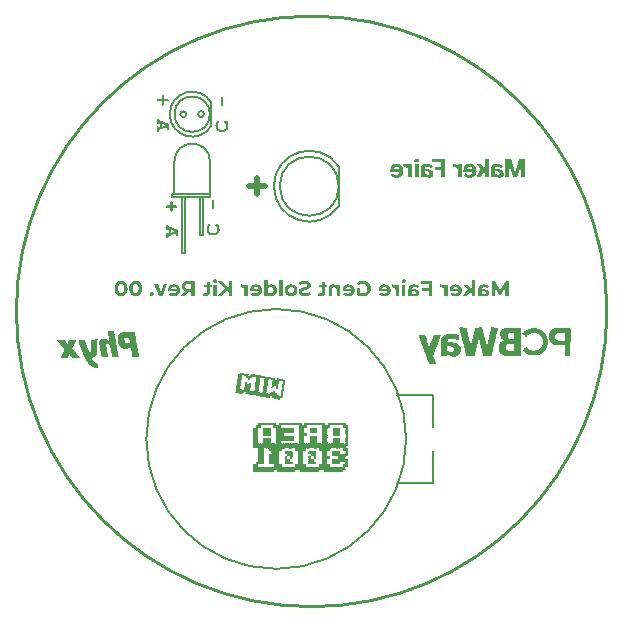
<source format=gbo>
G04*
G04 #@! TF.GenerationSoftware,Altium Limited,Altium Designer,25.1.2 (22)*
G04*
G04 Layer_Color=32896*
%FSLAX25Y25*%
%MOIN*%
G70*
G04*
G04 #@! TF.SameCoordinates,20C2AC38-BB5E-479F-A31B-2D12C5FD2638*
G04*
G04*
G04 #@! TF.FilePolarity,Positive*
G04*
G01*
G75*
%ADD10C,0.01000*%
%ADD14C,0.00787*%
%ADD18C,0.01968*%
G36*
X169465Y149367D02*
X169476Y143116D01*
X169460Y143067D01*
X168297Y143056D01*
X168253Y143067D01*
X168242Y143089D01*
X168232Y147383D01*
X168215Y147377D01*
X168204Y147356D01*
X168166Y147231D01*
X168156Y147166D01*
X168145Y147079D01*
X168134Y147024D01*
X168112Y146937D01*
X168096Y146845D01*
X168069Y146752D01*
X168041Y146627D01*
X168014Y146535D01*
X167998Y146475D01*
X167987Y146432D01*
X167949Y146307D01*
X167933Y146236D01*
X167905Y146165D01*
X167873Y146035D01*
X167846Y145964D01*
X167824Y145877D01*
X167791Y145801D01*
X167780Y145758D01*
X167764Y145698D01*
X167737Y145627D01*
X167726Y145584D01*
X167699Y145513D01*
X167666Y145394D01*
X167628Y145290D01*
X167612Y145230D01*
X167590Y145176D01*
X167574Y145105D01*
X167530Y144997D01*
X167519Y144953D01*
X167503Y144893D01*
X167476Y144823D01*
X167449Y144730D01*
X167427Y144676D01*
X167405Y144589D01*
X167367Y144486D01*
X167356Y144442D01*
X167324Y144366D01*
X167313Y144301D01*
X167270Y144192D01*
X167259Y144149D01*
X167242Y144089D01*
X167215Y144018D01*
X167204Y143975D01*
X167177Y143904D01*
X167145Y143784D01*
X167106Y143681D01*
X167090Y143622D01*
X167068Y143567D01*
X167052Y143507D01*
X167036Y143458D01*
X167009Y143388D01*
X166998Y143344D01*
X166981Y143284D01*
X166954Y143214D01*
X166932Y143138D01*
X166894Y143067D01*
X165731Y143056D01*
X165688Y143067D01*
X165655Y143111D01*
X165639Y143181D01*
X165606Y143257D01*
X165595Y143301D01*
X165579Y143361D01*
X165541Y143464D01*
X165525Y143524D01*
X165503Y143578D01*
X165487Y143638D01*
X165470Y143687D01*
X165449Y143741D01*
X165432Y143812D01*
X165400Y143888D01*
X165389Y143931D01*
X165373Y143991D01*
X165334Y144094D01*
X165324Y144138D01*
X165296Y144209D01*
X165280Y144268D01*
X165264Y144317D01*
X165242Y144372D01*
X165226Y144442D01*
X165193Y144518D01*
X165182Y144562D01*
X165155Y144654D01*
X165128Y144725D01*
X165101Y144817D01*
X165079Y144872D01*
X165063Y144942D01*
X165030Y145018D01*
X165008Y145105D01*
X164976Y145182D01*
X164965Y145225D01*
X164948Y145285D01*
X164921Y145355D01*
X164894Y145448D01*
X164872Y145502D01*
X164856Y145573D01*
X164823Y145649D01*
X164813Y145692D01*
X164796Y145752D01*
X164758Y145855D01*
X164742Y145915D01*
X164720Y145970D01*
X164688Y146100D01*
X164660Y146171D01*
X164649Y146214D01*
X164622Y146307D01*
X164606Y146366D01*
X164595Y146410D01*
X164568Y146502D01*
X164552Y146562D01*
X164541Y146606D01*
X164524Y146665D01*
X164497Y146780D01*
X164487Y146823D01*
X164470Y146883D01*
X164459Y146926D01*
X164443Y147040D01*
X164432Y147084D01*
X164416Y147144D01*
X164400Y147236D01*
X164389Y147280D01*
X164372Y147328D01*
X164362Y147318D01*
X164351Y147263D01*
X164356Y143225D01*
X164345Y143192D01*
X164356Y143127D01*
X164345Y143083D01*
X164329Y143067D01*
X163079Y143056D01*
X163030Y143072D01*
X163019Y149323D01*
X163030Y149367D01*
X163057Y149383D01*
X163117Y149378D01*
X164709Y149383D01*
X164742Y149372D01*
X164829Y149383D01*
X164872Y149372D01*
X164900Y149345D01*
X164910Y149323D01*
X164932Y149236D01*
X164948Y149188D01*
X164965Y149128D01*
X164976Y149084D01*
X165003Y148992D01*
X165019Y148932D01*
X165057Y148807D01*
X165074Y148736D01*
X165117Y148595D01*
X165128Y148551D01*
X165166Y148426D01*
X165182Y148356D01*
X165220Y148231D01*
X165237Y148149D01*
X165264Y148079D01*
X165280Y148019D01*
X165291Y147975D01*
X165329Y147850D01*
X165340Y147796D01*
X165351Y147752D01*
X165373Y147698D01*
X165389Y147627D01*
X165427Y147502D01*
X165443Y147421D01*
X165470Y147350D01*
X165487Y147291D01*
X165498Y147247D01*
X165525Y147155D01*
X165552Y147040D01*
X165579Y146970D01*
X165595Y146899D01*
X165639Y146758D01*
X165661Y146671D01*
X165677Y146622D01*
X165693Y146562D01*
X165704Y146519D01*
X165742Y146394D01*
X165758Y146323D01*
X165769Y146280D01*
X165791Y146225D01*
X165813Y146138D01*
X165845Y146029D01*
X165867Y145942D01*
X165883Y145894D01*
X165900Y145834D01*
X165911Y145790D01*
X165949Y145665D01*
X165965Y145584D01*
X165992Y145513D01*
X166008Y145453D01*
X166019Y145410D01*
X166047Y145317D01*
X166074Y145203D01*
X166101Y145133D01*
X166117Y145062D01*
X166155Y144937D01*
X166172Y144866D01*
X166182Y144823D01*
X166199Y144774D01*
X166242Y144763D01*
X166269Y144823D01*
X166280Y144899D01*
X166307Y144969D01*
X166324Y145029D01*
X166378Y145203D01*
X166400Y145290D01*
X166421Y145345D01*
X166443Y145431D01*
X166471Y145502D01*
X166487Y145573D01*
X166503Y145633D01*
X166530Y145703D01*
X166541Y145747D01*
X166557Y145807D01*
X166585Y145877D01*
X166595Y145921D01*
X166623Y146013D01*
X166639Y146073D01*
X166661Y146149D01*
X166666Y146154D01*
X166682Y146203D01*
X166693Y146247D01*
X166710Y146307D01*
X166737Y146377D01*
X166748Y146421D01*
X166786Y146546D01*
X166802Y146616D01*
X166829Y146687D01*
X166846Y146747D01*
X166894Y146905D01*
X166916Y146992D01*
X166943Y147062D01*
X166954Y147106D01*
X166971Y147166D01*
X166992Y147220D01*
X167025Y147350D01*
X167052Y147421D01*
X167063Y147464D01*
X167079Y147524D01*
X167101Y147579D01*
X167117Y147649D01*
X167145Y147720D01*
X167177Y147850D01*
X167204Y147921D01*
X167215Y147965D01*
X167231Y148024D01*
X167259Y148095D01*
X167270Y148138D01*
X167313Y148280D01*
X167324Y148323D01*
X167340Y148383D01*
X167362Y148437D01*
X167378Y148508D01*
X167405Y148579D01*
X167438Y148709D01*
X167460Y148764D01*
X167492Y148883D01*
X167514Y148937D01*
X167530Y149008D01*
X167558Y149079D01*
X167574Y149139D01*
X167585Y149182D01*
X167601Y149242D01*
X167628Y149312D01*
X167639Y149356D01*
X167688Y149383D01*
X167759Y149378D01*
X169308Y149383D01*
X169340Y149372D01*
X169416Y149383D01*
X169465Y149367D01*
D02*
G37*
G36*
X157551D02*
X157562Y146421D01*
Y146410D01*
Y143083D01*
X157545Y143067D01*
X156252Y143056D01*
X156203Y143072D01*
X156192Y144257D01*
X156181Y144301D01*
X156116Y144366D01*
X156105Y144388D01*
X156051Y144442D01*
X156040Y144464D01*
X155953Y144551D01*
X155942Y144573D01*
X155855Y144660D01*
X155844Y144681D01*
X155757Y144768D01*
X155746Y144790D01*
X155692Y144844D01*
X155681Y144866D01*
X155654Y144893D01*
X155621Y144883D01*
X155605Y144855D01*
X155496Y144660D01*
X155398Y144475D01*
X155290Y144279D01*
X155192Y144094D01*
X155083Y143899D01*
X154985Y143714D01*
X154876Y143518D01*
X154779Y143333D01*
X154735Y143257D01*
X154702Y143203D01*
X154692Y143170D01*
X154648Y143105D01*
X154637Y143083D01*
X154599Y143056D01*
X153246Y143062D01*
X153235Y143094D01*
X153246Y143138D01*
X153268Y143159D01*
X153344Y143301D01*
X153409Y143420D01*
X153463Y143518D01*
X153507Y143594D01*
X153561Y143692D01*
X153626Y143812D01*
X153670Y143888D01*
X153768Y144073D01*
X154148Y144757D01*
X154235Y144921D01*
X154616Y145605D01*
X154702Y145768D01*
X154757Y145855D01*
X154768Y145932D01*
X154730Y145970D01*
X154621Y146100D01*
X154599Y146111D01*
X154594Y146127D01*
X154540Y146182D01*
X154529Y146203D01*
X154474Y146258D01*
X154463Y146280D01*
X154387Y146355D01*
X154376Y146377D01*
X154333Y146421D01*
X154322Y146442D01*
X154235Y146529D01*
X154224Y146551D01*
X154170Y146606D01*
X154159Y146627D01*
X154083Y146703D01*
X154072Y146725D01*
X154018Y146780D01*
X154007Y146801D01*
X153963Y146845D01*
X153952Y146867D01*
X153866Y146953D01*
X153855Y146975D01*
X153800Y147030D01*
X153789Y147051D01*
X153773Y147057D01*
X153768Y147073D01*
X153713Y147127D01*
X153702Y147149D01*
X153637Y147214D01*
X153626Y147236D01*
X153561Y147301D01*
X153550Y147323D01*
X153496Y147377D01*
X153485Y147399D01*
X153409Y147475D01*
X153398Y147497D01*
X153371Y147524D01*
X153322Y147584D01*
X153327Y147600D01*
X154762Y147611D01*
X154822Y147551D01*
X154833Y147530D01*
X154876Y147486D01*
X154887Y147464D01*
X154920Y147432D01*
X154931Y147410D01*
X154985Y147356D01*
X154996Y147334D01*
X155040Y147291D01*
X155050Y147269D01*
X155083Y147236D01*
X155094Y147214D01*
X155148Y147160D01*
X155159Y147138D01*
X155192Y147106D01*
X155203Y147084D01*
X155246Y147040D01*
X155257Y147019D01*
X155300Y146975D01*
X155311Y146953D01*
X155355Y146910D01*
X155366Y146888D01*
X155409Y146845D01*
X155420Y146823D01*
X155464Y146780D01*
X155474Y146758D01*
X155518Y146714D01*
X155529Y146693D01*
X155572Y146649D01*
X155583Y146627D01*
X155627Y146584D01*
X155637Y146562D01*
X155681Y146519D01*
X155692Y146497D01*
X155724Y146464D01*
X155735Y146442D01*
X155779Y146399D01*
X155790Y146377D01*
X155866Y146301D01*
X155877Y146280D01*
X155893Y146263D01*
X155942Y146203D01*
X155953Y146182D01*
X155991Y146144D01*
X156045Y146078D01*
X156094Y146019D01*
X156105Y145997D01*
X156143Y145959D01*
X156186Y145948D01*
X156197Y145970D01*
X156192Y149345D01*
X156230Y149383D01*
X156279Y149378D01*
X157415Y149383D01*
X157448Y149372D01*
X157502Y149383D01*
X157551Y149367D01*
D02*
G37*
G36*
X142777Y149378D02*
X142810Y149323D01*
X142804Y143187D01*
X142810Y143127D01*
X142799Y143083D01*
X142782Y143067D01*
X141456Y143056D01*
X141429Y143083D01*
X141418Y145540D01*
X141407Y145573D01*
X141353Y145584D01*
X139499Y145578D01*
X139451Y145595D01*
X139440Y146649D01*
X139456Y146665D01*
X139597Y146676D01*
X141358D01*
X141402Y146687D01*
X141429Y146725D01*
X141418Y146758D01*
X141424Y148133D01*
X141418Y148193D01*
X141402Y148209D01*
X138749Y148220D01*
X138717Y148209D01*
X138662Y148220D01*
X138646Y148236D01*
X138635Y149345D01*
X138684Y149383D01*
X138744Y149378D01*
X142641Y149383D01*
X142685Y149372D01*
X142717Y149383D01*
X142777Y149378D01*
D02*
G37*
G36*
X134080Y149291D02*
X134091Y148280D01*
X134080Y148236D01*
X134047Y148214D01*
X132814Y148220D01*
X132781Y148209D01*
X132732Y148225D01*
X132716Y148263D01*
X132721Y149204D01*
X132710Y149236D01*
X132721Y149291D01*
X132738Y149307D01*
X133716Y149318D01*
X134053D01*
X134080Y149291D01*
D02*
G37*
G36*
X160339Y147676D02*
X160480Y147666D01*
X160627Y147649D01*
X160671Y147638D01*
X160736Y147627D01*
X160850Y147611D01*
X160942Y147584D01*
X161013Y147568D01*
X161057Y147557D01*
X161117Y147540D01*
X161187Y147513D01*
X161279Y147486D01*
X161350Y147459D01*
X161546Y147372D01*
X161568Y147361D01*
X161622Y147339D01*
X161763Y147263D01*
X161883Y147187D01*
X161937Y147155D01*
X162019Y147095D01*
X162078Y147046D01*
X162100Y147035D01*
X162133Y147002D01*
X162155Y146992D01*
X162198Y146948D01*
X162220Y146937D01*
X162247Y146910D01*
X162258Y146867D01*
X162182Y146758D01*
X162106Y146660D01*
X162095Y146638D01*
X162073Y146616D01*
X162040Y146562D01*
X162008Y146529D01*
X161997Y146508D01*
X161937Y146426D01*
X161834Y146290D01*
X161823Y146269D01*
X161791Y146236D01*
X161780Y146214D01*
X161763Y146198D01*
X161720Y146133D01*
X161676Y146122D01*
X161502Y146241D01*
X161448Y146274D01*
X161415Y146307D01*
X161372Y146318D01*
X161350Y146339D01*
X161209Y146415D01*
X161154Y146437D01*
X161138Y146453D01*
X161067Y146481D01*
X160970Y146524D01*
X160926Y146535D01*
X160866Y146562D01*
X160807Y146578D01*
X160763Y146589D01*
X160671Y146616D01*
X160540Y146638D01*
X160415Y146654D01*
X160383Y146665D01*
X160062Y146660D01*
X159937Y146633D01*
X159796Y146567D01*
X159774Y146557D01*
X159736Y146519D01*
X159660Y146421D01*
X159649Y146399D01*
X159605Y146290D01*
X159595Y146029D01*
X159616Y146008D01*
X159703Y145997D01*
X159855Y145986D01*
X159921Y145975D01*
X160067Y145959D01*
X160111Y145948D01*
X160220Y145937D01*
X160296Y145926D01*
X160328Y145915D01*
X160426Y145904D01*
X160470Y145894D01*
X160546Y145883D01*
X160676Y145850D01*
X160752Y145839D01*
X160812Y145823D01*
X160942Y145790D01*
X160997Y145779D01*
X161084Y145747D01*
X161154Y145730D01*
X161214Y145703D01*
X161274Y145687D01*
X161328Y145665D01*
X161415Y145633D01*
X161665Y145513D01*
X161720Y145480D01*
X161839Y145404D01*
X161894Y145372D01*
X161926Y145339D01*
X161948Y145328D01*
X161992Y145285D01*
X162013Y145274D01*
X162138Y145149D01*
X162149Y145127D01*
X162171Y145105D01*
X162198Y145067D01*
X162269Y144964D01*
X162367Y144779D01*
X162383Y144730D01*
X162405Y144676D01*
X162426Y144589D01*
X162443Y144518D01*
X162454Y144486D01*
X162464Y144105D01*
X162454Y143997D01*
X162432Y143910D01*
X162421Y143877D01*
X162410Y143812D01*
X162367Y143714D01*
X162312Y143594D01*
X162258Y143518D01*
X162247Y143497D01*
X162214Y143464D01*
X162204Y143442D01*
X162100Y143339D01*
X161926Y143208D01*
X161785Y143132D01*
X161725Y143105D01*
X161655Y143078D01*
X161530Y143040D01*
X161464Y143029D01*
X161274Y143013D01*
X161231Y143002D01*
X160959Y143013D01*
X160915Y143024D01*
X160774Y143034D01*
X160741Y143045D01*
X160731D01*
X160703Y143051D01*
X160660Y143062D01*
X160546Y143089D01*
X160486Y143116D01*
X160426Y143132D01*
X160241Y143219D01*
X160220Y143230D01*
X160165Y143252D01*
X160133Y143284D01*
X160089Y143295D01*
X160067Y143317D01*
X160013Y143350D01*
X159991Y143371D01*
X159937Y143404D01*
X159894Y143448D01*
X159872Y143458D01*
X159796Y143535D01*
X159774Y143545D01*
X159671Y143649D01*
X159660Y143670D01*
X159643Y143687D01*
X159600Y143698D01*
X159584Y143659D01*
X159595Y143638D01*
X159578Y143458D01*
X159567Y143393D01*
X159551Y143301D01*
X159540Y143257D01*
X159529Y143181D01*
X159508Y143127D01*
X159480Y143067D01*
X158165Y143056D01*
X158149Y143072D01*
X158138Y143094D01*
X158154Y143143D01*
X158176Y143198D01*
X158187Y143252D01*
X158198Y143317D01*
X158208Y143371D01*
X158219Y143415D01*
X158230Y143502D01*
X158241Y143654D01*
X158252Y143958D01*
X158263Y146154D01*
X158274Y146241D01*
X158295Y146437D01*
X158306Y146491D01*
X158328Y146578D01*
X158344Y146649D01*
X158361Y146709D01*
X158399Y146812D01*
X158475Y146975D01*
X158518Y147051D01*
X158551Y147106D01*
X158583Y147138D01*
X158594Y147160D01*
X158649Y147214D01*
X158660Y147236D01*
X158719Y147296D01*
X158741Y147307D01*
X158757Y147323D01*
X158817Y147372D01*
X158893Y147426D01*
X159056Y147513D01*
X159116Y147540D01*
X159220Y147579D01*
X159290Y147606D01*
X159399Y147627D01*
X159469Y147644D01*
X159502Y147655D01*
X159622Y147666D01*
X159654Y147676D01*
X160100Y147687D01*
X160339Y147676D01*
D02*
G37*
G36*
X136809Y147682D02*
X136983Y147671D01*
X137102Y147660D01*
X137168Y147649D01*
X137222Y147638D01*
X137390Y147611D01*
X137434Y147600D01*
X137483Y147584D01*
X137537Y147573D01*
X137608Y147557D01*
X137668Y147540D01*
X137738Y147513D01*
X137782Y147502D01*
X137858Y147470D01*
X137901Y147459D01*
X137999Y147415D01*
X138119Y147361D01*
X138173Y147339D01*
X138189Y147323D01*
X138260Y147296D01*
X138282Y147274D01*
X138423Y147198D01*
X138456Y147166D01*
X138478Y147155D01*
X138630Y147046D01*
X138651Y147035D01*
X138695Y146992D01*
X138717Y146981D01*
X138722Y146964D01*
X138738Y146959D01*
X138760Y146937D01*
X138782Y146926D01*
X138798Y146899D01*
X138809Y146877D01*
X138782Y146828D01*
X138679Y146693D01*
X138668Y146671D01*
X138641Y146644D01*
X138597Y146578D01*
X138440Y146366D01*
X138363Y146269D01*
X138353Y146247D01*
X138331Y146225D01*
X138298Y146171D01*
X138271Y146144D01*
X138233Y146116D01*
X138206Y146122D01*
X138200Y146138D01*
X138151Y146165D01*
X138130Y146187D01*
X138075Y146220D01*
X138054Y146241D01*
X138032Y146252D01*
X137912Y146328D01*
X137836Y146372D01*
X137782Y146405D01*
X137760Y146415D01*
X137581Y146497D01*
X137477Y146535D01*
X137401Y146567D01*
X137314Y146589D01*
X137222Y146616D01*
X137157Y146627D01*
X137032Y146644D01*
X136999Y146654D01*
X136662Y146665D01*
X136586Y146654D01*
X136456Y146622D01*
X136336Y146567D01*
X136243Y146475D01*
X136167Y146334D01*
X136156Y146301D01*
X136146Y146029D01*
X136167Y146008D01*
X136265Y145997D01*
X136407Y145986D01*
X136537Y145964D01*
X136733Y145942D01*
X136820Y145932D01*
X136945Y145904D01*
X137097Y145883D01*
X137227Y145850D01*
X137303Y145839D01*
X137396Y145812D01*
X137467Y145796D01*
X137554Y145774D01*
X137608Y145752D01*
X137695Y145730D01*
X137765Y145703D01*
X137825Y145687D01*
X137885Y145660D01*
X137956Y145633D01*
X138054Y145589D01*
X138108Y145567D01*
X138227Y145502D01*
X138304Y145459D01*
X138358Y145426D01*
X138434Y145372D01*
X138456Y145361D01*
X138488Y145328D01*
X138510Y145317D01*
X138711Y145116D01*
X138722Y145095D01*
X138744Y145073D01*
X138776Y145018D01*
X138809Y144986D01*
X138863Y144888D01*
X138874Y144866D01*
X138929Y144747D01*
X138939Y144703D01*
X138967Y144632D01*
X138988Y144513D01*
X139005Y144410D01*
X139016Y144377D01*
X139010Y144067D01*
X138999Y144013D01*
X138983Y143910D01*
X138956Y143817D01*
X138929Y143746D01*
X138853Y143583D01*
X138820Y143529D01*
X138787Y143497D01*
X138776Y143475D01*
X138733Y143431D01*
X138722Y143410D01*
X138651Y143339D01*
X138630Y143328D01*
X138597Y143295D01*
X138575Y143284D01*
X138554Y143263D01*
X138499Y143230D01*
X138478Y143208D01*
X138336Y143132D01*
X138276Y143105D01*
X138206Y143078D01*
X138097Y143045D01*
X138054Y143034D01*
X138043D01*
X138015Y143029D01*
X137907Y143018D01*
X137716Y143002D01*
X137423Y143024D01*
X137271Y143045D01*
X137195Y143067D01*
X137108Y143089D01*
X137048Y143105D01*
X136977Y143132D01*
X136901Y143165D01*
X136879Y143176D01*
X136803Y143208D01*
X136706Y143263D01*
X136629Y143306D01*
X136570Y143344D01*
X136510Y143393D01*
X136488Y143404D01*
X136456Y143437D01*
X136434Y143448D01*
X136390Y143491D01*
X136369Y143502D01*
X136222Y143649D01*
X136211Y143670D01*
X136173Y143698D01*
X136140Y143687D01*
X136129Y143545D01*
X136118Y143437D01*
X136108Y143339D01*
X136097Y143284D01*
X136075Y143198D01*
X136059Y143127D01*
X136048Y143083D01*
X136021Y143067D01*
X134716Y143056D01*
X134700Y143072D01*
X134689Y143105D01*
X134711Y143159D01*
X134722Y143203D01*
X134738Y143263D01*
X134749Y143306D01*
X134771Y143480D01*
X134792Y143676D01*
X134803Y143948D01*
X134814Y146209D01*
X134825Y146318D01*
X134836Y146383D01*
X134847Y146437D01*
X134868Y146567D01*
X134879Y146611D01*
X134901Y146665D01*
X134917Y146736D01*
X134982Y146899D01*
X135048Y147019D01*
X135059Y147040D01*
X135113Y147116D01*
X135124Y147138D01*
X135156Y147171D01*
X135167Y147193D01*
X135271Y147296D01*
X135309Y147323D01*
X135368Y147372D01*
X135444Y147426D01*
X135580Y147508D01*
X135640Y147524D01*
X135656Y147540D01*
X135727Y147568D01*
X135787Y147584D01*
X135841Y147606D01*
X135950Y147627D01*
X135994Y147638D01*
X136064Y147655D01*
X136097Y147666D01*
X136303Y147676D01*
X136336Y147687D01*
X136809Y147682D01*
D02*
G37*
G36*
X151289D02*
X151409Y147671D01*
X151506Y147660D01*
X151593Y147638D01*
X151648Y147627D01*
X151740Y147611D01*
X151800Y147584D01*
X151871Y147568D01*
X152012Y147513D01*
X152110Y147470D01*
X152273Y147394D01*
X152327Y147361D01*
X152507Y147247D01*
X152566Y147198D01*
X152588Y147187D01*
X152664Y147111D01*
X152686Y147100D01*
X152800Y146986D01*
X152811Y146964D01*
X152827Y146948D01*
X152849Y146937D01*
X152855Y146921D01*
X152871Y146905D01*
X152920Y146845D01*
X152931Y146823D01*
X152952Y146801D01*
X152963Y146780D01*
X152985Y146758D01*
X153028Y146682D01*
X153050Y146660D01*
X153170Y146432D01*
X153224Y146312D01*
X153251Y146220D01*
X153278Y146149D01*
X153289Y146106D01*
X153306Y146046D01*
X153316Y146002D01*
X153344Y145845D01*
X153355Y145812D01*
X153365Y145714D01*
X153376Y145682D01*
X153387Y145279D01*
X153371Y144959D01*
X153360Y144872D01*
X153349Y144817D01*
X153322Y144638D01*
X153295Y144545D01*
X153278Y144475D01*
X153268Y144431D01*
X153240Y144361D01*
X153224Y144301D01*
X153181Y144203D01*
X153061Y143953D01*
X153017Y143877D01*
X152996Y143855D01*
X152963Y143801D01*
X152931Y143768D01*
X152920Y143746D01*
X152876Y143703D01*
X152865Y143681D01*
X152686Y143502D01*
X152664Y143491D01*
X152632Y143458D01*
X152610Y143448D01*
X152588Y143426D01*
X152550Y143399D01*
X152447Y143328D01*
X152311Y143246D01*
X152240Y143219D01*
X152224Y143203D01*
X152153Y143176D01*
X152055Y143132D01*
X151996Y143116D01*
X151925Y143089D01*
X151838Y143067D01*
X151762Y143045D01*
X151718Y143034D01*
X151642Y143024D01*
X151512Y143002D01*
X151479Y142991D01*
X151218Y142980D01*
X151186Y142969D01*
X150974Y142975D01*
X150745Y142985D01*
X150626Y142996D01*
X150572Y143007D01*
X150506Y143018D01*
X150419Y143029D01*
X150354Y143040D01*
X150267Y143062D01*
X150153Y143089D01*
X150082Y143116D01*
X150012Y143132D01*
X149870Y143187D01*
X149794Y143219D01*
X149773Y143230D01*
X149588Y143317D01*
X149425Y143404D01*
X149403Y143426D01*
X149381Y143437D01*
X149305Y143491D01*
X149283Y143502D01*
X149262Y143524D01*
X149207Y143556D01*
X149175Y143589D01*
X149153Y143600D01*
X149104Y143659D01*
X149126Y143703D01*
X149169Y143779D01*
X149191Y143801D01*
X149202Y143823D01*
X149316Y144002D01*
X149387Y144105D01*
X149430Y144181D01*
X149452Y144203D01*
X149463Y144225D01*
X149539Y144344D01*
X149582Y144421D01*
X149599Y144437D01*
X149653Y144448D01*
X149696Y144404D01*
X149702Y144399D01*
X149718Y144393D01*
X149740Y144372D01*
X149778Y144344D01*
X149881Y144274D01*
X149903Y144263D01*
X149925Y144241D01*
X150001Y144198D01*
X150142Y144122D01*
X150240Y144078D01*
X150381Y144024D01*
X150506Y143986D01*
X150550Y143975D01*
X150680Y143953D01*
X150751Y143937D01*
X150784Y143926D01*
X151148Y143931D01*
X151202Y143942D01*
X151246Y143953D01*
X151338Y143969D01*
X151479Y144024D01*
X151534Y144056D01*
X151588Y144078D01*
X151621Y144111D01*
X151642Y144122D01*
X151740Y144219D01*
X151789Y144279D01*
X151844Y144355D01*
X151876Y144410D01*
X151903Y144459D01*
X151925Y144513D01*
X151941Y144573D01*
X151958Y144589D01*
X151979Y144676D01*
X151990Y144730D01*
X152012Y144817D01*
X152028Y144942D01*
X152012Y144959D01*
X149044Y144969D01*
X149017Y144997D01*
X149022Y145426D01*
X149033Y145546D01*
X149044Y145654D01*
X149055Y145774D01*
X149066Y145872D01*
X149077Y145926D01*
X149093Y145997D01*
X149104Y146040D01*
X149115Y146116D01*
X149142Y146209D01*
X149158Y146269D01*
X149169Y146312D01*
X149196Y146383D01*
X149213Y146442D01*
X149256Y146540D01*
X149365Y146769D01*
X149441Y146888D01*
X149474Y146943D01*
X149506Y146975D01*
X149517Y146997D01*
X149560Y147040D01*
X149571Y147062D01*
X149740Y147231D01*
X149778Y147258D01*
X149838Y147307D01*
X149859Y147318D01*
X149881Y147339D01*
X149936Y147372D01*
X149957Y147394D01*
X150186Y147513D01*
X150327Y147568D01*
X150387Y147584D01*
X150441Y147606D01*
X150523Y147622D01*
X150653Y147655D01*
X150686Y147666D01*
X150881Y147676D01*
X150914Y147687D01*
X151289Y147682D01*
D02*
G37*
G36*
X126916D02*
X127036Y147671D01*
X127123Y147660D01*
X127166Y147649D01*
X127346Y147611D01*
X127405Y147595D01*
X127476Y147568D01*
X127520Y147557D01*
X127596Y147524D01*
X127639Y147513D01*
X127846Y147415D01*
X127900Y147394D01*
X127922Y147372D01*
X127976Y147350D01*
X127998Y147328D01*
X128020Y147318D01*
X128172Y147209D01*
X128193Y147198D01*
X128237Y147155D01*
X128259Y147144D01*
X128465Y146937D01*
X128568Y146801D01*
X128623Y146725D01*
X128656Y146671D01*
X128677Y146649D01*
X128786Y146442D01*
X128797Y146421D01*
X128824Y146350D01*
X128878Y146198D01*
X128900Y146144D01*
X128916Y146073D01*
X128927Y146029D01*
X128944Y145970D01*
X128965Y145850D01*
X128982Y145714D01*
X128992Y145682D01*
X129003Y145464D01*
X129014Y145431D01*
X129003Y145105D01*
X128976Y144861D01*
X128960Y144725D01*
X128949Y144681D01*
X128933Y144622D01*
X128922Y144578D01*
X128905Y144486D01*
X128878Y144415D01*
X128862Y144355D01*
X128808Y144214D01*
X128732Y144051D01*
X128645Y143888D01*
X128623Y143866D01*
X128590Y143812D01*
X128558Y143779D01*
X128547Y143757D01*
X128525Y143736D01*
X128514Y143714D01*
X128449Y143649D01*
X128438Y143627D01*
X128422Y143611D01*
X128400Y143600D01*
X128395Y143583D01*
X128378Y143567D01*
X128357Y143556D01*
X128275Y143475D01*
X128210Y143431D01*
X128150Y143382D01*
X128128Y143371D01*
X128106Y143350D01*
X128074Y143339D01*
X128052Y143317D01*
X127818Y143192D01*
X127759Y143176D01*
X127742Y143159D01*
X127672Y143132D01*
X127612Y143116D01*
X127558Y143094D01*
X127498Y143078D01*
X127422Y143056D01*
X127362Y143040D01*
X127248Y143024D01*
X127204Y143013D01*
X127128Y143002D01*
X127095Y142991D01*
X126835Y142980D01*
X126802Y142969D01*
X126590Y142975D01*
X126362Y142985D01*
X126253Y142996D01*
X126123Y143018D01*
X125997Y143034D01*
X125954Y143045D01*
X125894Y143062D01*
X125769Y143089D01*
X125693Y143121D01*
X125628Y143132D01*
X125487Y143187D01*
X125389Y143230D01*
X125161Y143339D01*
X125095Y143382D01*
X125057Y143399D01*
X124954Y143469D01*
X124894Y143507D01*
X124834Y143556D01*
X124813Y143567D01*
X124780Y143600D01*
X124758Y143611D01*
X124742Y143627D01*
X124731Y143681D01*
X124758Y143730D01*
X124851Y143866D01*
X124862Y143888D01*
X124883Y143910D01*
X124894Y143931D01*
X124949Y144018D01*
X124959Y144040D01*
X124981Y144062D01*
X124992Y144083D01*
X125068Y144203D01*
X125112Y144279D01*
X125133Y144301D01*
X125177Y144377D01*
X125215Y144437D01*
X125247Y144448D01*
X125296Y144431D01*
X125307Y144410D01*
X125378Y144361D01*
X125416Y144334D01*
X125519Y144263D01*
X125595Y144219D01*
X125622Y144192D01*
X125693Y144165D01*
X125715Y144143D01*
X125802Y144111D01*
X125818Y144094D01*
X125921Y144056D01*
X125981Y144029D01*
X126068Y144007D01*
X126123Y143986D01*
X126166Y143975D01*
X126269Y143958D01*
X126313Y143948D01*
X126345Y143937D01*
X126726Y143926D01*
X126802Y143937D01*
X126835Y143948D01*
X126900Y143958D01*
X126987Y143980D01*
X127063Y144013D01*
X127204Y144078D01*
X127226Y144100D01*
X127248Y144111D01*
X127291Y144154D01*
X127313Y144165D01*
X127329Y144181D01*
X127356Y144219D01*
X127378Y144230D01*
X127384Y144247D01*
X127400Y144263D01*
X127471Y144366D01*
X127503Y144421D01*
X127558Y144540D01*
X127574Y144600D01*
X127596Y144654D01*
X127617Y144774D01*
X127628Y144817D01*
X127639Y144872D01*
X127650Y144915D01*
X127639Y144959D01*
X125715Y144969D01*
X124660D01*
X124633Y145008D01*
X124639Y145339D01*
X124650Y145546D01*
X124660Y145643D01*
X124682Y145817D01*
X124693Y145915D01*
X124704Y145959D01*
X124742Y146138D01*
X124753Y146182D01*
X124769Y146230D01*
X124785Y146290D01*
X124807Y146366D01*
X124840Y146442D01*
X124851Y146486D01*
X125014Y146823D01*
X125035Y146845D01*
X125046Y146867D01*
X125101Y146943D01*
X125112Y146964D01*
X125144Y146997D01*
X125155Y147019D01*
X125198Y147062D01*
X125209Y147084D01*
X125323Y147198D01*
X125345Y147209D01*
X125400Y147263D01*
X125552Y147372D01*
X125606Y147405D01*
X125671Y147448D01*
X125693Y147459D01*
X125894Y147551D01*
X125954Y147568D01*
X126025Y147595D01*
X126139Y147622D01*
X126269Y147655D01*
X126302Y147666D01*
X126498Y147676D01*
X126530Y147687D01*
X126916Y147682D01*
D02*
G37*
G36*
X145625Y147693D02*
X145766Y147682D01*
X145935Y147666D01*
X145978Y147655D01*
X146098Y147622D01*
X146142Y147611D01*
X146191Y147595D01*
X146261Y147568D01*
X146446Y147481D01*
X146468Y147470D01*
X146576Y147405D01*
X146598Y147394D01*
X146620Y147372D01*
X146642Y147361D01*
X146685Y147318D01*
X146707Y147307D01*
X146761Y147252D01*
X146783Y147241D01*
X146843Y147182D01*
X146854Y147160D01*
X146919Y147095D01*
X146946Y147057D01*
X147049Y146921D01*
X147076Y146883D01*
X147109Y146872D01*
X147120Y146894D01*
X147115Y147551D01*
X147125Y147595D01*
X147142Y147611D01*
X148473Y147606D01*
X148484Y143083D01*
X148468Y143067D01*
X147153Y143056D01*
X147125Y143083D01*
X147115Y143138D01*
X147125Y143170D01*
X147115Y143181D01*
X147120Y145839D01*
X147104Y145899D01*
X147082Y145921D01*
X147071Y145942D01*
X146886Y146127D01*
X146750Y146230D01*
X146691Y146269D01*
X146582Y146334D01*
X146430Y146410D01*
X146343Y146432D01*
X146288Y146453D01*
X146245Y146464D01*
X146142Y146481D01*
X146109Y146491D01*
X145913Y146502D01*
X145674Y146491D01*
X145642Y146481D01*
X145560Y146486D01*
X145549Y146790D01*
X145538Y146867D01*
Y146877D01*
Y147095D01*
X145527Y147660D01*
X145576Y147698D01*
X145625Y147693D01*
D02*
G37*
G36*
X134069Y147595D02*
X134080Y143083D01*
X134064Y143067D01*
X133118Y143056D01*
X132748D01*
X132732Y143072D01*
X132721Y147584D01*
X132738Y147600D01*
X134053Y147611D01*
X134069Y147595D01*
D02*
G37*
G36*
X129248Y147687D02*
X129291Y147676D01*
X129433Y147666D01*
X129476Y147655D01*
X129536Y147638D01*
X129607Y147622D01*
X129650Y147611D01*
X129699Y147595D01*
X129770Y147568D01*
X130020Y147448D01*
X130042Y147426D01*
X130063Y147415D01*
X130139Y147361D01*
X130161Y147350D01*
X130194Y147318D01*
X130216Y147307D01*
X130417Y147106D01*
X130428Y147084D01*
X130449Y147062D01*
X130525Y146964D01*
X130536Y146943D01*
X130558Y146921D01*
X130569Y146899D01*
X130585Y146883D01*
X130607Y146872D01*
X130629Y146894D01*
X130623Y147551D01*
X130640Y147600D01*
X131966Y147611D01*
X131982Y147595D01*
X131993Y147258D01*
Y147247D01*
Y143083D01*
X131977Y143067D01*
X130683Y143056D01*
X130634Y143072D01*
X130623Y145877D01*
X130601Y145899D01*
X130591Y145921D01*
X130547Y145964D01*
X130536Y145986D01*
X130411Y146111D01*
X130389Y146122D01*
X130357Y146154D01*
X130335Y146165D01*
X130303Y146198D01*
X130281Y146209D01*
X130248Y146241D01*
X130172Y146285D01*
X130063Y146350D01*
X130042Y146361D01*
X129927Y146410D01*
X129868Y146426D01*
X129797Y146453D01*
X129753Y146464D01*
X129574Y146491D01*
X129542Y146502D01*
X129264Y146497D01*
X129096Y146481D01*
X129063Y146491D01*
X129052Y146589D01*
X129031Y147633D01*
X129036Y147671D01*
X129069Y147693D01*
X129248Y147687D01*
D02*
G37*
G36*
X145224Y90921D02*
X145446Y90911D01*
X145599Y90901D01*
X145830Y90882D01*
X145917Y90872D01*
X146056Y90858D01*
X146095Y90848D01*
X146360Y90815D01*
X146648Y90767D01*
X146744Y90747D01*
X146802Y90738D01*
X146994Y90699D01*
X147033Y90690D01*
X147129Y90670D01*
X147168Y90661D01*
X147216Y90651D01*
X147254Y90641D01*
X147302Y90632D01*
X147418Y90603D01*
X147466Y90593D01*
X147504Y90584D01*
X147567Y90569D01*
X147572Y88833D01*
X147384Y88828D01*
X147307Y88847D01*
X147245Y88871D01*
X147100Y88929D01*
X146869Y89016D01*
X146576Y89117D01*
X146480Y89145D01*
X146398Y89170D01*
X146129Y89237D01*
X146071Y89246D01*
X145926Y89275D01*
X145835Y89290D01*
X145806Y89299D01*
X145691Y89309D01*
X145662Y89319D01*
X145450Y89328D01*
X145421Y89338D01*
X145359Y89333D01*
X145176Y89324D01*
X145022Y89314D01*
X144907Y89304D01*
X144820Y89295D01*
X144700Y89280D01*
X144661Y89271D01*
X144546Y89251D01*
X144430Y89223D01*
X144378Y89208D01*
X144339Y89198D01*
X144248Y89165D01*
X144065Y89078D01*
X144046Y89069D01*
X143988Y89030D01*
X143969Y89020D01*
X143887Y88939D01*
X143820Y88852D01*
X143772Y88766D01*
X143747Y88713D01*
X143709Y88607D01*
X143685Y88486D01*
X143675Y88458D01*
X143666Y88265D01*
X143772Y88256D01*
X143887Y88246D01*
X144310Y88208D01*
X144406Y88198D01*
X144724Y88169D01*
X144810Y88159D01*
X144907Y88150D01*
X145080Y88130D01*
X145287Y88106D01*
X145325Y88097D01*
X145590Y88063D01*
X145648Y88054D01*
X145773Y88034D01*
X145811Y88025D01*
X145955Y87996D01*
X146018Y87981D01*
X146210Y87933D01*
X146345Y87895D01*
X146600Y87813D01*
X146662Y87789D01*
X146711Y87770D01*
X146778Y87741D01*
X147057Y87606D01*
X147124Y87568D01*
X147211Y87520D01*
X147278Y87471D01*
X147298Y87462D01*
X147317Y87443D01*
X147336Y87433D01*
X147355Y87414D01*
X147374Y87404D01*
X147403Y87375D01*
X147423Y87366D01*
X147461Y87327D01*
X147480Y87318D01*
X147567Y87231D01*
X147586Y87221D01*
X147600Y87207D01*
X147610Y87188D01*
X147697Y87101D01*
X147706Y87082D01*
X147745Y87043D01*
X147755Y87024D01*
X147774Y87005D01*
X147783Y86986D01*
X147803Y86966D01*
X147812Y86947D01*
X147860Y86880D01*
X147952Y86711D01*
X148000Y86606D01*
X148029Y86529D01*
X148072Y86408D01*
X148082Y86370D01*
X148096Y86317D01*
X148106Y86278D01*
X148125Y86182D01*
X148154Y86000D01*
X148163Y85913D01*
X148178Y85610D01*
X148163Y85326D01*
X148154Y85239D01*
X148144Y85163D01*
X148130Y85081D01*
X148091Y84927D01*
X148033Y84744D01*
X148014Y84696D01*
X147889Y84436D01*
X147880Y84417D01*
X147831Y84340D01*
X147822Y84321D01*
X147774Y84253D01*
X147764Y84234D01*
X147745Y84215D01*
X147735Y84196D01*
X147706Y84167D01*
X147697Y84148D01*
X147668Y84119D01*
X147658Y84099D01*
X147552Y83994D01*
X147528Y83960D01*
X147509Y83950D01*
X147413Y83854D01*
X147394Y83844D01*
X147374Y83825D01*
X147288Y83758D01*
X147115Y83642D01*
X146893Y83527D01*
X146812Y83493D01*
X146634Y83431D01*
X146581Y83416D01*
X146504Y83397D01*
X146408Y83378D01*
X146307Y83363D01*
X146278Y83354D01*
X145729Y83344D01*
X145518Y83354D01*
X145479Y83363D01*
X145349Y83378D01*
X145267Y83392D01*
X145114Y83431D01*
X145046Y83450D01*
X144892Y83498D01*
X144825Y83527D01*
X144777Y83546D01*
X144402Y83729D01*
X144315Y83777D01*
X144180Y83873D01*
X144161Y83883D01*
X144142Y83902D01*
X144123Y83912D01*
X144094Y83941D01*
X144074Y83950D01*
X144046Y83979D01*
X144026Y83989D01*
X143998Y84018D01*
X143978Y84027D01*
X143940Y84066D01*
X143921Y84075D01*
X143863Y84133D01*
X143844Y84143D01*
X143796Y84191D01*
X143776Y84200D01*
X143743Y84234D01*
X143690Y84277D01*
X143680Y83527D01*
X141443Y83532D01*
X141448Y88568D01*
X141458Y88722D01*
X141467Y88818D01*
X141482Y88929D01*
X141491Y88968D01*
X141501Y89035D01*
X141539Y89189D01*
X141559Y89256D01*
X141597Y89381D01*
X141636Y89477D01*
X141732Y89679D01*
X141780Y89756D01*
X141790Y89776D01*
X141809Y89795D01*
Y89805D01*
X141838Y89843D01*
X141847Y89862D01*
X141867Y89881D01*
X141876Y89901D01*
X141895Y89920D01*
X141905Y89939D01*
X141944Y89978D01*
X141953Y89997D01*
X142131Y90175D01*
X142150Y90185D01*
X142179Y90213D01*
X142213Y90237D01*
X142401Y90377D01*
X142420Y90387D01*
X142497Y90435D01*
X142564Y90473D01*
X142646Y90517D01*
X142694Y90536D01*
X142800Y90584D01*
X142848Y90603D01*
X142925Y90632D01*
X143045Y90675D01*
X143141Y90704D01*
X143194Y90719D01*
X143387Y90767D01*
X143435Y90776D01*
X143473Y90786D01*
X143569Y90805D01*
X143743Y90834D01*
X143868Y90853D01*
X143945Y90863D01*
X144031Y90872D01*
X144108Y90882D01*
X144325Y90896D01*
X144353Y90906D01*
X144815Y90916D01*
X144844Y90925D01*
X145224Y90921D01*
D02*
G37*
G36*
X32534Y91997D02*
X32535Y91950D01*
X32536Y91902D01*
X32583Y91903D01*
X32584Y91856D01*
X32585Y91808D01*
X32586Y91761D01*
X32587Y91714D01*
X32587Y91666D01*
X32588Y91619D01*
X32589Y91571D01*
X32636Y91572D01*
X32637Y91525D01*
X32638Y91477D01*
X32639Y91430D01*
X32640Y91383D01*
X32641Y91335D01*
X32641Y91288D01*
X32689Y91289D01*
X32690Y91241D01*
X32690Y91194D01*
X32691Y91146D01*
X32692Y91099D01*
X32693Y91052D01*
X32694Y91004D01*
X32741Y91005D01*
X32742Y90958D01*
X32743Y90910D01*
X32744Y90863D01*
X32745Y90816D01*
X32745Y90768D01*
X32746Y90721D01*
X32747Y90673D01*
X32794Y90674D01*
X32795Y90627D01*
X32796Y90579D01*
X32797Y90532D01*
X32798Y90484D01*
X32798Y90437D01*
X32799Y90390D01*
X32847Y90390D01*
X32847Y90343D01*
X32848Y90296D01*
X32849Y90248D01*
X32850Y90201D01*
X32851Y90153D01*
X32852Y90106D01*
X32899Y90107D01*
X32900Y90060D01*
X32901Y90012D01*
X32901Y89965D01*
X32902Y89917D01*
X32903Y89870D01*
X32904Y89823D01*
X32951Y89823D01*
X32952Y89776D01*
X32953Y89729D01*
X32954Y89681D01*
X32955Y89634D01*
X32956Y89586D01*
X32956Y89539D01*
X32957Y89492D01*
X33005Y89492D01*
X33005Y89445D01*
X33006Y89398D01*
X33007Y89350D01*
X33008Y89303D01*
X33009Y89255D01*
X33010Y89208D01*
X33057Y89209D01*
X33058Y89161D01*
X33059Y89114D01*
X33059Y89067D01*
X33060Y89019D01*
X33061Y88972D01*
X33062Y88924D01*
X33109Y88925D01*
X33110Y88878D01*
X33111Y88830D01*
X33112Y88783D01*
X33113Y88736D01*
X33114Y88688D01*
X33114Y88641D01*
X33115Y88593D01*
X33163Y88594D01*
X33163Y88547D01*
X33164Y88499D01*
X33165Y88452D01*
X33166Y88405D01*
X33167Y88357D01*
X33167Y88310D01*
X33215Y88311D01*
X33216Y88263D01*
X33217Y88216D01*
X33217Y88169D01*
X33218Y88121D01*
X33219Y88074D01*
X33220Y88026D01*
X33267Y88027D01*
X33268Y87980D01*
X33269Y87932D01*
X33270Y87885D01*
X33271Y87837D01*
X33271Y87790D01*
X33272Y87743D01*
X33320Y87744D01*
X33320Y87696D01*
X33321Y87649D01*
X33322Y87601D01*
X33323Y87554D01*
X33324Y87507D01*
X33325Y87459D01*
X33325Y87412D01*
X33373Y87413D01*
X33374Y87365D01*
X33375Y87318D01*
X33375Y87270D01*
X33376Y87223D01*
X33377Y87176D01*
X33378Y87128D01*
X33425Y87129D01*
X33426Y87082D01*
X33427Y87034D01*
X33428Y86987D01*
X33428Y86939D01*
X33429Y86892D01*
X33430Y86845D01*
X33478Y86845D01*
X33478Y86798D01*
X33479Y86751D01*
X33480Y86703D01*
X33481Y86656D01*
X33482Y86608D01*
X33483Y86561D01*
X33530Y86562D01*
X33531Y86515D01*
X33532Y86467D01*
X33532Y86420D01*
X33533Y86372D01*
X33534Y86325D01*
X33535Y86278D01*
X33536Y86230D01*
X33583Y86231D01*
X33584Y86184D01*
X33585Y86136D01*
X33586Y86089D01*
X33586Y86041D01*
X33587Y85994D01*
X33588Y85947D01*
X33636Y85947D01*
X33636Y85900D01*
X33637Y85852D01*
X33638Y85805D01*
X33639Y85758D01*
X33640Y85710D01*
X33640Y85663D01*
X33688Y85664D01*
X33689Y85616D01*
X33689Y85569D01*
X33690Y85522D01*
X33691Y85474D01*
X33692Y85427D01*
X33693Y85379D01*
X33694Y85332D01*
X33741Y85333D01*
X33742Y85285D01*
X33743Y85238D01*
X33744Y85191D01*
X33744Y85143D01*
X33745Y85096D01*
X33746Y85048D01*
X33793Y85049D01*
X33794Y85002D01*
X33795Y84954D01*
X33796Y84907D01*
X33797Y84860D01*
X33797Y84812D01*
X33798Y84765D01*
X33846Y84766D01*
X33847Y84718D01*
X33847Y84671D01*
X33848Y84623D01*
X33849Y84576D01*
X33850Y84529D01*
X33851Y84481D01*
X33898Y84482D01*
X33899Y84435D01*
X33900Y84387D01*
X33901Y84340D01*
X33901Y84293D01*
X33902Y84245D01*
X33903Y84198D01*
X33904Y84150D01*
X33951Y84151D01*
X33952Y84104D01*
X33953Y84056D01*
X33954Y84009D01*
X33955Y83961D01*
X33955Y83914D01*
X33956Y83867D01*
X34004Y83868D01*
X34005Y83820D01*
X34005Y83773D01*
X34006Y83725D01*
X34007Y83678D01*
X34008Y83631D01*
X34009Y83583D01*
X34056Y83584D01*
X34057Y83536D01*
X34058Y83489D01*
X34058Y83442D01*
X34059Y83394D01*
X34060Y83347D01*
X34061Y83299D01*
X34062Y83252D01*
X34109Y83253D01*
X34110Y83206D01*
X34111Y83158D01*
X31931Y83120D01*
X31930Y83167D01*
X31929Y83215D01*
X31881Y83214D01*
X31881Y83262D01*
X31880Y83309D01*
X31879Y83356D01*
X31878Y83404D01*
X31877Y83451D01*
X31877Y83499D01*
X31876Y83546D01*
X31828Y83545D01*
X31827Y83592D01*
X31827Y83640D01*
X31826Y83687D01*
X31825Y83735D01*
X31824Y83782D01*
X31823Y83829D01*
X31776Y83829D01*
X31775Y83876D01*
X31774Y83923D01*
X31773Y83971D01*
X31773Y84018D01*
X31772Y84066D01*
X31771Y84113D01*
X31723Y84112D01*
X31723Y84160D01*
X31722Y84207D01*
X31721Y84254D01*
X31720Y84302D01*
X31719Y84349D01*
X31719Y84397D01*
X31671Y84396D01*
X31670Y84443D01*
X31670Y84491D01*
X31669Y84538D01*
X31668Y84585D01*
X31667Y84633D01*
X31666Y84680D01*
X31665Y84728D01*
X31618Y84727D01*
X31617Y84774D01*
X31616Y84821D01*
X31615Y84869D01*
X31615Y84916D01*
X31614Y84964D01*
X31613Y85011D01*
X31566Y85010D01*
X31565Y85058D01*
X31564Y85105D01*
X31563Y85153D01*
X31562Y85200D01*
X31561Y85247D01*
X31561Y85295D01*
X31513Y85294D01*
X31512Y85341D01*
X31512Y85389D01*
X31511Y85436D01*
X31510Y85483D01*
X31509Y85531D01*
X31508Y85578D01*
X31508Y85626D01*
X31460Y85625D01*
X31459Y85672D01*
X31458Y85720D01*
X31458Y85767D01*
X31457Y85814D01*
X31456Y85862D01*
X31455Y85909D01*
X31408Y85909D01*
X31407Y85956D01*
X31406Y86003D01*
X31405Y86051D01*
X31404Y86098D01*
X31403Y86145D01*
X31403Y86193D01*
X31355Y86192D01*
X31354Y86239D01*
X31354Y86287D01*
X31353Y86334D01*
X31352Y86382D01*
X31351Y86429D01*
X31350Y86476D01*
X31303Y86476D01*
X31302Y86523D01*
X31301Y86570D01*
X31301Y86618D01*
X31300Y86665D01*
X31299Y86713D01*
X31298Y86760D01*
X31297Y86807D01*
X31250Y86807D01*
X31249Y86854D01*
X31248Y86901D01*
X31247Y86949D01*
X31246Y86996D01*
X31246Y87043D01*
X31245Y87091D01*
X31197Y87090D01*
X31197Y87138D01*
X31196Y87185D01*
X31195Y87232D01*
X31148Y87231D01*
X31147Y87279D01*
X31146Y87326D01*
X31098Y87326D01*
X31098Y87373D01*
X31050Y87372D01*
X31049Y87419D01*
X30955Y87418D01*
X30954Y87465D01*
X30906Y87464D01*
X30906Y87512D01*
X30811Y87510D01*
X30810Y87558D01*
X30668Y87555D01*
X30667Y87602D01*
X30430Y87598D01*
X30429Y87646D01*
X30145Y87641D01*
X30145Y87593D01*
X30051Y87592D01*
X30051Y87544D01*
X30004Y87543D01*
X30005Y87496D01*
X29958Y87495D01*
X29958Y87448D01*
X29959Y87400D01*
X29912Y87400D01*
X29913Y87352D01*
X29913Y87305D01*
X29914Y87257D01*
X29915Y87210D01*
X29916Y87163D01*
X29917Y87115D01*
X29964Y87116D01*
X29965Y87069D01*
X29966Y87021D01*
X29967Y86974D01*
X29967Y86926D01*
X29968Y86879D01*
X29969Y86832D01*
X29970Y86784D01*
X30017Y86785D01*
X30018Y86738D01*
X30019Y86690D01*
X30020Y86643D01*
X30021Y86595D01*
X30022Y86548D01*
X30022Y86501D01*
X30070Y86501D01*
X30070Y86454D01*
X30071Y86407D01*
X30072Y86359D01*
X30073Y86312D01*
X30074Y86264D01*
X30075Y86217D01*
X30075Y86170D01*
X30123Y86171D01*
X30124Y86123D01*
X30125Y86076D01*
X30125Y86028D01*
X30126Y85981D01*
X30127Y85934D01*
X30128Y85886D01*
X30175Y85887D01*
X30176Y85839D01*
X30177Y85792D01*
X30178Y85745D01*
X30179Y85697D01*
X30179Y85650D01*
X30180Y85602D01*
X30228Y85603D01*
X30228Y85556D01*
X30229Y85509D01*
X30230Y85461D01*
X30231Y85414D01*
X30232Y85366D01*
X30233Y85319D01*
X30280Y85320D01*
X30281Y85272D01*
X30282Y85225D01*
X30283Y85178D01*
X30283Y85130D01*
X30284Y85083D01*
X30285Y85035D01*
X30286Y84988D01*
X30333Y84989D01*
X30334Y84941D01*
X30335Y84894D01*
X30336Y84847D01*
X30336Y84799D01*
X30337Y84752D01*
X30338Y84704D01*
X30386Y84705D01*
X30386Y84658D01*
X30387Y84610D01*
X30388Y84563D01*
X30389Y84516D01*
X30390Y84468D01*
X30391Y84421D01*
X30391Y84373D01*
X30439Y84374D01*
X30440Y84327D01*
X30440Y84279D01*
X30441Y84232D01*
X30442Y84185D01*
X30443Y84137D01*
X30444Y84090D01*
X30491Y84091D01*
X30492Y84043D01*
X30493Y83996D01*
X30494Y83948D01*
X30494Y83901D01*
X30495Y83854D01*
X30496Y83806D01*
X30544Y83807D01*
X30544Y83760D01*
X30545Y83712D01*
X30546Y83665D01*
X30547Y83618D01*
X30548Y83570D01*
X30549Y83523D01*
X30549Y83475D01*
X30597Y83476D01*
X30597Y83429D01*
X30598Y83381D01*
X30599Y83334D01*
X30600Y83286D01*
X30601Y83239D01*
X30602Y83192D01*
X30649Y83193D01*
X30650Y83145D01*
X30651Y83098D01*
X28470Y83060D01*
X28469Y83107D01*
X28469Y83154D01*
X28421Y83154D01*
X28420Y83201D01*
X28420Y83249D01*
X28419Y83296D01*
X28418Y83343D01*
X28417Y83391D01*
X28416Y83438D01*
X28369Y83437D01*
X28368Y83485D01*
X28367Y83532D01*
X28366Y83579D01*
X28366Y83627D01*
X28365Y83674D01*
X28364Y83722D01*
X28363Y83769D01*
X28316Y83768D01*
X28315Y83816D01*
X28314Y83863D01*
X28313Y83910D01*
X28312Y83958D01*
X28311Y84005D01*
X28311Y84053D01*
X28263Y84052D01*
X28262Y84099D01*
X28262Y84147D01*
X28261Y84194D01*
X28260Y84241D01*
X28259Y84289D01*
X28258Y84336D01*
X28211Y84335D01*
X28210Y84383D01*
X28209Y84430D01*
X28209Y84478D01*
X28208Y84525D01*
X28207Y84572D01*
X28206Y84620D01*
X28159Y84619D01*
X28158Y84666D01*
X28157Y84714D01*
X28156Y84761D01*
X28155Y84808D01*
X28154Y84856D01*
X28154Y84903D01*
X28153Y84951D01*
X28105Y84950D01*
X28105Y84997D01*
X28104Y85045D01*
X28103Y85092D01*
X28102Y85140D01*
X28101Y85187D01*
X28100Y85234D01*
X28053Y85233D01*
X28052Y85281D01*
X28051Y85328D01*
X28051Y85376D01*
X28050Y85423D01*
X28049Y85470D01*
X28048Y85518D01*
X28001Y85517D01*
X28000Y85564D01*
X27999Y85612D01*
X27998Y85659D01*
X27997Y85707D01*
X27997Y85754D01*
X27996Y85802D01*
X27995Y85849D01*
X27948Y85848D01*
X27947Y85895D01*
X27946Y85943D01*
X27945Y85990D01*
X27944Y86038D01*
X27943Y86085D01*
X27942Y86132D01*
X27895Y86132D01*
X27894Y86179D01*
X27893Y86226D01*
X27893Y86274D01*
X27892Y86321D01*
X27891Y86369D01*
X27890Y86416D01*
X27843Y86415D01*
X27842Y86463D01*
X27841Y86510D01*
X27840Y86557D01*
X27839Y86605D01*
X27839Y86652D01*
X27838Y86700D01*
X27790Y86699D01*
X27790Y86746D01*
X27789Y86794D01*
X27788Y86841D01*
X27787Y86888D01*
X27786Y86936D01*
X27785Y86983D01*
X27785Y87031D01*
X27737Y87030D01*
X27736Y87077D01*
X27735Y87125D01*
X27735Y87172D01*
X27734Y87219D01*
X27733Y87267D01*
X27732Y87314D01*
X27731Y87362D01*
X27684Y87361D01*
X27683Y87408D01*
X27682Y87455D01*
X27681Y87503D01*
X27681Y87550D01*
X27680Y87598D01*
X27679Y87645D01*
X27678Y87692D01*
X27677Y87740D01*
X27677Y87787D01*
X27676Y87835D01*
X27675Y87882D01*
X27674Y87929D01*
X27673Y87977D01*
X27672Y88024D01*
X27672Y88072D01*
X27671Y88119D01*
X27670Y88166D01*
X27669Y88214D01*
X27716Y88215D01*
X27716Y88262D01*
X27715Y88310D01*
X27714Y88357D01*
X27713Y88404D01*
X27761Y88405D01*
X27760Y88453D01*
X27759Y88500D01*
X27758Y88547D01*
X27806Y88548D01*
X27805Y88596D01*
X27804Y88643D01*
X27851Y88644D01*
X27850Y88691D01*
X27850Y88739D01*
X27897Y88739D01*
X27896Y88787D01*
X27944Y88788D01*
X27943Y88835D01*
X27990Y88836D01*
X27989Y88883D01*
X28037Y88884D01*
X28036Y88932D01*
X28131Y88933D01*
X28130Y88981D01*
X28177Y88981D01*
X28176Y89029D01*
X28271Y89030D01*
X28270Y89078D01*
X28413Y89080D01*
X28412Y89128D01*
X28601Y89131D01*
X28601Y89178D01*
X29643Y89197D01*
X29644Y89149D01*
X29881Y89153D01*
X29882Y89106D01*
X30024Y89109D01*
X30025Y89061D01*
X30120Y89063D01*
X30121Y89015D01*
X30263Y89018D01*
X30264Y88970D01*
X30358Y88972D01*
X30359Y88925D01*
X30407Y88925D01*
X30408Y88878D01*
X30502Y88880D01*
X30503Y88832D01*
X30598Y88834D01*
X30599Y88787D01*
X30646Y88787D01*
X30647Y88740D01*
X30694Y88741D01*
X30695Y88693D01*
X30790Y88695D01*
X30791Y88648D01*
X30838Y88649D01*
X30839Y88601D01*
X30887Y88602D01*
X30887Y88555D01*
X30982Y88556D01*
X30981Y88604D01*
X30981Y88651D01*
X30933Y88650D01*
X30932Y88698D01*
X30931Y88745D01*
X30931Y88792D01*
X30930Y88840D01*
X30929Y88887D01*
X30928Y88935D01*
X30881Y88934D01*
X30880Y88981D01*
X30879Y89029D01*
X30878Y89076D01*
X30877Y89123D01*
X30877Y89171D01*
X30876Y89218D01*
X30875Y89266D01*
X30828Y89265D01*
X30827Y89312D01*
X30826Y89359D01*
X30825Y89407D01*
X30824Y89454D01*
X30823Y89502D01*
X30823Y89549D01*
X30775Y89548D01*
X30774Y89596D01*
X30773Y89643D01*
X30773Y89691D01*
X30772Y89738D01*
X30771Y89785D01*
X30770Y89833D01*
X30723Y89832D01*
X30722Y89879D01*
X30721Y89927D01*
X30720Y89974D01*
X30720Y90022D01*
X30719Y90069D01*
X30718Y90116D01*
X30670Y90115D01*
X30670Y90163D01*
X30669Y90210D01*
X30668Y90258D01*
X30667Y90305D01*
X30666Y90352D01*
X30665Y90400D01*
X30665Y90447D01*
X30617Y90446D01*
X30616Y90494D01*
X30616Y90541D01*
X30615Y90589D01*
X30614Y90636D01*
X30613Y90683D01*
X30612Y90731D01*
X30565Y90730D01*
X30564Y90777D01*
X30563Y90825D01*
X30562Y90872D01*
X30562Y90920D01*
X30561Y90967D01*
X30560Y91014D01*
X30512Y91014D01*
X30512Y91061D01*
X30511Y91108D01*
X30510Y91156D01*
X30509Y91203D01*
X30508Y91251D01*
X30508Y91298D01*
X30507Y91345D01*
X30459Y91345D01*
X30459Y91392D01*
X30458Y91439D01*
X30457Y91487D01*
X30456Y91534D01*
X30455Y91581D01*
X30454Y91629D01*
X30407Y91628D01*
X30406Y91676D01*
X30405Y91723D01*
X30404Y91770D01*
X30404Y91818D01*
X30403Y91865D01*
X30402Y91913D01*
X30355Y91912D01*
X30354Y91959D01*
X30353Y92006D01*
X32533Y92045D01*
X32534Y91997D01*
D02*
G37*
G36*
X20166Y88889D02*
X20118Y88888D01*
X20119Y88841D01*
X20120Y88793D01*
X20073Y88793D01*
X20074Y88745D01*
X20026Y88744D01*
X20027Y88697D01*
X20028Y88649D01*
X19980Y88649D01*
X19981Y88601D01*
X19982Y88554D01*
X19935Y88553D01*
X19936Y88506D01*
X19936Y88458D01*
X19889Y88457D01*
X19890Y88410D01*
X19891Y88363D01*
X19843Y88362D01*
X19844Y88314D01*
X19845Y88267D01*
X19797Y88266D01*
X19798Y88219D01*
X19799Y88171D01*
X19752Y88170D01*
X19752Y88123D01*
X19705Y88122D01*
X19706Y88075D01*
X19707Y88028D01*
X19659Y88027D01*
X19660Y87979D01*
X19661Y87932D01*
X19614Y87931D01*
X19614Y87884D01*
X19615Y87836D01*
X19568Y87835D01*
X19569Y87788D01*
X19569Y87741D01*
X19522Y87740D01*
X19523Y87692D01*
X19524Y87645D01*
X19476Y87644D01*
X19477Y87597D01*
X19478Y87549D01*
X19431Y87549D01*
X19431Y87501D01*
X19432Y87454D01*
X19385Y87453D01*
X19386Y87406D01*
X19338Y87405D01*
X19339Y87357D01*
X19340Y87310D01*
X19293Y87309D01*
X19293Y87262D01*
X19294Y87214D01*
X19247Y87213D01*
X19248Y87166D01*
X19248Y87119D01*
X19201Y87118D01*
X19202Y87070D01*
X19203Y87023D01*
X19155Y87022D01*
X19156Y86975D01*
X19157Y86927D01*
X19109Y86927D01*
X19110Y86879D01*
X19111Y86832D01*
X19064Y86831D01*
X19065Y86783D01*
X19017Y86783D01*
X19018Y86735D01*
X19019Y86688D01*
X18971Y86687D01*
X18972Y86640D01*
X18973Y86592D01*
X18926Y86591D01*
X18926Y86544D01*
X18927Y86497D01*
X18880Y86496D01*
X18881Y86448D01*
X18882Y86401D01*
X18834Y86400D01*
X18835Y86353D01*
X18836Y86305D01*
X18789Y86304D01*
X18789Y86257D01*
X18790Y86210D01*
X18743Y86209D01*
X18744Y86162D01*
X18696Y86161D01*
X18697Y86113D01*
X18698Y86066D01*
X18699Y86019D01*
X18746Y86019D01*
X18747Y85972D01*
X18748Y85925D01*
X18795Y85925D01*
X18796Y85878D01*
X18843Y85879D01*
X18844Y85831D01*
X18892Y85832D01*
X18892Y85785D01*
X18940Y85786D01*
X18941Y85738D01*
X18941Y85691D01*
X18989Y85692D01*
X18990Y85644D01*
X19037Y85645D01*
X19038Y85598D01*
X19085Y85598D01*
X19086Y85551D01*
X19087Y85504D01*
X19134Y85505D01*
X19135Y85457D01*
X19183Y85458D01*
X19183Y85411D01*
X19231Y85411D01*
X19232Y85364D01*
X19279Y85365D01*
X19280Y85317D01*
X19281Y85270D01*
X19328Y85271D01*
X19329Y85223D01*
X19376Y85224D01*
X19377Y85177D01*
X19424Y85178D01*
X19425Y85130D01*
X19473Y85131D01*
X19474Y85084D01*
X19474Y85036D01*
X19522Y85037D01*
X19523Y84990D01*
X19570Y84991D01*
X19571Y84943D01*
X19618Y84944D01*
X19619Y84897D01*
X19620Y84849D01*
X19667Y84850D01*
X19668Y84803D01*
X19716Y84803D01*
X19716Y84756D01*
X19764Y84757D01*
X19765Y84710D01*
X19812Y84710D01*
X19813Y84663D01*
X19814Y84615D01*
X19861Y84616D01*
X19862Y84569D01*
X19909Y84570D01*
X19910Y84522D01*
X19958Y84523D01*
X19958Y84476D01*
X19959Y84428D01*
X20007Y84429D01*
X20007Y84382D01*
X20055Y84383D01*
X20056Y84335D01*
X20103Y84336D01*
X20104Y84289D01*
X20151Y84289D01*
X20152Y84242D01*
X20153Y84195D01*
X20200Y84196D01*
X20201Y84148D01*
X20249Y84149D01*
X20249Y84102D01*
X20297Y84102D01*
X20298Y84055D01*
X20299Y84008D01*
X20346Y84008D01*
X20347Y83961D01*
X20394Y83962D01*
X20395Y83914D01*
X20442Y83915D01*
X20443Y83868D01*
X20491Y83869D01*
X20491Y83821D01*
X20492Y83774D01*
X20540Y83775D01*
X20540Y83727D01*
X20588Y83728D01*
X20589Y83681D01*
X20636Y83682D01*
X20637Y83634D01*
X20684Y83635D01*
X20685Y83588D01*
X20686Y83540D01*
X20733Y83541D01*
X20734Y83494D01*
X20782Y83495D01*
X20782Y83447D01*
X20830Y83448D01*
X20831Y83400D01*
X20831Y83353D01*
X20879Y83354D01*
X20880Y83306D01*
X20927Y83307D01*
X20928Y83260D01*
X20975Y83261D01*
X20976Y83213D01*
X21023Y83214D01*
X21024Y83167D01*
X21025Y83119D01*
X21073Y83120D01*
X21073Y83073D01*
X21121Y83074D01*
X21122Y83026D01*
X21169Y83027D01*
X21170Y82980D01*
X21217Y82981D01*
X21218Y82933D01*
X18564Y82887D01*
X18563Y82934D01*
X18562Y82982D01*
X18515Y82981D01*
X18514Y83028D01*
X18466Y83027D01*
X18466Y83075D01*
X18465Y83122D01*
X18417Y83121D01*
X18417Y83169D01*
X18369Y83168D01*
X18368Y83215D01*
X18367Y83263D01*
X18320Y83262D01*
X18319Y83309D01*
X18272Y83308D01*
X18271Y83356D01*
X18270Y83403D01*
X18223Y83402D01*
X18222Y83450D01*
X18174Y83449D01*
X18174Y83496D01*
X18173Y83544D01*
X18125Y83543D01*
X18125Y83590D01*
X18077Y83590D01*
X18077Y83637D01*
X18029Y83636D01*
X18028Y83684D01*
X18027Y83731D01*
X17980Y83730D01*
X17979Y83777D01*
X17932Y83777D01*
X17931Y83824D01*
X17930Y83871D01*
X17883Y83871D01*
X17882Y83918D01*
X17834Y83917D01*
X17834Y83965D01*
X17833Y84012D01*
X17785Y84011D01*
X17785Y84059D01*
X17737Y84058D01*
X17736Y84105D01*
X17736Y84153D01*
X17641Y84151D01*
X17641Y84104D01*
X17594Y84103D01*
X17595Y84055D01*
X17596Y84008D01*
X17597Y83960D01*
X17549Y83960D01*
X17550Y83912D01*
X17551Y83865D01*
X17552Y83817D01*
X17504Y83817D01*
X17505Y83769D01*
X17506Y83722D01*
X17507Y83674D01*
X17459Y83674D01*
X17460Y83626D01*
X17461Y83579D01*
X17414Y83578D01*
X17414Y83530D01*
X17415Y83483D01*
X17416Y83436D01*
X17369Y83435D01*
X17370Y83388D01*
X17370Y83340D01*
X17371Y83293D01*
X17324Y83292D01*
X17325Y83245D01*
X17325Y83197D01*
X17278Y83196D01*
X17279Y83149D01*
X17280Y83101D01*
X17281Y83054D01*
X17233Y83053D01*
X17234Y83006D01*
X17235Y82958D01*
X17236Y82911D01*
X17188Y82910D01*
X17189Y82863D01*
X14677Y82819D01*
X14676Y82866D01*
X14723Y82867D01*
X14723Y82915D01*
X14722Y82962D01*
X14769Y82963D01*
X14768Y83010D01*
X14768Y83058D01*
X14815Y83058D01*
X14814Y83106D01*
X14862Y83107D01*
X14861Y83154D01*
X14860Y83201D01*
X14907Y83202D01*
X14906Y83250D01*
X14906Y83297D01*
X14953Y83298D01*
X14952Y83345D01*
X14951Y83393D01*
X14999Y83394D01*
X14998Y83441D01*
X14997Y83488D01*
X15044Y83489D01*
X15044Y83536D01*
X15043Y83584D01*
X15090Y83585D01*
X15089Y83632D01*
X15089Y83680D01*
X15136Y83680D01*
X15135Y83728D01*
X15134Y83775D01*
X15182Y83776D01*
X15181Y83823D01*
X15228Y83824D01*
X15227Y83872D01*
X15227Y83919D01*
X15274Y83920D01*
X15273Y83967D01*
X15272Y84015D01*
X15320Y84016D01*
X15319Y84063D01*
X15318Y84110D01*
X15365Y84111D01*
X15365Y84158D01*
X15364Y84206D01*
X15411Y84207D01*
X15410Y84254D01*
X15410Y84302D01*
X15457Y84302D01*
X15456Y84350D01*
X15455Y84397D01*
X15503Y84398D01*
X15502Y84445D01*
X15501Y84493D01*
X15549Y84494D01*
X15548Y84541D01*
X15595Y84542D01*
X15594Y84589D01*
X15593Y84637D01*
X15641Y84637D01*
X15640Y84685D01*
X15639Y84732D01*
X15687Y84733D01*
X15686Y84781D01*
X15685Y84828D01*
X15732Y84829D01*
X15732Y84876D01*
X15731Y84924D01*
X15778Y84924D01*
X15777Y84972D01*
X15776Y85019D01*
X15824Y85020D01*
X15823Y85067D01*
X15822Y85115D01*
X15870Y85116D01*
X15869Y85163D01*
X15868Y85211D01*
X15915Y85211D01*
X15914Y85259D01*
X15914Y85306D01*
X15961Y85307D01*
X15960Y85354D01*
X16008Y85355D01*
X16007Y85403D01*
X16006Y85450D01*
X16053Y85451D01*
X16052Y85498D01*
X16052Y85546D01*
X16099Y85546D01*
X16098Y85594D01*
X16097Y85641D01*
X16050Y85640D01*
X16049Y85688D01*
X16002Y85687D01*
X16001Y85734D01*
X15954Y85733D01*
X15953Y85781D01*
X15905Y85780D01*
X15905Y85827D01*
X15904Y85875D01*
X15856Y85874D01*
X15856Y85922D01*
X15808Y85921D01*
X15807Y85968D01*
X15760Y85967D01*
X15759Y86015D01*
X15758Y86062D01*
X15711Y86061D01*
X15710Y86109D01*
X15663Y86108D01*
X15662Y86155D01*
X15614Y86154D01*
X15613Y86202D01*
X15566Y86201D01*
X15565Y86248D01*
X15564Y86296D01*
X15517Y86295D01*
X15516Y86342D01*
X15469Y86341D01*
X15468Y86389D01*
X15421Y86388D01*
X15420Y86435D01*
X15419Y86483D01*
X15372Y86482D01*
X15371Y86529D01*
X15323Y86529D01*
X15323Y86576D01*
X15275Y86575D01*
X15274Y86623D01*
X15273Y86670D01*
X15226Y86669D01*
X15225Y86717D01*
X15178Y86716D01*
X15177Y86763D01*
X15130Y86762D01*
X15129Y86810D01*
X15081Y86809D01*
X15080Y86856D01*
X15080Y86904D01*
X15032Y86903D01*
X15032Y86950D01*
X14984Y86949D01*
X14983Y86997D01*
X14936Y86996D01*
X14935Y87043D01*
X14934Y87091D01*
X14887Y87090D01*
X14886Y87137D01*
X14839Y87137D01*
X14838Y87184D01*
X14790Y87183D01*
X14789Y87230D01*
X14789Y87278D01*
X14741Y87277D01*
X14740Y87324D01*
X14693Y87324D01*
X14692Y87371D01*
X14645Y87370D01*
X14644Y87418D01*
X14597Y87417D01*
X14596Y87464D01*
X14595Y87511D01*
X14548Y87511D01*
X14547Y87558D01*
X14499Y87557D01*
X14499Y87605D01*
X14451Y87604D01*
X14450Y87651D01*
X14449Y87699D01*
X14402Y87698D01*
X14401Y87745D01*
X14354Y87744D01*
X14353Y87792D01*
X14306Y87791D01*
X14305Y87838D01*
X14304Y87886D01*
X14256Y87885D01*
X14256Y87932D01*
X14208Y87932D01*
X14208Y87979D01*
X14160Y87978D01*
X14159Y88025D01*
X14112Y88025D01*
X14111Y88072D01*
X14110Y88120D01*
X14063Y88119D01*
X14062Y88166D01*
X14015Y88165D01*
X14014Y88213D01*
X13966Y88212D01*
X13965Y88259D01*
X13965Y88307D01*
X13917Y88306D01*
X13916Y88353D01*
X13869Y88352D01*
X13868Y88400D01*
X13821Y88399D01*
X13820Y88446D01*
X13773Y88446D01*
X13772Y88493D01*
X13771Y88540D01*
X13724Y88539D01*
X13723Y88587D01*
X13675Y88586D01*
X13675Y88633D01*
X13627Y88633D01*
X13626Y88680D01*
X13625Y88727D01*
X13578Y88727D01*
X13577Y88774D01*
X13530Y88773D01*
X13529Y88821D01*
X16136Y88866D01*
X16137Y88819D01*
X16184Y88819D01*
X16185Y88772D01*
X16186Y88725D01*
X16233Y88726D01*
X16234Y88678D01*
X16282Y88679D01*
X16282Y88631D01*
X16283Y88584D01*
X16330Y88585D01*
X16331Y88538D01*
X16379Y88538D01*
X16380Y88491D01*
X16380Y88444D01*
X16428Y88444D01*
X16429Y88397D01*
X16476Y88398D01*
X16477Y88350D01*
X16478Y88303D01*
X16525Y88304D01*
X16526Y88257D01*
X16573Y88257D01*
X16574Y88210D01*
X16575Y88162D01*
X16622Y88163D01*
X16623Y88116D01*
X16671Y88117D01*
X16671Y88069D01*
X16672Y88022D01*
X16720Y88023D01*
X16721Y87975D01*
X16768Y87976D01*
X16769Y87929D01*
X16770Y87881D01*
X16817Y87882D01*
X16818Y87835D01*
X16865Y87836D01*
X16866Y87788D01*
X16867Y87741D01*
X16914Y87742D01*
X16915Y87694D01*
X16962Y87695D01*
X16963Y87648D01*
X16964Y87600D01*
X17011Y87601D01*
X17012Y87554D01*
X17060Y87555D01*
X17061Y87507D01*
X17155Y87509D01*
X17155Y87556D01*
X17154Y87604D01*
X17153Y87651D01*
X17152Y87698D01*
X17199Y87699D01*
X17199Y87747D01*
X17198Y87794D01*
X17197Y87841D01*
X17244Y87842D01*
X17244Y87890D01*
X17243Y87937D01*
X17242Y87985D01*
X17289Y87985D01*
X17289Y88033D01*
X17288Y88080D01*
X17287Y88127D01*
X17334Y88128D01*
X17333Y88176D01*
X17333Y88223D01*
X17332Y88270D01*
X17379Y88271D01*
X17378Y88319D01*
X17378Y88366D01*
X17377Y88414D01*
X17424Y88414D01*
X17423Y88462D01*
X17422Y88509D01*
X17422Y88557D01*
X17469Y88557D01*
X17468Y88605D01*
X17467Y88652D01*
X17467Y88700D01*
X17514Y88700D01*
X17513Y88748D01*
X17512Y88795D01*
X17511Y88843D01*
X17559Y88843D01*
X17558Y88891D01*
X20165Y88936D01*
X20166Y88889D01*
D02*
G37*
G36*
X160714Y93047D02*
X160560Y92431D01*
X160541Y92364D01*
X160281Y91325D01*
X160262Y91257D01*
X160002Y90218D01*
X159983Y90151D01*
X159732Y89150D01*
X159713Y89083D01*
X159492Y88198D01*
X159473Y88130D01*
X159338Y87592D01*
X159319Y87524D01*
X159194Y87024D01*
X159174Y86957D01*
X159040Y86418D01*
X159020Y86351D01*
X158895Y85850D01*
X158876Y85783D01*
X158741Y85244D01*
X158722Y85177D01*
X158597Y84677D01*
X158578Y84609D01*
X158443Y84070D01*
X158424Y84003D01*
X158318Y83580D01*
X158304Y83527D01*
X155672Y83532D01*
X155663Y83551D01*
X155066Y85937D01*
X155047Y86004D01*
X154720Y87313D01*
X154701Y87380D01*
X154431Y88458D01*
X154417Y88511D01*
X154234Y89242D01*
X154220Y89314D01*
X154205Y89319D01*
X154186Y89290D01*
X154152Y89198D01*
X154133Y89131D01*
X154114Y89054D01*
X154095Y88987D01*
X154046Y88794D01*
X154027Y88727D01*
X153979Y88535D01*
X153960Y88467D01*
X153902Y88236D01*
X153883Y88169D01*
X153835Y87977D01*
X153816Y87909D01*
X153768Y87717D01*
X153748Y87650D01*
X153700Y87457D01*
X153681Y87390D01*
X153633Y87197D01*
X153614Y87130D01*
X153556Y86899D01*
X153537Y86832D01*
X153489Y86639D01*
X153469Y86572D01*
X153421Y86379D01*
X153402Y86312D01*
X153363Y86158D01*
X153349Y86105D01*
X153301Y85913D01*
X153296Y85908D01*
X153248Y85716D01*
X153229Y85648D01*
X153181Y85456D01*
X153161Y85389D01*
X153123Y85235D01*
X153104Y85167D01*
X153065Y85013D01*
X153046Y84946D01*
X153007Y84792D01*
X152988Y84725D01*
X152950Y84571D01*
X152930Y84503D01*
X152892Y84350D01*
X152873Y84282D01*
X152834Y84128D01*
X152815Y84061D01*
X152777Y83907D01*
X152757Y83840D01*
X152719Y83686D01*
X152704Y83633D01*
X152695Y83594D01*
X152680Y83532D01*
X150049Y83527D01*
X150035Y83570D01*
X149900Y84109D01*
X149881Y84176D01*
X149707Y84869D01*
X149688Y84936D01*
X149505Y85668D01*
X149486Y85735D01*
X149313Y86428D01*
X149294Y86495D01*
X149121Y87188D01*
X149101Y87255D01*
X148928Y87948D01*
X148909Y88015D01*
X148736Y88708D01*
X148717Y88775D01*
X148543Y89468D01*
X148524Y89535D01*
X148351Y90228D01*
X148332Y90295D01*
X148187Y90872D01*
X148168Y90940D01*
X148043Y91440D01*
X148024Y91507D01*
X147908Y91969D01*
X147889Y92037D01*
X147764Y92537D01*
X147750Y92590D01*
X147653Y92975D01*
X147639Y93037D01*
X147769Y93042D01*
X147798Y93052D01*
X150054Y93047D01*
X150078Y93013D01*
X150087Y92975D01*
X150107Y92878D01*
X150116Y92840D01*
X150126Y92792D01*
X150136Y92753D01*
X150155Y92657D01*
X150164Y92619D01*
X150184Y92522D01*
X150193Y92484D01*
X150213Y92388D01*
X150222Y92349D01*
X150232Y92301D01*
X150241Y92263D01*
X150261Y92166D01*
X150270Y92128D01*
X150290Y92032D01*
X150299Y91993D01*
X150309Y91945D01*
X150318Y91907D01*
X150338Y91811D01*
X150347Y91772D01*
X150366Y91676D01*
X150376Y91637D01*
X150395Y91541D01*
X150405Y91503D01*
X150415Y91454D01*
X150424Y91416D01*
X150443Y91320D01*
X150453Y91281D01*
X150472Y91185D01*
X150482Y91147D01*
X150501Y91050D01*
X150511Y91012D01*
X150521Y90964D01*
X150530Y90925D01*
X150549Y90829D01*
X150559Y90791D01*
X150578Y90694D01*
X150588Y90656D01*
X150607Y90560D01*
X150617Y90521D01*
X150626Y90473D01*
X150636Y90435D01*
X150655Y90338D01*
X150665Y90300D01*
X150684Y90204D01*
X150694Y90165D01*
X150713Y90069D01*
X150723Y90031D01*
X150732Y89982D01*
X150742Y89944D01*
X150761Y89848D01*
X150771Y89809D01*
X150790Y89713D01*
X150800Y89675D01*
X150809Y89626D01*
X150819Y89588D01*
X150838Y89492D01*
X150848Y89453D01*
X150857Y89405D01*
X150867Y89367D01*
X150886Y89271D01*
X150896Y89232D01*
X150915Y89136D01*
X150925Y89097D01*
X150934Y89049D01*
X150944Y89011D01*
X150963Y88915D01*
X150973Y88876D01*
X150992Y88780D01*
X151002Y88741D01*
X151011Y88693D01*
X151021Y88655D01*
X151040Y88559D01*
X151050Y88520D01*
X151059Y88472D01*
X151069Y88434D01*
X151088Y88337D01*
X151098Y88299D01*
X151117Y88203D01*
X151127Y88164D01*
X151136Y88116D01*
X151146Y88078D01*
X151165Y87981D01*
X151175Y87943D01*
X151194Y87847D01*
X151204Y87808D01*
X151213Y87760D01*
X151223Y87722D01*
X151242Y87625D01*
X151252Y87587D01*
X151261Y87539D01*
X151271Y87500D01*
X151290Y87404D01*
X151300Y87366D01*
X151319Y87269D01*
X151329Y87231D01*
X151338Y87183D01*
X151348Y87144D01*
X151367Y87048D01*
X151377Y87010D01*
X151386Y86962D01*
X151396Y86923D01*
X151415Y86827D01*
X151425Y86788D01*
X151434Y86740D01*
X151449Y86774D01*
X151473Y86836D01*
X151502Y86952D01*
X151511Y87000D01*
X151531Y87077D01*
X151540Y87125D01*
X151559Y87202D01*
X151569Y87250D01*
X151598Y87366D01*
X151608Y87414D01*
X151646Y87568D01*
X151656Y87616D01*
X151685Y87731D01*
X151694Y87779D01*
X151733Y87933D01*
X151742Y87981D01*
X151781Y88135D01*
X151790Y88183D01*
X151819Y88299D01*
X151829Y88347D01*
X151867Y88501D01*
X151877Y88549D01*
X151906Y88665D01*
X151916Y88713D01*
X151954Y88867D01*
X151964Y88915D01*
X151992Y89030D01*
X152002Y89078D01*
X152041Y89232D01*
X152050Y89280D01*
X152079Y89396D01*
X152089Y89444D01*
X152127Y89598D01*
X152137Y89646D01*
X152166Y89761D01*
X152175Y89809D01*
X152214Y89963D01*
X152223Y90011D01*
X152262Y90165D01*
X152271Y90213D01*
X152310Y90367D01*
X152320Y90415D01*
X152348Y90531D01*
X152358Y90579D01*
X152397Y90733D01*
X152406Y90781D01*
X152445Y90935D01*
X152454Y90983D01*
X152493Y91137D01*
X152502Y91185D01*
X152541Y91339D01*
X152550Y91387D01*
X152589Y91541D01*
X152599Y91589D01*
X152637Y91743D01*
X152647Y91791D01*
X152685Y91945D01*
X152695Y91993D01*
X152733Y92147D01*
X152743Y92195D01*
X152781Y92349D01*
X152791Y92397D01*
X152820Y92513D01*
X152830Y92561D01*
X152868Y92715D01*
X152878Y92763D01*
X152916Y92917D01*
X152926Y92965D01*
X152945Y93042D01*
X155321Y93052D01*
X155336Y93018D01*
X155441Y92595D01*
X155461Y92527D01*
X155605Y91950D01*
X155624Y91883D01*
X155942Y90613D01*
X155961Y90545D01*
X156885Y86851D01*
X156899Y86798D01*
X156913Y86726D01*
X156928Y86721D01*
X156957Y86894D01*
X157015Y87183D01*
X157024Y87221D01*
X157082Y87510D01*
X157091Y87548D01*
X157149Y87837D01*
X157159Y87875D01*
X157217Y88164D01*
X157226Y88203D01*
X157293Y88539D01*
X157303Y88578D01*
X157361Y88867D01*
X157370Y88905D01*
X157428Y89194D01*
X157438Y89232D01*
X157505Y89569D01*
X157515Y89607D01*
X157572Y89896D01*
X157582Y89934D01*
X157640Y90223D01*
X157650Y90262D01*
X157707Y90550D01*
X157717Y90589D01*
X157784Y90925D01*
X157794Y90964D01*
X157852Y91252D01*
X157861Y91291D01*
X157919Y91580D01*
X157929Y91618D01*
X157986Y91907D01*
X157996Y91945D01*
X158063Y92282D01*
X158073Y92320D01*
X158131Y92609D01*
X158193Y92912D01*
X158212Y92989D01*
X158222Y93018D01*
X158232Y93037D01*
X158246Y93052D01*
X160714Y93047D01*
D02*
G37*
G36*
X141559Y90709D02*
X141554Y90685D01*
X140832Y88761D01*
X140813Y88713D01*
X140092Y86788D01*
X140072Y86740D01*
X139611Y85509D01*
X139591Y85461D01*
X139533Y85307D01*
X139514Y85259D01*
X139456Y85105D01*
X139437Y85057D01*
X139178Y84364D01*
X139139Y84258D01*
X139091Y84123D01*
X139052Y84018D01*
X138985Y83825D01*
X138956Y83748D01*
X138942Y83695D01*
X138956Y83642D01*
X139072Y83334D01*
X139091Y83286D01*
X139120Y83210D01*
X139178Y83065D01*
X139206Y82988D01*
X139264Y82844D01*
X139293Y82767D01*
X139331Y82671D01*
X139389Y82517D01*
X139428Y82411D01*
X139456Y82334D01*
X139481Y82271D01*
X139519Y82175D01*
X139548Y82108D01*
X139586Y82012D01*
X139615Y81944D01*
X139654Y81848D01*
X139687Y81766D01*
X139745Y81603D01*
X139774Y81526D01*
X139890Y81237D01*
X139918Y81160D01*
X139971Y81011D01*
X139990Y80934D01*
X140000Y80905D01*
X139995Y80901D01*
X137797Y80905D01*
X137595Y80915D01*
X137581Y80949D01*
X137552Y81025D01*
X137513Y81131D01*
X137417Y81401D01*
X137359Y81564D01*
X137311Y81699D01*
X137282Y81776D01*
X137263Y81824D01*
X137234Y81901D01*
X137215Y81949D01*
X137176Y82055D01*
X137119Y82209D01*
X137080Y82315D01*
X136994Y82546D01*
X136955Y82651D01*
X136869Y82882D01*
X136830Y82988D01*
X136743Y83219D01*
X136705Y83325D01*
X136618Y83556D01*
X136580Y83662D01*
X136522Y83816D01*
X136484Y83921D01*
X136397Y84152D01*
X136359Y84258D01*
X136330Y84335D01*
X136291Y84441D01*
X136233Y84595D01*
X136195Y84701D01*
X136137Y84855D01*
X136099Y84960D01*
X136070Y85037D01*
X136031Y85143D01*
X135974Y85297D01*
X135935Y85403D01*
X135906Y85480D01*
X135868Y85586D01*
X135810Y85740D01*
X135772Y85846D01*
X135743Y85922D01*
X135704Y86028D01*
X135647Y86182D01*
X135608Y86288D01*
X135579Y86365D01*
X135541Y86471D01*
X135483Y86625D01*
X135445Y86731D01*
X135416Y86808D01*
X135377Y86914D01*
X135348Y86990D01*
X135310Y87096D01*
X135252Y87250D01*
X135214Y87356D01*
X135185Y87433D01*
X135146Y87539D01*
X135089Y87693D01*
X135050Y87799D01*
X135021Y87875D01*
X134983Y87981D01*
X134954Y88058D01*
X134915Y88164D01*
X134858Y88318D01*
X134815Y88438D01*
X134810Y88443D01*
X134790Y88501D01*
X134752Y88607D01*
X134723Y88684D01*
X134685Y88789D01*
X134627Y88943D01*
X134588Y89049D01*
X134560Y89126D01*
X134521Y89232D01*
X134463Y89386D01*
X134425Y89492D01*
X134396Y89569D01*
X134358Y89675D01*
X134329Y89752D01*
X134290Y89857D01*
X134232Y90011D01*
X134194Y90117D01*
X134165Y90194D01*
X134127Y90300D01*
X134098Y90377D01*
X134059Y90483D01*
X134035Y90545D01*
X134016Y90593D01*
X133992Y90656D01*
X133977Y90709D01*
X136291Y90714D01*
X136306Y90680D01*
X136335Y90584D01*
X136373Y90459D01*
X136402Y90363D01*
X136440Y90237D01*
X136488Y90083D01*
X136719Y89352D01*
X136758Y89227D01*
X136806Y89073D01*
X136845Y88948D01*
X137037Y88342D01*
X137133Y88034D01*
X137210Y87784D01*
X137306Y87476D01*
X137364Y87293D01*
X137460Y86986D01*
X137576Y86630D01*
X137629Y86461D01*
X137681Y86312D01*
X137706Y86250D01*
X137710Y86264D01*
X137730Y86331D01*
X137758Y86428D01*
X137850Y86711D01*
X137917Y86904D01*
X138013Y87183D01*
X138345Y88169D01*
X138764Y89434D01*
X139173Y90651D01*
X139197Y90714D01*
X141559Y90709D01*
D02*
G37*
G36*
X172870Y92821D02*
X173024Y92811D01*
X173091Y92801D01*
X173288Y92777D01*
X173461Y92748D01*
X173557Y92729D01*
X173620Y92715D01*
X173851Y92657D01*
X173947Y92628D01*
X174202Y92546D01*
X174250Y92527D01*
X174313Y92503D01*
X174448Y92445D01*
X174861Y92243D01*
X174986Y92176D01*
X175044Y92138D01*
X175063Y92128D01*
X175140Y92080D01*
X175159Y92070D01*
X175227Y92022D01*
X175246Y92013D01*
X175381Y91916D01*
X175400Y91907D01*
X175419Y91887D01*
X175438Y91878D01*
X175458Y91859D01*
X175477Y91849D01*
X175496Y91830D01*
X175515Y91820D01*
X175544Y91791D01*
X175564Y91782D01*
X175592Y91753D01*
X175612Y91743D01*
X175650Y91705D01*
X175669Y91695D01*
X175727Y91637D01*
X175746Y91628D01*
X175842Y91531D01*
X175862Y91522D01*
X175982Y91402D01*
X175992Y91382D01*
X176097Y91277D01*
X176107Y91257D01*
X176155Y91209D01*
X176165Y91190D01*
X176179Y91176D01*
X176223Y91123D01*
X176357Y90949D01*
X176367Y90930D01*
X176386Y90911D01*
X176396Y90892D01*
X176444Y90824D01*
X176453Y90805D01*
X176502Y90738D01*
X176540Y90670D01*
X176588Y90593D01*
X176636Y90507D01*
X176747Y90290D01*
X176824Y90117D01*
X176862Y90021D01*
X176891Y89944D01*
X176963Y89737D01*
X176992Y89641D01*
X177002Y89603D01*
X177016Y89550D01*
X177045Y89434D01*
X177064Y89338D01*
X177074Y89299D01*
X177084Y89251D01*
X177103Y89136D01*
X177122Y89011D01*
X177137Y88871D01*
X177146Y88842D01*
X177156Y88612D01*
X177165Y88583D01*
X177161Y88029D01*
X177151Y87875D01*
X177141Y87770D01*
X177127Y87621D01*
X177117Y87582D01*
X177103Y87452D01*
X177088Y87361D01*
X177079Y87322D01*
X177040Y87111D01*
X177002Y86957D01*
X176982Y86889D01*
X176954Y86793D01*
X176910Y86654D01*
X176877Y86562D01*
X176838Y86466D01*
X176809Y86399D01*
X176790Y86351D01*
X176694Y86149D01*
X176607Y85985D01*
X176598Y85966D01*
X176550Y85889D01*
X176502Y85802D01*
X176453Y85735D01*
X176444Y85716D01*
X176348Y85581D01*
X176338Y85562D01*
X176319Y85543D01*
X176309Y85523D01*
X176290Y85504D01*
X176280Y85485D01*
X176261Y85466D01*
X176251Y85446D01*
X176223Y85417D01*
X176213Y85398D01*
X176174Y85360D01*
X176165Y85340D01*
X176126Y85302D01*
X176117Y85283D01*
X176059Y85225D01*
X176049Y85206D01*
X175746Y84903D01*
X175727Y84893D01*
X175679Y84845D01*
X175660Y84835D01*
X175621Y84797D01*
X175587Y84773D01*
X175535Y84729D01*
X175448Y84662D01*
X175294Y84547D01*
X175275Y84537D01*
X175207Y84489D01*
X175188Y84479D01*
X175121Y84431D01*
X175102Y84422D01*
X175025Y84374D01*
X174957Y84335D01*
X174717Y84210D01*
X174664Y84186D01*
X174491Y84109D01*
X174443Y84090D01*
X174289Y84032D01*
X174169Y83989D01*
X174043Y83950D01*
X173976Y83931D01*
X173923Y83917D01*
X173769Y83878D01*
X173721Y83868D01*
X173683Y83859D01*
X173586Y83840D01*
X173529Y83830D01*
X173278Y83792D01*
X173129Y83777D01*
X173100Y83767D01*
X172783Y83758D01*
X172754Y83748D01*
X172326Y83753D01*
X172105Y83763D01*
X171970Y83772D01*
X171821Y83787D01*
X171783Y83796D01*
X171653Y83811D01*
X171537Y83830D01*
X171489Y83840D01*
X171431Y83849D01*
X171321Y83873D01*
X171167Y83912D01*
X171099Y83931D01*
X171061Y83941D01*
X170825Y84013D01*
X170719Y84051D01*
X170671Y84070D01*
X170609Y84095D01*
X170541Y84123D01*
X170262Y84258D01*
X170157Y84316D01*
X170137Y84325D01*
X169921Y84455D01*
X169690Y84609D01*
X169570Y84701D01*
X169551Y84710D01*
X169531Y84729D01*
X169512Y84739D01*
X169483Y84768D01*
X169464Y84778D01*
X169435Y84807D01*
X169416Y84816D01*
X169387Y84845D01*
X169368Y84855D01*
X169348Y84874D01*
X169329Y84883D01*
X169291Y84922D01*
X169272Y84932D01*
X169223Y84980D01*
X169204Y84989D01*
X169156Y85037D01*
X169137Y85047D01*
X169069Y85114D01*
X169050Y85124D01*
X168964Y85211D01*
X168944Y85220D01*
X168766Y85398D01*
X168795Y85446D01*
X168805Y85466D01*
X168834Y85494D01*
X168843Y85514D01*
X168891Y85562D01*
X168901Y85581D01*
X169353Y86033D01*
X169363Y86052D01*
X169430Y86120D01*
X169440Y86139D01*
X169858Y86558D01*
X169878Y86567D01*
X169926Y86519D01*
X169945Y86509D01*
X169993Y86461D01*
X170012Y86452D01*
X170070Y86394D01*
X170089Y86384D01*
X170137Y86336D01*
X170157Y86327D01*
X170195Y86288D01*
X170214Y86278D01*
X170262Y86230D01*
X170282Y86221D01*
X170310Y86192D01*
X170344Y86168D01*
X170402Y86120D01*
X170455Y86076D01*
X170489Y86052D01*
X170541Y86009D01*
X170561Y86000D01*
X170580Y85980D01*
X170599Y85971D01*
X170618Y85951D01*
X170638Y85942D01*
X170705Y85894D01*
X170724Y85884D01*
X170792Y85836D01*
X170811Y85826D01*
X170888Y85778D01*
X170955Y85740D01*
X171037Y85696D01*
X171152Y85639D01*
X171258Y85591D01*
X171306Y85571D01*
X171383Y85543D01*
X171503Y85499D01*
X171585Y85475D01*
X171739Y85437D01*
X171787Y85427D01*
X171826Y85417D01*
X171874Y85408D01*
X171932Y85398D01*
X172042Y85384D01*
X172071Y85374D01*
X172244Y85365D01*
X172273Y85355D01*
X172730Y85360D01*
X172846Y85369D01*
X173019Y85389D01*
X173144Y85408D01*
X173192Y85417D01*
X173255Y85432D01*
X173408Y85470D01*
X173649Y85547D01*
X173793Y85605D01*
X174014Y85711D01*
X174120Y85769D01*
X174140Y85778D01*
X174245Y85846D01*
X174265Y85855D01*
X174332Y85903D01*
X174351Y85913D01*
X174371Y85932D01*
X174390Y85942D01*
X174409Y85961D01*
X174428Y85971D01*
X174457Y86000D01*
X174476Y86009D01*
X174515Y86048D01*
X174534Y86057D01*
X174592Y86115D01*
X174611Y86125D01*
X174717Y86230D01*
X174722Y86235D01*
X174779Y86293D01*
X174789Y86312D01*
X174837Y86360D01*
X174847Y86379D01*
X174871Y86404D01*
X174962Y86524D01*
X175078Y86697D01*
X175155Y86841D01*
X175169Y86856D01*
X175265Y87067D01*
X175285Y87116D01*
X175328Y87236D01*
X175347Y87284D01*
X175376Y87380D01*
X175390Y87433D01*
X175400Y87471D01*
X175409Y87520D01*
X175419Y87558D01*
X175448Y87702D01*
X175467Y87827D01*
X175477Y87914D01*
X175487Y88010D01*
X175501Y88371D01*
X175491Y88410D01*
X175482Y88650D01*
X175472Y88688D01*
X175458Y88818D01*
X175448Y88876D01*
X175434Y88958D01*
X175395Y89112D01*
X175357Y89237D01*
X175342Y89290D01*
X175318Y89352D01*
X175280Y89449D01*
X175155Y89708D01*
X175107Y89795D01*
X175058Y89872D01*
X175049Y89891D01*
X175001Y89959D01*
X174991Y89978D01*
X174972Y89997D01*
X174962Y90016D01*
X174943Y90035D01*
X174933Y90055D01*
X174914Y90074D01*
X174904Y90093D01*
X174876Y90122D01*
X174866Y90141D01*
X174828Y90180D01*
X174818Y90199D01*
X174750Y90266D01*
X174741Y90286D01*
X174573Y90454D01*
X174553Y90464D01*
X174496Y90521D01*
X174476Y90531D01*
X174462Y90545D01*
X174409Y90589D01*
X174255Y90704D01*
X174236Y90714D01*
X174221Y90728D01*
X174067Y90824D01*
X173875Y90930D01*
X173769Y90978D01*
X173673Y91017D01*
X173596Y91046D01*
X173476Y91089D01*
X173394Y91113D01*
X173317Y91132D01*
X173269Y91142D01*
X173230Y91151D01*
X173086Y91180D01*
X172976Y91195D01*
X172947Y91204D01*
X172754Y91214D01*
X172725Y91224D01*
X172365Y91219D01*
X172239Y91209D01*
X172153Y91199D01*
X172076Y91190D01*
X171903Y91161D01*
X171840Y91147D01*
X171648Y91098D01*
X171581Y91079D01*
X171441Y91036D01*
X171350Y91002D01*
X171253Y90964D01*
X170955Y90820D01*
X170869Y90771D01*
X170849Y90762D01*
X170772Y90714D01*
X170753Y90704D01*
X170695Y90666D01*
X170676Y90656D01*
X170541Y90560D01*
X170522Y90550D01*
X170503Y90531D01*
X170484Y90521D01*
X170464Y90502D01*
X170445Y90492D01*
X170426Y90473D01*
X170407Y90464D01*
X170387Y90444D01*
X170368Y90435D01*
X170339Y90406D01*
X170320Y90396D01*
X170282Y90358D01*
X170262Y90348D01*
X170195Y90281D01*
X170176Y90271D01*
X170118Y90213D01*
X170099Y90204D01*
X169878Y89982D01*
X169820Y90040D01*
X169801Y90050D01*
X169695Y90156D01*
X169676Y90165D01*
X169560Y90281D01*
X169541Y90290D01*
X169396Y90435D01*
X169377Y90444D01*
X169223Y90598D01*
X169204Y90608D01*
X169031Y90781D01*
X169012Y90791D01*
X168848Y90954D01*
X168829Y90964D01*
X168709Y91084D01*
X168737Y91113D01*
X168747Y91132D01*
X168795Y91180D01*
X168805Y91199D01*
X168882Y91277D01*
X168891Y91296D01*
X169089Y91493D01*
X169108Y91503D01*
X169194Y91589D01*
X169214Y91599D01*
X169262Y91647D01*
X169281Y91657D01*
X169305Y91681D01*
X169358Y91724D01*
X169445Y91791D01*
X169666Y91955D01*
X169685Y91964D01*
X169704Y91984D01*
X169772Y92022D01*
X169839Y92070D01*
X169858Y92080D01*
X169916Y92118D01*
X169983Y92157D01*
X170070Y92205D01*
X170349Y92349D01*
X170508Y92421D01*
X170700Y92498D01*
X170806Y92537D01*
X171013Y92609D01*
X171109Y92638D01*
X171162Y92652D01*
X171431Y92720D01*
X171624Y92758D01*
X171874Y92797D01*
X172042Y92811D01*
X172071Y92821D01*
X172745Y92830D01*
X172870Y92821D01*
D02*
G37*
G36*
X27086Y89010D02*
X27039Y89009D01*
X27040Y88961D01*
X27040Y88914D01*
X27041Y88867D01*
X27042Y88819D01*
X27043Y88772D01*
X27044Y88724D01*
X27045Y88677D01*
X27046Y88630D01*
X27046Y88582D01*
X27047Y88535D01*
X27048Y88487D01*
X27049Y88440D01*
X27050Y88393D01*
X27050Y88345D01*
X27051Y88298D01*
X27052Y88250D01*
X27005Y88250D01*
X27005Y88202D01*
X27006Y88155D01*
X27007Y88108D01*
X27008Y88060D01*
X27009Y88013D01*
X27010Y87965D01*
X27010Y87918D01*
X27011Y87871D01*
X27012Y87823D01*
X27013Y87776D01*
X27014Y87728D01*
X27015Y87681D01*
X27015Y87634D01*
X27016Y87586D01*
X26969Y87585D01*
X26970Y87538D01*
X26970Y87490D01*
X26971Y87443D01*
X26972Y87396D01*
X26973Y87348D01*
X26974Y87301D01*
X26975Y87253D01*
X26976Y87206D01*
X26976Y87159D01*
X26977Y87111D01*
X26978Y87064D01*
X26979Y87016D01*
X26980Y86969D01*
X26981Y86922D01*
X26981Y86874D01*
X26982Y86827D01*
X26935Y86826D01*
X26936Y86779D01*
X26936Y86731D01*
X26937Y86684D01*
X26938Y86636D01*
X26939Y86589D01*
X26940Y86542D01*
X26941Y86494D01*
X26941Y86447D01*
X26942Y86400D01*
X26943Y86352D01*
X26944Y86305D01*
X26945Y86257D01*
X26945Y86210D01*
X26946Y86163D01*
X26947Y86115D01*
X26948Y86068D01*
X26901Y86067D01*
X26901Y86019D01*
X26902Y85972D01*
X26903Y85925D01*
X26904Y85877D01*
X26905Y85830D01*
X26906Y85782D01*
X26906Y85735D01*
X26907Y85688D01*
X26908Y85640D01*
X26909Y85593D01*
X26910Y85545D01*
X26910Y85498D01*
X26911Y85451D01*
X26912Y85403D01*
X26913Y85356D01*
X26866Y85355D01*
X26866Y85308D01*
X26867Y85260D01*
X26868Y85213D01*
X26869Y85165D01*
X26870Y85118D01*
X26871Y85071D01*
X26871Y85023D01*
X26872Y84976D01*
X26873Y84928D01*
X26874Y84881D01*
X26875Y84834D01*
X26875Y84786D01*
X26876Y84739D01*
X26877Y84691D01*
X26878Y84644D01*
X26831Y84643D01*
X26831Y84596D01*
X26832Y84548D01*
X26833Y84501D01*
X26834Y84454D01*
X26835Y84406D01*
X26836Y84359D01*
X26836Y84311D01*
X26789Y84311D01*
X26790Y84263D01*
X26791Y84216D01*
X26791Y84168D01*
X26792Y84121D01*
X26745Y84120D01*
X26746Y84073D01*
X26746Y84025D01*
X26747Y83978D01*
X26700Y83977D01*
X26701Y83930D01*
X26702Y83882D01*
X26654Y83881D01*
X26655Y83834D01*
X26656Y83787D01*
X26608Y83786D01*
X26609Y83738D01*
X26610Y83691D01*
X26563Y83690D01*
X26564Y83643D01*
X26516Y83642D01*
X26517Y83595D01*
X26518Y83547D01*
X26470Y83546D01*
X26471Y83499D01*
X26424Y83498D01*
X26425Y83451D01*
X26377Y83450D01*
X26378Y83403D01*
X26331Y83402D01*
X26331Y83354D01*
X26284Y83353D01*
X26285Y83306D01*
X26190Y83304D01*
X26191Y83257D01*
X26144Y83256D01*
X26144Y83209D01*
X26050Y83207D01*
X26050Y83160D01*
X25908Y83157D01*
X25909Y83110D01*
X25814Y83108D01*
X25815Y83061D01*
X25626Y83057D01*
X25626Y83010D01*
X25295Y83004D01*
X25295Y82957D01*
X25011Y82952D01*
X25012Y82904D01*
X25013Y82857D01*
X25060Y82858D01*
X25061Y82810D01*
X25062Y82763D01*
X25109Y82764D01*
X25110Y82717D01*
X25111Y82669D01*
X25158Y82670D01*
X25159Y82623D01*
X25206Y82623D01*
X25207Y82576D01*
X25208Y82529D01*
X25255Y82529D01*
X25256Y82482D01*
X25257Y82435D01*
X25304Y82436D01*
X25305Y82388D01*
X25353Y82389D01*
X25354Y82341D01*
X25354Y82294D01*
X25402Y82295D01*
X25403Y82248D01*
X25450Y82248D01*
X25451Y82201D01*
X25498Y82202D01*
X25499Y82154D01*
X25500Y82107D01*
X25547Y82108D01*
X25548Y82060D01*
X25595Y82061D01*
X25596Y82014D01*
X25644Y82015D01*
X25644Y81967D01*
X25692Y81968D01*
X25693Y81921D01*
X25740Y81921D01*
X25741Y81874D01*
X25788Y81875D01*
X25789Y81827D01*
X25837Y81828D01*
X25837Y81781D01*
X25885Y81782D01*
X25886Y81734D01*
X25933Y81735D01*
X25934Y81688D01*
X25981Y81689D01*
X25982Y81641D01*
X26030Y81642D01*
X26030Y81595D01*
X26125Y81596D01*
X26126Y81549D01*
X26173Y81550D01*
X26174Y81502D01*
X26222Y81503D01*
X26222Y81456D01*
X26317Y81457D01*
X26318Y81410D01*
X26365Y81411D01*
X26366Y81363D01*
X26461Y81365D01*
X26462Y81318D01*
X26509Y81319D01*
X26510Y81271D01*
X26605Y81273D01*
X26606Y81225D01*
X26700Y81227D01*
X26701Y81180D01*
X26796Y81181D01*
X26797Y81134D01*
X26892Y81136D01*
X26893Y81088D01*
X26987Y81090D01*
X26988Y81042D01*
X27083Y81044D01*
X27084Y80997D01*
X27085Y80949D01*
X27086Y80902D01*
X27086Y80854D01*
X27087Y80807D01*
X27088Y80760D01*
X27089Y80712D01*
X27090Y80665D01*
X27090Y80617D01*
X27091Y80570D01*
X27092Y80523D01*
X27093Y80475D01*
X27094Y80428D01*
X27095Y80380D01*
X27095Y80333D01*
X27096Y80286D01*
X27097Y80238D01*
X27098Y80191D01*
X27099Y80143D01*
X27100Y80096D01*
X27100Y80049D01*
X27101Y80001D01*
X27102Y79954D01*
X27103Y79906D01*
X27104Y79859D01*
X27105Y79812D01*
X27105Y79764D01*
X27106Y79717D01*
X27107Y79669D01*
X27108Y79622D01*
X27109Y79575D01*
X27110Y79527D01*
X27110Y79480D01*
X27063Y79479D01*
X27062Y79527D01*
X26730Y79521D01*
X26730Y79568D01*
X26445Y79563D01*
X26444Y79611D01*
X26255Y79607D01*
X26254Y79655D01*
X26064Y79651D01*
X26063Y79699D01*
X25921Y79696D01*
X25920Y79744D01*
X25826Y79742D01*
X25825Y79789D01*
X25683Y79787D01*
X25682Y79834D01*
X25587Y79833D01*
X25586Y79880D01*
X25491Y79878D01*
X25490Y79926D01*
X25396Y79924D01*
X25395Y79971D01*
X25300Y79970D01*
X25299Y80017D01*
X25204Y80016D01*
X25204Y80063D01*
X25156Y80062D01*
X25155Y80110D01*
X25061Y80108D01*
X25060Y80155D01*
X25012Y80155D01*
X25012Y80202D01*
X24917Y80200D01*
X24916Y80248D01*
X24869Y80247D01*
X24868Y80294D01*
X24773Y80292D01*
X24772Y80340D01*
X24725Y80339D01*
X24724Y80387D01*
X24676Y80386D01*
X24676Y80433D01*
X24628Y80432D01*
X24627Y80480D01*
X24580Y80479D01*
X24579Y80526D01*
X24484Y80525D01*
X24484Y80572D01*
X24436Y80571D01*
X24435Y80619D01*
X24388Y80618D01*
X24387Y80665D01*
X24340Y80664D01*
X24339Y80712D01*
X24291Y80711D01*
X24291Y80758D01*
X24243Y80757D01*
X24242Y80805D01*
X24195Y80804D01*
X24194Y80851D01*
X24147Y80851D01*
X24146Y80898D01*
X24145Y80945D01*
X24098Y80945D01*
X24097Y80992D01*
X24049Y80991D01*
X24049Y81038D01*
X24001Y81038D01*
X24000Y81085D01*
X23953Y81084D01*
X23952Y81132D01*
X23905Y81131D01*
X23904Y81178D01*
X23903Y81226D01*
X23856Y81225D01*
X23855Y81272D01*
X23808Y81271D01*
X23807Y81319D01*
X23759Y81318D01*
X23758Y81365D01*
X23758Y81413D01*
X23710Y81412D01*
X23709Y81459D01*
X23662Y81458D01*
X23661Y81506D01*
X23660Y81553D01*
X23613Y81552D01*
X23612Y81600D01*
X23565Y81599D01*
X23564Y81647D01*
X23516Y81646D01*
X23516Y81693D01*
X23515Y81740D01*
X23467Y81740D01*
X23467Y81787D01*
X23466Y81834D01*
X23418Y81834D01*
X23417Y81881D01*
X23370Y81880D01*
X23369Y81928D01*
X23369Y81975D01*
X23321Y81974D01*
X23320Y82021D01*
X23319Y82069D01*
X23272Y82068D01*
X23271Y82116D01*
X23270Y82163D01*
X23223Y82162D01*
X23222Y82209D01*
X23221Y82257D01*
X23174Y82256D01*
X23173Y82303D01*
X23126Y82303D01*
X23125Y82350D01*
X23124Y82397D01*
X23123Y82445D01*
X23076Y82444D01*
X23075Y82491D01*
X23028Y82490D01*
X23027Y82538D01*
X23026Y82585D01*
X23025Y82633D01*
X22978Y82632D01*
X22977Y82679D01*
X22976Y82727D01*
X22929Y82726D01*
X22928Y82773D01*
X22927Y82821D01*
X22880Y82820D01*
X22879Y82867D01*
X22878Y82915D01*
X22830Y82914D01*
X22830Y82961D01*
X22829Y83009D01*
X22828Y83056D01*
X22781Y83055D01*
X22780Y83103D01*
X22779Y83150D01*
X22731Y83149D01*
X22731Y83197D01*
X22730Y83244D01*
X22729Y83291D01*
X22682Y83291D01*
X22681Y83338D01*
X22680Y83385D01*
X22633Y83385D01*
X22632Y83432D01*
X22631Y83479D01*
X22630Y83527D01*
X22583Y83526D01*
X22582Y83573D01*
X22581Y83621D01*
X22534Y83620D01*
X22533Y83667D01*
X22532Y83715D01*
X22531Y83762D01*
X22484Y83761D01*
X22483Y83809D01*
X22482Y83856D01*
X22435Y83855D01*
X22434Y83903D01*
X22433Y83950D01*
X22432Y83997D01*
X22385Y83997D01*
X22384Y84044D01*
X22383Y84091D01*
X22336Y84091D01*
X22335Y84138D01*
X22334Y84185D01*
X22333Y84233D01*
X22286Y84232D01*
X22285Y84279D01*
X22284Y84327D01*
X22237Y84326D01*
X22236Y84373D01*
X22235Y84421D01*
X22234Y84468D01*
X22187Y84467D01*
X22186Y84515D01*
X22185Y84562D01*
X22138Y84561D01*
X22137Y84609D01*
X22136Y84656D01*
X22136Y84703D01*
X22088Y84703D01*
X22087Y84750D01*
X22086Y84797D01*
X22039Y84797D01*
X22038Y84844D01*
X22037Y84891D01*
X22037Y84939D01*
X21989Y84938D01*
X21988Y84985D01*
X21987Y85033D01*
X21940Y85032D01*
X21939Y85079D01*
X21938Y85127D01*
X21938Y85174D01*
X21890Y85173D01*
X21889Y85221D01*
X21889Y85268D01*
X21841Y85267D01*
X21840Y85315D01*
X21839Y85362D01*
X21839Y85409D01*
X21791Y85409D01*
X21790Y85456D01*
X21790Y85504D01*
X21742Y85503D01*
X21741Y85550D01*
X21741Y85597D01*
X21740Y85645D01*
X21692Y85644D01*
X21691Y85691D01*
X21691Y85739D01*
X21643Y85738D01*
X21642Y85785D01*
X21642Y85833D01*
X21641Y85880D01*
X21593Y85879D01*
X21592Y85927D01*
X21592Y85974D01*
X21544Y85973D01*
X21543Y86021D01*
X21543Y86068D01*
X21542Y86115D01*
X21495Y86115D01*
X21494Y86162D01*
X21493Y86209D01*
X21445Y86209D01*
X21444Y86256D01*
X21444Y86304D01*
X21443Y86351D01*
X21396Y86350D01*
X21395Y86397D01*
X21394Y86445D01*
X21346Y86444D01*
X21346Y86491D01*
X21345Y86539D01*
X21344Y86586D01*
X21297Y86585D01*
X21296Y86633D01*
X21295Y86680D01*
X21248Y86679D01*
X21247Y86727D01*
X21246Y86774D01*
X21198Y86773D01*
X21198Y86821D01*
X21197Y86868D01*
X21196Y86915D01*
X21149Y86915D01*
X21148Y86962D01*
X21147Y87010D01*
X21146Y87057D01*
X21099Y87056D01*
X21098Y87103D01*
X21097Y87151D01*
X21096Y87198D01*
X21049Y87198D01*
X21048Y87245D01*
X21047Y87292D01*
X21046Y87340D01*
X20999Y87339D01*
X20998Y87386D01*
X20997Y87434D01*
X20997Y87481D01*
X20996Y87528D01*
X20948Y87528D01*
X20947Y87575D01*
X20947Y87622D01*
X20946Y87670D01*
X20945Y87717D01*
X20898Y87716D01*
X20897Y87764D01*
X20896Y87811D01*
X20895Y87859D01*
X20894Y87906D01*
X20893Y87953D01*
X20846Y87953D01*
X20845Y88000D01*
X20844Y88047D01*
X20843Y88095D01*
X20843Y88142D01*
X20842Y88190D01*
X20841Y88237D01*
X20840Y88284D01*
X20839Y88332D01*
X20839Y88379D01*
X20838Y88427D01*
X20837Y88474D01*
X20836Y88521D01*
X20835Y88569D01*
X20834Y88616D01*
X20834Y88664D01*
X20833Y88711D01*
X20832Y88758D01*
X20831Y88806D01*
X20830Y88853D01*
X20829Y88901D01*
X20829Y88948D01*
X22962Y88985D01*
X22962Y88938D01*
X22963Y88890D01*
X22964Y88843D01*
X22965Y88796D01*
X22966Y88748D01*
X22967Y88701D01*
X22967Y88653D01*
X22968Y88606D01*
X22969Y88559D01*
X22970Y88511D01*
X23017Y88512D01*
X23018Y88465D01*
X23019Y88417D01*
X23020Y88370D01*
X23021Y88322D01*
X23021Y88275D01*
X23022Y88228D01*
X23070Y88228D01*
X23070Y88181D01*
X23071Y88134D01*
X23072Y88086D01*
X23073Y88039D01*
X23074Y87991D01*
X23121Y87992D01*
X23122Y87945D01*
X23123Y87897D01*
X23124Y87850D01*
X23124Y87803D01*
X23172Y87804D01*
X23173Y87756D01*
X23174Y87709D01*
X23174Y87661D01*
X23175Y87614D01*
X23223Y87615D01*
X23223Y87567D01*
X23224Y87520D01*
X23225Y87472D01*
X23272Y87473D01*
X23273Y87426D01*
X23274Y87379D01*
X23275Y87331D01*
X23322Y87332D01*
X23323Y87285D01*
X23324Y87237D01*
X23325Y87190D01*
X23372Y87191D01*
X23373Y87143D01*
X23374Y87096D01*
X23421Y87097D01*
X23422Y87049D01*
X23423Y87002D01*
X23424Y86954D01*
X23471Y86955D01*
X23472Y86908D01*
X23473Y86861D01*
X23474Y86813D01*
X23521Y86814D01*
X23522Y86766D01*
X23523Y86719D01*
X23524Y86672D01*
X23571Y86673D01*
X23572Y86625D01*
X23573Y86578D01*
X23620Y86579D01*
X23621Y86531D01*
X23622Y86484D01*
X23622Y86436D01*
X23670Y86437D01*
X23671Y86390D01*
X23672Y86342D01*
X23672Y86295D01*
X23720Y86296D01*
X23721Y86248D01*
X23721Y86201D01*
X23722Y86154D01*
X23770Y86154D01*
X23771Y86107D01*
X23771Y86060D01*
X23819Y86061D01*
X23820Y86013D01*
X23820Y85966D01*
X23821Y85918D01*
X23869Y85919D01*
X23869Y85872D01*
X23870Y85824D01*
X23871Y85777D01*
X23919Y85778D01*
X23919Y85730D01*
X23920Y85683D01*
X23921Y85636D01*
X23968Y85636D01*
X23969Y85589D01*
X23970Y85541D01*
X24017Y85542D01*
X24018Y85495D01*
X24019Y85448D01*
X24020Y85400D01*
X24067Y85401D01*
X24068Y85354D01*
X24069Y85306D01*
X24070Y85259D01*
X24117Y85260D01*
X24118Y85212D01*
X24119Y85165D01*
X24120Y85117D01*
X24167Y85118D01*
X24168Y85071D01*
X24169Y85023D01*
X24170Y84976D01*
X24217Y84977D01*
X24218Y84930D01*
X24219Y84882D01*
X24266Y84883D01*
X24267Y84835D01*
X24268Y84788D01*
X24269Y84741D01*
X24316Y84741D01*
X24317Y84694D01*
X24459Y84697D01*
X24458Y84744D01*
X24600Y84746D01*
X24599Y84794D01*
X24647Y84795D01*
X24646Y84842D01*
X24693Y84843D01*
X24693Y84890D01*
X24740Y84891D01*
X24739Y84939D01*
X24738Y84986D01*
X24737Y85033D01*
X24785Y85034D01*
X24784Y85082D01*
X24783Y85129D01*
X24782Y85176D01*
X24782Y85224D01*
X24781Y85271D01*
X24780Y85319D01*
X24779Y85366D01*
X24778Y85413D01*
X24777Y85461D01*
X24777Y85508D01*
X24776Y85556D01*
X24775Y85603D01*
X24774Y85650D01*
X24773Y85698D01*
X24772Y85745D01*
X24772Y85793D01*
X24771Y85840D01*
X24770Y85887D01*
X24769Y85935D01*
X24768Y85982D01*
X24768Y86030D01*
X24767Y86077D01*
X24766Y86124D01*
X24765Y86172D01*
X24764Y86219D01*
X24763Y86267D01*
X24811Y86267D01*
X24810Y86315D01*
X24809Y86362D01*
X24762Y86361D01*
X24761Y86409D01*
X24808Y86410D01*
X24807Y86457D01*
X24807Y86504D01*
X24806Y86552D01*
X24805Y86599D01*
X24804Y86647D01*
X24803Y86694D01*
X24803Y86741D01*
X24802Y86789D01*
X24801Y86836D01*
X24800Y86884D01*
X24799Y86931D01*
X24798Y86978D01*
X24798Y87026D01*
X24797Y87073D01*
X24796Y87121D01*
X24795Y87168D01*
X24794Y87215D01*
X24793Y87263D01*
X24793Y87310D01*
X24792Y87358D01*
X24791Y87405D01*
X24790Y87452D01*
X24789Y87500D01*
X24789Y87547D01*
X24788Y87595D01*
X24787Y87642D01*
X24786Y87689D01*
X24785Y87737D01*
X24784Y87784D01*
X24783Y87832D01*
X24783Y87879D01*
X24782Y87926D01*
X24781Y87974D01*
X24780Y88021D01*
X24779Y88069D01*
X24779Y88116D01*
X24778Y88163D01*
X24777Y88211D01*
X24776Y88258D01*
X24775Y88306D01*
X24774Y88353D01*
X24822Y88354D01*
X24821Y88401D01*
X24820Y88449D01*
X24819Y88496D01*
X24818Y88543D01*
X24818Y88591D01*
X24817Y88638D01*
X24816Y88686D01*
X24815Y88733D01*
X24814Y88780D01*
X24814Y88828D01*
X24813Y88875D01*
X24812Y88923D01*
X24811Y88970D01*
X24810Y89017D01*
X27085Y89057D01*
X27086Y89010D01*
D02*
G37*
G36*
X184718Y92566D02*
Y92556D01*
X184713Y83537D01*
X182827Y83527D01*
X182822Y86408D01*
X182813Y87053D01*
X181341Y87063D01*
X180927Y87072D01*
X180687Y87082D01*
X180523Y87091D01*
X180369Y87101D01*
X180244Y87111D01*
X180129Y87120D01*
X180042Y87130D01*
X179965Y87140D01*
X179854Y87154D01*
X179816Y87164D01*
X179652Y87192D01*
X179498Y87231D01*
X179373Y87269D01*
X179306Y87289D01*
X179210Y87327D01*
X178931Y87462D01*
X178844Y87510D01*
X178825Y87520D01*
X178767Y87558D01*
X178748Y87568D01*
X178681Y87616D01*
X178661Y87625D01*
X178642Y87645D01*
X178623Y87654D01*
X178604Y87673D01*
X178584Y87683D01*
X178556Y87712D01*
X178536Y87722D01*
X178507Y87751D01*
X178488Y87760D01*
X178430Y87818D01*
X178411Y87827D01*
X178272Y87967D01*
X178262Y87986D01*
X178185Y88063D01*
X178175Y88082D01*
X178147Y88111D01*
X178137Y88130D01*
X178108Y88159D01*
X178099Y88179D01*
X178079Y88198D01*
X178070Y88217D01*
X178050Y88236D01*
X178041Y88256D01*
X177993Y88323D01*
X177983Y88342D01*
X177935Y88410D01*
X177767Y88732D01*
X177747Y88780D01*
X177666Y89006D01*
X177651Y89059D01*
X177622Y89174D01*
X177613Y89223D01*
X177603Y89261D01*
X177594Y89309D01*
X177579Y89410D01*
X177569Y89439D01*
X177560Y89554D01*
X177550Y89583D01*
X177541Y89805D01*
X177531Y89833D01*
X177536Y90194D01*
X177545Y90348D01*
X177555Y90454D01*
X177565Y90540D01*
X177579Y90651D01*
X177589Y90690D01*
X177608Y90805D01*
X177646Y90959D01*
X177675Y91055D01*
X177714Y91180D01*
X177771Y91325D01*
X177877Y91546D01*
X177925Y91623D01*
X177935Y91642D01*
X177973Y91700D01*
X177983Y91719D01*
X178031Y91786D01*
X178041Y91806D01*
X178060Y91825D01*
X178070Y91844D01*
X178089Y91863D01*
X178099Y91883D01*
X178127Y91912D01*
X178137Y91931D01*
X178175Y91969D01*
X178185Y91988D01*
X178272Y92075D01*
X178281Y92094D01*
X178325Y92138D01*
X178344Y92147D01*
X178430Y92234D01*
X178450Y92243D01*
X178479Y92272D01*
X178652Y92407D01*
X178671Y92417D01*
X178738Y92465D01*
X178758Y92474D01*
X178835Y92522D01*
X179017Y92619D01*
X179070Y92643D01*
X179118Y92662D01*
X179195Y92691D01*
X179287Y92725D01*
X179368Y92748D01*
X179484Y92777D01*
X179628Y92806D01*
X179744Y92826D01*
X179898Y92845D01*
X179994Y92854D01*
X180119Y92864D01*
X180302Y92874D01*
X180778Y92888D01*
X180807Y92898D01*
X184713Y92907D01*
X184718Y92566D01*
D02*
G37*
G36*
X168276Y93028D02*
X168285Y86716D01*
Y86707D01*
X168280Y83517D01*
X164297Y83508D01*
X164144Y83517D01*
X163874Y83527D01*
X163624Y83546D01*
X163557Y83556D01*
X163292Y83590D01*
X163234Y83599D01*
X163042Y83638D01*
X162979Y83652D01*
X162941Y83662D01*
X162806Y83700D01*
X162681Y83739D01*
X162628Y83753D01*
X162566Y83777D01*
X162421Y83835D01*
X162104Y83989D01*
X162027Y84037D01*
X162008Y84047D01*
X161950Y84085D01*
X161931Y84095D01*
X161806Y84181D01*
X161786Y84191D01*
X161767Y84210D01*
X161748Y84220D01*
X161729Y84239D01*
X161709Y84249D01*
X161681Y84277D01*
X161661Y84287D01*
X161633Y84316D01*
X161613Y84325D01*
X161565Y84374D01*
X161546Y84383D01*
X161310Y84619D01*
X161301Y84638D01*
X161262Y84677D01*
X161252Y84696D01*
X161224Y84725D01*
X161214Y84744D01*
X161195Y84763D01*
X161185Y84782D01*
X161166Y84802D01*
X161156Y84821D01*
X161137Y84840D01*
X161127Y84859D01*
X161079Y84927D01*
X161070Y84946D01*
X161031Y85004D01*
X160925Y85206D01*
X160901Y85259D01*
X160877Y85321D01*
X160863Y85374D01*
X160853Y85413D01*
X160844Y85461D01*
X160829Y85552D01*
X160820Y85581D01*
X160810Y86168D01*
X160820Y86197D01*
X160829Y86851D01*
X160839Y87034D01*
X160848Y87130D01*
X160858Y87197D01*
X160887Y87361D01*
X160906Y87428D01*
X160935Y87534D01*
X160954Y87582D01*
X161060Y87803D01*
X161079Y87823D01*
X161089Y87842D01*
X161108Y87861D01*
X161118Y87880D01*
X161156Y87919D01*
X161166Y87938D01*
X161243Y88015D01*
X161252Y88034D01*
X161286Y88068D01*
X161305Y88078D01*
X161382Y88155D01*
X161402Y88164D01*
X161440Y88203D01*
X161459Y88212D01*
X161479Y88231D01*
X161498Y88241D01*
X161517Y88260D01*
X161536Y88270D01*
X161556Y88289D01*
X161575Y88299D01*
X161642Y88347D01*
X161661Y88357D01*
X161738Y88405D01*
X161979Y88530D01*
X162032Y88554D01*
X162128Y88592D01*
X162325Y88665D01*
X162421Y88693D01*
X162489Y88713D01*
X162566Y88732D01*
X162619Y88746D01*
X162604Y88761D01*
X162537Y88799D01*
X162393Y88876D01*
X162316Y88924D01*
X162296Y88934D01*
X162219Y88982D01*
X162200Y88992D01*
X162181Y89011D01*
X162162Y89020D01*
X162142Y89040D01*
X162123Y89049D01*
X162094Y89078D01*
X162075Y89088D01*
X162037Y89126D01*
X162017Y89136D01*
X161839Y89314D01*
X161830Y89333D01*
X161806Y89357D01*
X161714Y89477D01*
X161618Y89622D01*
X161503Y89843D01*
X161479Y89896D01*
X161450Y89973D01*
X161387Y90151D01*
X161373Y90204D01*
X161363Y90242D01*
X161354Y90290D01*
X161344Y90329D01*
X161334Y90387D01*
X161320Y90478D01*
X161310Y90507D01*
X161301Y90728D01*
X161291Y90757D01*
X161301Y90997D01*
X161310Y91065D01*
X161325Y91195D01*
X161334Y91252D01*
X161344Y91301D01*
X161358Y91363D01*
X161378Y91430D01*
X161387Y91469D01*
X161426Y91594D01*
X161464Y91690D01*
X161560Y91892D01*
X161599Y91960D01*
X161609Y91979D01*
X161657Y92046D01*
X161666Y92065D01*
X161685Y92085D01*
X161695Y92104D01*
X161724Y92133D01*
X161733Y92152D01*
X161801Y92219D01*
X161811Y92239D01*
X161863Y92291D01*
X161883Y92301D01*
X161950Y92369D01*
X161969Y92378D01*
X161984Y92392D01*
X162171Y92532D01*
X162190Y92542D01*
X162267Y92590D01*
X162354Y92638D01*
X162522Y92720D01*
X162667Y92777D01*
X162874Y92849D01*
X162955Y92874D01*
X163109Y92912D01*
X163157Y92922D01*
X163215Y92931D01*
X163297Y92946D01*
X163335Y92955D01*
X163465Y92970D01*
X163658Y92989D01*
X163792Y92999D01*
X163956Y93008D01*
X164326Y93023D01*
X164355Y93032D01*
X168276Y93028D01*
D02*
G37*
G36*
X39465Y91549D02*
X39465Y91502D01*
X39466Y91454D01*
X39467Y91407D01*
X39468Y91360D01*
X39469Y91312D01*
X39516Y91313D01*
X39517Y91266D01*
X39518Y91218D01*
X39518Y91171D01*
X39519Y91123D01*
X39520Y91076D01*
X39521Y91029D01*
X39568Y91029D01*
X39569Y90982D01*
X39570Y90935D01*
X39571Y90887D01*
X39572Y90840D01*
X39573Y90792D01*
X39573Y90745D01*
X39574Y90698D01*
X39622Y90698D01*
X39622Y90651D01*
X39623Y90604D01*
X39624Y90556D01*
X39625Y90509D01*
X39626Y90461D01*
X39627Y90414D01*
X39674Y90415D01*
X39675Y90368D01*
X39676Y90320D01*
X39676Y90273D01*
X39677Y90225D01*
X39678Y90178D01*
X39679Y90130D01*
X39726Y90131D01*
X39727Y90084D01*
X39728Y90036D01*
X39729Y89989D01*
X39730Y89942D01*
X39731Y89894D01*
X39731Y89847D01*
X39732Y89799D01*
X39779Y89800D01*
X39780Y89753D01*
X39781Y89705D01*
X39782Y89658D01*
X39783Y89611D01*
X39784Y89563D01*
X39785Y89516D01*
X39832Y89517D01*
X39833Y89469D01*
X39834Y89422D01*
X39834Y89375D01*
X39835Y89327D01*
X39836Y89280D01*
X39837Y89232D01*
X39884Y89233D01*
X39885Y89186D01*
X39886Y89138D01*
X39887Y89091D01*
X39888Y89044D01*
X39888Y88996D01*
X39889Y88949D01*
X39890Y88901D01*
X39937Y88902D01*
X39938Y88855D01*
X39939Y88807D01*
X39940Y88760D01*
X39941Y88713D01*
X39942Y88665D01*
X39942Y88618D01*
X39990Y88619D01*
X39991Y88571D01*
X39992Y88524D01*
X39992Y88476D01*
X39993Y88429D01*
X39994Y88382D01*
X39995Y88334D01*
X40042Y88335D01*
X40043Y88288D01*
X40044Y88240D01*
X40045Y88193D01*
X40045Y88146D01*
X40046Y88098D01*
X40047Y88051D01*
X40095Y88051D01*
X40095Y88004D01*
X40096Y87957D01*
X40097Y87909D01*
X40098Y87862D01*
X40099Y87814D01*
X40099Y87767D01*
X40100Y87720D01*
X40148Y87721D01*
X40148Y87673D01*
X40149Y87626D01*
X40150Y87578D01*
X40151Y87531D01*
X40152Y87484D01*
X40153Y87436D01*
X40200Y87437D01*
X40201Y87389D01*
X40202Y87342D01*
X40203Y87295D01*
X40203Y87247D01*
X40204Y87200D01*
X40205Y87152D01*
X40253Y87153D01*
X40253Y87106D01*
X40254Y87059D01*
X40255Y87011D01*
X40256Y86964D01*
X40257Y86916D01*
X40257Y86869D01*
X40258Y86822D01*
X40306Y86822D01*
X40306Y86775D01*
X40307Y86728D01*
X40308Y86680D01*
X40309Y86633D01*
X40310Y86585D01*
X40311Y86538D01*
X40358Y86539D01*
X40359Y86491D01*
X40360Y86444D01*
X40361Y86397D01*
X40361Y86349D01*
X40362Y86302D01*
X40363Y86254D01*
X40410Y86255D01*
X40411Y86208D01*
X40412Y86160D01*
X40413Y86113D01*
X40414Y86066D01*
X40415Y86018D01*
X40415Y85971D01*
X40463Y85972D01*
X40464Y85924D01*
X40464Y85877D01*
X40465Y85829D01*
X40466Y85782D01*
X40467Y85735D01*
X40468Y85687D01*
X40468Y85640D01*
X40516Y85641D01*
X40517Y85593D01*
X40518Y85546D01*
X40518Y85498D01*
X40519Y85451D01*
X40520Y85404D01*
X40521Y85356D01*
X40568Y85357D01*
X40569Y85310D01*
X40570Y85262D01*
X40571Y85215D01*
X40572Y85167D01*
X40572Y85120D01*
X40573Y85073D01*
X40621Y85074D01*
X40622Y85026D01*
X40622Y84979D01*
X40623Y84931D01*
X40624Y84884D01*
X40625Y84837D01*
X40626Y84789D01*
X40673Y84790D01*
X40674Y84742D01*
X40675Y84695D01*
X40676Y84648D01*
X40676Y84600D01*
X40677Y84553D01*
X40678Y84506D01*
X40679Y84458D01*
X40726Y84459D01*
X40727Y84412D01*
X40728Y84364D01*
X40729Y84317D01*
X40729Y84269D01*
X40730Y84222D01*
X40731Y84175D01*
X40779Y84175D01*
X40779Y84128D01*
X40780Y84081D01*
X40781Y84033D01*
X40782Y83986D01*
X40783Y83938D01*
X40784Y83891D01*
X40831Y83892D01*
X40832Y83845D01*
X40833Y83797D01*
X40833Y83750D01*
X40834Y83702D01*
X40835Y83655D01*
X40836Y83608D01*
X40837Y83560D01*
X40884Y83561D01*
X40885Y83513D01*
X40886Y83466D01*
X40887Y83419D01*
X40887Y83371D01*
X40888Y83324D01*
X40936Y83325D01*
X40936Y83277D01*
X38709Y83238D01*
X38708Y83286D01*
X38707Y83333D01*
X38706Y83381D01*
X38705Y83428D01*
X38705Y83475D01*
X38704Y83523D01*
X38703Y83570D01*
X38655Y83569D01*
X38655Y83617D01*
X38654Y83664D01*
X38653Y83712D01*
X38652Y83759D01*
X38651Y83806D01*
X38651Y83854D01*
X38603Y83853D01*
X38602Y83900D01*
X38601Y83948D01*
X38601Y83995D01*
X38600Y84043D01*
X38599Y84090D01*
X38598Y84137D01*
X38551Y84136D01*
X38550Y84184D01*
X38549Y84231D01*
X38548Y84279D01*
X38547Y84326D01*
X38547Y84374D01*
X38546Y84421D01*
X38545Y84468D01*
X38498Y84468D01*
X38497Y84515D01*
X38496Y84562D01*
X38495Y84610D01*
X38494Y84657D01*
X38493Y84705D01*
X38493Y84752D01*
X38445Y84751D01*
X38444Y84799D01*
X38444Y84846D01*
X38443Y84893D01*
X38442Y84941D01*
X38441Y84988D01*
X38440Y85036D01*
X38393Y85035D01*
X38392Y85082D01*
X38391Y85129D01*
X38390Y85177D01*
X38390Y85224D01*
X38389Y85272D01*
X38388Y85319D01*
X38387Y85366D01*
X38340Y85366D01*
X38339Y85413D01*
X38338Y85460D01*
X38337Y85508D01*
X38336Y85555D01*
X38335Y85603D01*
X38335Y85650D01*
X38287Y85649D01*
X38287Y85697D01*
X38286Y85744D01*
X38285Y85791D01*
X38284Y85839D01*
X38283Y85886D01*
X38282Y85934D01*
X38235Y85933D01*
X38234Y85980D01*
X38233Y86028D01*
X38232Y86075D01*
X38232Y86122D01*
X38231Y86170D01*
X38230Y86217D01*
X38229Y86265D01*
X37992Y86260D01*
X37993Y86213D01*
X37756Y86209D01*
X37757Y86162D01*
X37520Y86157D01*
X37521Y86110D01*
X37189Y86104D01*
X37190Y86057D01*
X36763Y86049D01*
X36764Y86002D01*
X35911Y85987D01*
X35910Y86034D01*
X35625Y86029D01*
X35625Y86077D01*
X35482Y86074D01*
X35482Y86122D01*
X35339Y86119D01*
X35339Y86167D01*
X35196Y86164D01*
X35196Y86212D01*
X35101Y86210D01*
X35100Y86257D01*
X35052Y86256D01*
X35052Y86304D01*
X34957Y86302D01*
X34956Y86350D01*
X34909Y86349D01*
X34908Y86396D01*
X34813Y86395D01*
X34812Y86442D01*
X34765Y86441D01*
X34764Y86489D01*
X34717Y86488D01*
X34716Y86535D01*
X34668Y86534D01*
X34668Y86582D01*
X34620Y86581D01*
X34619Y86628D01*
X34572Y86628D01*
X34571Y86675D01*
X34570Y86722D01*
X34523Y86721D01*
X34522Y86769D01*
X34475Y86768D01*
X34474Y86815D01*
X34426Y86815D01*
X34426Y86862D01*
X34425Y86909D01*
X34377Y86909D01*
X34376Y86956D01*
X34329Y86955D01*
X34328Y87002D01*
X34327Y87050D01*
X34280Y87049D01*
X34279Y87097D01*
X34278Y87144D01*
X34231Y87143D01*
X34230Y87191D01*
X34229Y87238D01*
X34182Y87237D01*
X34181Y87284D01*
X34180Y87332D01*
X34179Y87379D01*
X34132Y87378D01*
X34131Y87426D01*
X34130Y87473D01*
X34083Y87472D01*
X34082Y87520D01*
X34081Y87567D01*
X34080Y87615D01*
X34033Y87614D01*
X34032Y87661D01*
X34032Y87709D01*
X34031Y87756D01*
X34030Y87803D01*
X33982Y87802D01*
X33982Y87850D01*
X33981Y87897D01*
X33980Y87945D01*
X33933Y87944D01*
X33932Y87991D01*
X33931Y88039D01*
X33930Y88086D01*
X33929Y88134D01*
X33928Y88181D01*
X33881Y88180D01*
X33880Y88227D01*
X33879Y88275D01*
X33878Y88322D01*
X33878Y88370D01*
X33877Y88417D01*
X33829Y88416D01*
X33829Y88464D01*
X33828Y88511D01*
X33827Y88559D01*
X33826Y88606D01*
X33825Y88653D01*
X33825Y88701D01*
X33824Y88748D01*
X33776Y88747D01*
X33775Y88795D01*
X33775Y88842D01*
X33774Y88889D01*
X33773Y88937D01*
X33772Y88984D01*
X33771Y89032D01*
X33770Y89079D01*
X33770Y89126D01*
X33769Y89174D01*
X33768Y89221D01*
X33767Y89269D01*
X33766Y89316D01*
X33766Y89363D01*
X33765Y89411D01*
X33764Y89458D01*
X33763Y89506D01*
X33762Y89553D01*
X33761Y89600D01*
X33761Y89648D01*
X33760Y89695D01*
X33807Y89696D01*
X33806Y89743D01*
X33806Y89791D01*
X33805Y89838D01*
X33804Y89886D01*
X33803Y89933D01*
X33850Y89934D01*
X33849Y89981D01*
X33849Y90029D01*
X33848Y90076D01*
X33847Y90123D01*
X33895Y90124D01*
X33894Y90172D01*
X33893Y90219D01*
X33892Y90267D01*
X33939Y90267D01*
X33939Y90315D01*
X33938Y90362D01*
X33937Y90409D01*
X33984Y90410D01*
X33983Y90458D01*
X33983Y90505D01*
X34030Y90506D01*
X34029Y90553D01*
X34077Y90554D01*
X34076Y90602D01*
X34075Y90649D01*
X34122Y90650D01*
X34122Y90697D01*
X34169Y90698D01*
X34168Y90746D01*
X34167Y90793D01*
X34215Y90794D01*
X34214Y90841D01*
X34261Y90842D01*
X34260Y90889D01*
X34308Y90890D01*
X34307Y90938D01*
X34354Y90938D01*
X34354Y90986D01*
X34401Y90987D01*
X34400Y91034D01*
X34448Y91035D01*
X34447Y91082D01*
X34541Y91084D01*
X34541Y91131D01*
X34588Y91132D01*
X34587Y91180D01*
X34682Y91181D01*
X34681Y91229D01*
X34729Y91229D01*
X34728Y91277D01*
X34823Y91278D01*
X34822Y91326D01*
X34964Y91328D01*
X34963Y91376D01*
X35105Y91378D01*
X35105Y91426D01*
X35247Y91428D01*
X35246Y91475D01*
X35530Y91480D01*
X35530Y91528D01*
X39464Y91597D01*
X39465Y91549D01*
D02*
G37*
G36*
X109740Y61264D02*
X109682D01*
Y61322D01*
X109740D01*
Y61264D01*
D02*
G37*
G36*
X109624Y61322D02*
Y61264D01*
X109682D01*
Y61206D01*
X109740D01*
Y61148D01*
X109682D01*
Y61089D01*
X109740D01*
Y61032D01*
X109682D01*
Y60973D01*
X109740D01*
Y60915D01*
X109682D01*
Y60857D01*
X109740Y60857D01*
Y60799D01*
X109682D01*
Y60741D01*
X109740Y60741D01*
Y60683D01*
X109682D01*
Y60625D01*
X109740D01*
Y60567D01*
X109682D01*
Y60509D01*
X109740D01*
Y60451D01*
X109799D01*
X109799Y60393D01*
X109856Y60393D01*
Y60451D01*
X109915D01*
Y60393D01*
X109973D01*
Y60451D01*
X110031D01*
X110031Y60393D01*
X110089D01*
Y60451D01*
X110147D01*
X110147Y60393D01*
X110205D01*
X110205Y60451D01*
X110263D01*
Y60393D01*
X110321D01*
Y60451D01*
X110379D01*
X110379Y60393D01*
X110437Y60393D01*
Y60451D01*
X110495D01*
Y60393D01*
X110553Y60393D01*
X110553Y60451D01*
X110611D01*
X110611Y60393D01*
Y60335D01*
Y60277D01*
X110611Y60219D01*
X110611Y60161D01*
X110553D01*
Y60103D01*
X110611D01*
Y60045D01*
X110611Y59987D01*
X110611Y59929D01*
Y59871D01*
X110611Y59813D01*
X110611Y59755D01*
Y59697D01*
X110553D01*
X110553Y59639D01*
X110611D01*
X110611Y59581D01*
Y59523D01*
Y59465D01*
X110611Y59407D01*
Y59348D01*
X110611Y59290D01*
Y59232D01*
X110553D01*
X110553Y59174D01*
X110611D01*
X110611Y59116D01*
Y59058D01*
X110611Y59000D01*
Y58942D01*
Y58884D01*
X110611Y58826D01*
X110611Y58768D01*
X110553D01*
Y58710D01*
X110611D01*
Y58652D01*
Y58594D01*
Y58536D01*
Y58478D01*
Y58420D01*
X110611Y58362D01*
X110611Y58304D01*
X110553D01*
Y58246D01*
X110611D01*
Y58188D01*
X110611Y58130D01*
Y58072D01*
X110611Y58014D01*
Y57956D01*
X110611Y57898D01*
X110611Y57840D01*
X110553D01*
Y57782D01*
X110611D01*
Y57724D01*
X110611Y57666D01*
X110611Y57608D01*
Y57550D01*
X110611Y57491D01*
X110611Y57433D01*
Y57375D01*
X110553D01*
Y57317D01*
X110611D01*
Y57259D01*
Y57201D01*
Y57143D01*
X110611Y57085D01*
X110611Y57027D01*
Y56969D01*
Y56911D01*
X110553D01*
Y56853D01*
X110611D01*
Y56795D01*
Y56737D01*
Y56679D01*
X110611Y56621D01*
X110611Y56563D01*
Y56505D01*
Y56447D01*
X110553Y56447D01*
Y56389D01*
X110611D01*
Y56331D01*
Y56273D01*
X110611Y56215D01*
X110611Y56157D01*
Y56099D01*
X110611Y56041D01*
Y55983D01*
X110553D01*
X110553Y55925D01*
X110611D01*
Y55867D01*
X110611Y55809D01*
Y55751D01*
X110611Y55692D01*
Y55634D01*
X110611Y55576D01*
X110611Y55518D01*
X110553D01*
Y55460D01*
X110611D01*
Y55402D01*
X110611Y55344D01*
X110611Y55286D01*
Y55228D01*
X110611Y55170D01*
X110611Y55112D01*
Y55054D01*
X110553D01*
X110553Y54996D01*
X110611D01*
Y54938D01*
X110611Y54880D01*
Y54822D01*
Y54764D01*
X110611Y54706D01*
X110611Y54648D01*
Y54590D01*
X110553D01*
X110553Y54532D01*
X110611D01*
Y54474D01*
X110611Y54416D01*
Y54358D01*
X110611Y54300D01*
X110611Y54242D01*
Y54184D01*
Y54126D01*
X110553Y54126D01*
Y54068D01*
X110611D01*
Y54010D01*
Y53952D01*
Y53894D01*
Y53835D01*
Y53777D01*
X110611Y53719D01*
Y53661D01*
X110611Y53603D01*
X110495Y53603D01*
Y53545D01*
X110437D01*
Y53603D01*
X110379Y53603D01*
Y53545D01*
X110321D01*
Y53603D01*
X110263D01*
Y53545D01*
X110205D01*
Y53603D01*
X110147D01*
Y53545D01*
X110089D01*
Y53603D01*
X110031Y53603D01*
X110031Y53545D01*
X109973D01*
Y53603D01*
X109915D01*
Y53545D01*
X109856D01*
Y53603D01*
X109799Y53603D01*
Y53545D01*
X109740D01*
Y53487D01*
X109682D01*
Y53429D01*
X109740D01*
Y53371D01*
X109682D01*
Y53313D01*
X109740D01*
Y53255D01*
X109682D01*
Y53197D01*
X109740D01*
Y53139D01*
X109682D01*
Y53081D01*
X109740D01*
Y53023D01*
X109682D01*
Y52965D01*
X109740D01*
Y52907D01*
X109682D01*
Y52849D01*
X109740D01*
Y52791D01*
X109682D01*
Y52733D01*
X110553D01*
X110553Y52675D01*
X110611D01*
X110611Y52617D01*
Y52559D01*
Y52501D01*
X110611Y52443D01*
Y52385D01*
X110611Y52327D01*
X110611Y52269D01*
X110553D01*
Y52211D01*
X110611D01*
X110611Y52153D01*
Y52095D01*
Y52036D01*
Y51978D01*
X110611Y51920D01*
X110611Y51862D01*
Y51804D01*
X110553D01*
X110553Y51746D01*
X110611D01*
X110611Y51688D01*
Y51630D01*
X110611Y51572D01*
X110611Y51514D01*
Y51456D01*
X110611Y51398D01*
X110611Y51340D01*
X110553D01*
Y51282D01*
X110611D01*
Y51224D01*
X110611Y51166D01*
Y51108D01*
X110611Y51050D01*
Y50992D01*
X110611Y50934D01*
X110611Y50876D01*
X110553D01*
Y50818D01*
X110611D01*
Y50760D01*
X110611Y50702D01*
X110611Y50644D01*
Y50586D01*
Y50528D01*
Y50470D01*
Y50412D01*
X110553D01*
Y50353D01*
X110611D01*
Y50296D01*
Y50238D01*
Y50179D01*
Y50121D01*
Y50063D01*
X110553D01*
Y50121D01*
X110495D01*
Y50063D01*
X110437D01*
Y50121D01*
X110379D01*
Y50063D01*
X110321Y50063D01*
Y50121D01*
X110263D01*
Y50063D01*
X110205Y50063D01*
Y50121D01*
X110147D01*
X110147Y50063D01*
X110089Y50063D01*
Y50121D01*
X110031D01*
X110031Y50063D01*
X109973Y50063D01*
Y50121D01*
X109915D01*
Y50063D01*
X109856Y50063D01*
Y50121D01*
X109799D01*
Y50063D01*
X109740D01*
Y50005D01*
X109682D01*
Y49947D01*
X109740D01*
Y49889D01*
X109682D01*
Y49831D01*
X109740D01*
Y49773D01*
X109682D01*
Y49715D01*
X109740D01*
Y49657D01*
X109682D01*
Y49599D01*
X109740D01*
Y49541D01*
X109682D01*
Y49483D01*
X109740D01*
Y49425D01*
X109682D01*
Y49367D01*
X109740D01*
Y49309D01*
X109682D01*
Y49251D01*
X109740D01*
Y49193D01*
X109799D01*
Y49251D01*
X109856D01*
Y49193D01*
X109915D01*
Y49251D01*
X109973D01*
Y49193D01*
X110031D01*
Y49251D01*
X110089Y49251D01*
Y49193D01*
X110147D01*
Y49251D01*
X110205Y49251D01*
Y49193D01*
X110263D01*
Y49251D01*
X110321D01*
Y49193D01*
X110379D01*
Y49251D01*
X110437Y49251D01*
Y49193D01*
X110495D01*
Y49251D01*
X110553D01*
X110553Y49193D01*
X110611D01*
Y49135D01*
X110611Y49077D01*
Y49019D01*
X110553D01*
X110553Y48961D01*
X110611D01*
Y48903D01*
X110611Y48845D01*
Y48787D01*
X110611Y48729D01*
Y48671D01*
X110611Y48613D01*
X110611Y48555D01*
X110553D01*
Y48496D01*
X110611D01*
Y48439D01*
Y48380D01*
Y48322D01*
Y48264D01*
Y48206D01*
Y48148D01*
Y48090D01*
X110553D01*
X110553Y48032D01*
X110611Y48032D01*
X110611Y47974D01*
Y47916D01*
X110611Y47858D01*
X110611Y47800D01*
Y47742D01*
X110611Y47684D01*
Y47626D01*
X110553D01*
X110553Y47568D01*
X110611D01*
Y47510D01*
X110611Y47452D01*
Y47394D01*
X110611Y47336D01*
X110611Y47278D01*
Y47220D01*
Y47162D01*
X110553D01*
X110553Y47104D01*
X110611D01*
X110611Y47046D01*
Y46988D01*
X110611Y46930D01*
X110611Y46872D01*
Y46814D01*
X110611Y46755D01*
Y46698D01*
X110553D01*
X110553Y46639D01*
X110611D01*
Y46581D01*
X110553D01*
X110553Y46523D01*
X110495D01*
Y46581D01*
X110437D01*
Y46523D01*
X110379D01*
X110379Y46581D01*
X110321D01*
Y46523D01*
X110263D01*
Y46581D01*
X110205D01*
X110205Y46523D01*
X110147D01*
X110147Y46581D01*
X110089D01*
Y46523D01*
X110031Y46523D01*
X110031Y46581D01*
X109973D01*
Y46523D01*
X109915Y46523D01*
Y46581D01*
X109856D01*
Y46523D01*
X109799D01*
X109799Y46581D01*
X109740D01*
Y46523D01*
X109682D01*
Y46465D01*
X109740D01*
Y46407D01*
X109682D01*
Y46349D01*
X109740D01*
Y46291D01*
X109682D01*
Y46233D01*
X109740D01*
Y46175D01*
X109682D01*
Y46117D01*
X109740D01*
Y46059D01*
X109682D01*
Y46001D01*
X109740D01*
Y45943D01*
X109682D01*
Y45885D01*
X109740D01*
Y45827D01*
X109682D01*
Y45769D01*
X109740D01*
Y45711D01*
X109566Y45711D01*
Y45653D01*
X109508D01*
Y45711D01*
X109450Y45711D01*
Y45653D01*
X109392D01*
Y45711D01*
X109334Y45711D01*
X109334Y45653D01*
X109276D01*
Y45711D01*
X109218D01*
Y45653D01*
X109160Y45653D01*
Y45711D01*
X109102D01*
Y45653D01*
X109044Y45653D01*
Y45711D01*
X108986D01*
Y45653D01*
X108928D01*
Y45711D01*
X108870Y45711D01*
Y45653D01*
X108812Y45653D01*
Y45595D01*
X108812Y45537D01*
X108812Y45479D01*
X108870Y45479D01*
Y45421D01*
X108812Y45421D01*
Y45363D01*
Y45305D01*
Y45247D01*
Y45189D01*
X108812Y45131D01*
Y45073D01*
X108812Y45015D01*
X108870Y45015D01*
Y44956D01*
X108812D01*
Y44899D01*
X108812Y44840D01*
Y44782D01*
X108754D01*
Y44840D01*
X108696Y44840D01*
Y44782D01*
X108638D01*
Y44840D01*
X108580Y44840D01*
Y44782D01*
X108522D01*
Y44840D01*
X108464Y44840D01*
Y44782D01*
X108406D01*
Y44840D01*
X108348Y44840D01*
X108348Y44782D01*
X108290D01*
X108290Y44840D01*
X108232D01*
X108232Y44782D01*
X108174D01*
Y44840D01*
X108116D01*
Y44782D01*
X108057D01*
Y44840D01*
X108000Y44840D01*
Y44782D01*
X107941D01*
Y44840D01*
X107884Y44840D01*
Y44782D01*
X107825D01*
Y44840D01*
X107767Y44840D01*
Y44782D01*
X107709D01*
Y44840D01*
X107651Y44840D01*
Y44782D01*
X107593D01*
Y44840D01*
X107535Y44840D01*
Y44782D01*
X107477D01*
Y44840D01*
X107419Y44840D01*
Y44782D01*
X107361D01*
Y44840D01*
X107303Y44840D01*
Y44782D01*
X107245D01*
Y44840D01*
X107187Y44840D01*
Y44782D01*
X107129D01*
Y44840D01*
X107071D01*
Y44782D01*
X107013D01*
Y44840D01*
X106955D01*
X106955Y44782D01*
X106897D01*
Y44840D01*
X106839D01*
Y44782D01*
X106781D01*
Y44840D01*
X106723Y44840D01*
Y44782D01*
X106665D01*
Y44840D01*
X106607Y44840D01*
Y44782D01*
X106549D01*
Y44840D01*
X106491Y44840D01*
Y44782D01*
X106433D01*
Y44840D01*
X106375Y44840D01*
Y44782D01*
X106317D01*
Y44840D01*
X106258Y44840D01*
Y44782D01*
X106201D01*
Y44840D01*
X106142Y44840D01*
Y44782D01*
X106084D01*
Y44840D01*
X106026Y44840D01*
Y44782D01*
X105968D01*
X105968Y44840D01*
X105910D01*
X105910Y44782D01*
X105852D01*
Y44840D01*
X105794D01*
Y44782D01*
X105736D01*
Y44840D01*
X105678Y44840D01*
Y44782D01*
X105620D01*
Y44840D01*
X105562D01*
Y44782D01*
X105504D01*
Y44840D01*
X105446D01*
Y44782D01*
X105388D01*
Y44840D01*
X105330D01*
Y44782D01*
X105272D01*
Y44840D01*
X105214D01*
Y44782D01*
X105156D01*
Y44840D01*
X105098D01*
Y44782D01*
X105040D01*
Y44840D01*
X104982D01*
Y44782D01*
X104924D01*
X104924Y44840D01*
X104866D01*
X104866Y44782D01*
X104808D01*
Y44840D01*
X104750D01*
Y44782D01*
X104692D01*
X104692Y44840D01*
X104634D01*
X104634Y44782D01*
X104576D01*
Y44840D01*
X104518D01*
Y44782D01*
X104460D01*
Y44840D01*
X104402Y44840D01*
Y44782D01*
X104343D01*
Y44840D01*
X104286Y44840D01*
Y44782D01*
X104227D01*
Y44840D01*
X104169Y44840D01*
Y44782D01*
X104111D01*
Y44840D01*
X104053D01*
Y44782D01*
X103995D01*
Y44840D01*
X103937Y44840D01*
Y44782D01*
X103879D01*
Y44840D01*
X103821Y44840D01*
Y44782D01*
X103763D01*
Y44840D01*
X103705D01*
Y44782D01*
X103647D01*
X103647Y44840D01*
X103589D01*
Y44782D01*
X103531D01*
Y44840D01*
X103473Y44840D01*
X103473Y44782D01*
X103415D01*
X103415Y44840D01*
X103357Y44840D01*
Y44782D01*
X103299D01*
Y44840D01*
X103241D01*
Y44782D01*
X103183D01*
Y44840D01*
X103125D01*
Y44782D01*
X103067D01*
Y44840D01*
X103009Y44840D01*
Y44782D01*
X102951D01*
Y44840D01*
X102893Y44840D01*
Y44782D01*
X102835D01*
Y44840D01*
X102777D01*
Y44782D01*
X102719D01*
Y44840D01*
X102661Y44840D01*
Y44782D01*
X102603D01*
X102603Y44840D01*
X102661Y44840D01*
X102661Y44899D01*
Y44956D01*
X102661Y45015D01*
X102603Y45015D01*
Y45073D01*
X102661D01*
Y45131D01*
X102661Y45189D01*
X102661Y45247D01*
X102603D01*
X102603Y45305D01*
X102661D01*
X102661Y45363D01*
X102661Y45421D01*
Y45479D01*
X102603D01*
X102603Y45537D01*
X102661D01*
X102661Y45595D01*
Y45653D01*
Y45711D01*
X102603D01*
Y45653D01*
X102544Y45653D01*
Y45711D01*
X102487D01*
X102486Y45653D01*
X102428D01*
Y45711D01*
X102370Y45711D01*
X102370Y45653D01*
X102312D01*
Y45711D01*
X102138Y45711D01*
Y45653D01*
X102080Y45653D01*
Y45711D01*
X102022D01*
Y45653D01*
X101964D01*
Y45711D01*
X101906Y45711D01*
Y45653D01*
X101848Y45653D01*
Y45711D01*
X101790D01*
Y45653D01*
X101732Y45653D01*
Y45711D01*
X101674D01*
Y45653D01*
X101616Y45653D01*
Y45711D01*
X101558D01*
Y45653D01*
X101500D01*
Y45711D01*
X101442D01*
Y45653D01*
X101384D01*
Y45711D01*
X101210D01*
Y45653D01*
X101152D01*
Y45711D01*
X101094Y45711D01*
X101094Y45653D01*
X101036D01*
Y45711D01*
X100978D01*
Y45653D01*
X100920Y45653D01*
Y45711D01*
X100862D01*
Y45653D01*
X100920D01*
Y45595D01*
X100862D01*
Y45537D01*
X100920D01*
X100920Y45479D01*
X100862Y45479D01*
X100862Y45421D01*
X100920D01*
X100920Y45363D01*
X100862D01*
Y45305D01*
X100920Y45305D01*
X100920Y45247D01*
X100862D01*
X100862Y45189D01*
X100920D01*
X100920Y45131D01*
X100862D01*
Y45073D01*
X100920D01*
Y45015D01*
X100862D01*
Y44956D01*
X100920D01*
Y44899D01*
X100862D01*
Y44840D01*
X100803Y44840D01*
Y44782D01*
X100745D01*
Y44840D01*
X100688Y44840D01*
Y44782D01*
X100629D01*
Y44840D01*
X100571D01*
Y44782D01*
X100513D01*
Y44840D01*
X100455Y44840D01*
Y44782D01*
X100397D01*
Y44840D01*
X100339Y44840D01*
Y44782D01*
X100281D01*
Y44840D01*
X100223Y44840D01*
Y44782D01*
X100165D01*
Y44840D01*
X100107D01*
Y44782D01*
X100049D01*
X100049Y44840D01*
X99991D01*
X99991Y44782D01*
X99933D01*
X99933Y44840D01*
X99875Y44840D01*
Y44782D01*
X99817D01*
Y44840D01*
X99759Y44840D01*
Y44782D01*
X99701D01*
Y44840D01*
X99643Y44840D01*
Y44782D01*
X99585D01*
Y44840D01*
X99527Y44840D01*
Y44782D01*
X99469D01*
Y44840D01*
X99411Y44840D01*
Y44782D01*
X99353D01*
Y44840D01*
X99295Y44840D01*
Y44782D01*
X99237D01*
Y44840D01*
X99179Y44840D01*
X99179Y44782D01*
X99121D01*
Y44840D01*
X99063Y44840D01*
Y44782D01*
X99005D01*
X99005Y44840D01*
X98946D01*
Y44782D01*
X98888D01*
Y44840D01*
X98830D01*
Y44782D01*
X98772D01*
X98772Y44840D01*
X98714D01*
X98714Y44782D01*
X98656D01*
Y44840D01*
X98598D01*
Y44782D01*
X98540D01*
Y44840D01*
X98482D01*
Y44782D01*
X98424D01*
Y44840D01*
X98366D01*
Y44782D01*
X98308D01*
Y44840D01*
X98250Y44840D01*
Y44782D01*
X98192D01*
Y44840D01*
X98134D01*
Y44782D01*
X98076D01*
Y44840D01*
X98018D01*
Y44782D01*
X97960D01*
Y44840D01*
X97902Y44840D01*
X97902Y44782D01*
X97844D01*
Y44840D01*
X97786Y44840D01*
Y44782D01*
X97728D01*
X97728Y44840D01*
X97670D01*
X97670Y44782D01*
X97612D01*
X97612Y44840D01*
X97554Y44840D01*
Y44782D01*
X97496D01*
Y44840D01*
X97438Y44840D01*
Y44782D01*
X97380D01*
Y44840D01*
X97322Y44840D01*
Y44782D01*
X97263D01*
Y44840D01*
X97206Y44840D01*
Y44782D01*
X97148D01*
Y44840D01*
X97089D01*
Y44782D01*
X97031D01*
Y44840D01*
X96973Y44840D01*
Y44782D01*
X96915D01*
Y44840D01*
X96857D01*
Y44782D01*
X96799D01*
Y44840D01*
X96741D01*
Y44782D01*
X96683D01*
X96683Y44840D01*
X96625D01*
X96625Y44782D01*
X96567D01*
Y44840D01*
X96509Y44840D01*
X96509Y44782D01*
X96451D01*
X96451Y44840D01*
X96393D01*
Y44782D01*
X96335D01*
Y44840D01*
X96277D01*
Y44782D01*
X96219D01*
Y44840D01*
X96161Y44840D01*
Y44782D01*
X96103D01*
Y44840D01*
X96045Y44840D01*
Y44782D01*
X95987D01*
Y44840D01*
X95929Y44840D01*
Y44782D01*
X95871D01*
Y44840D01*
X95813D01*
Y44782D01*
X95755D01*
Y44840D01*
X95697Y44840D01*
Y44782D01*
X95639D01*
Y44840D01*
X95581Y44840D01*
Y44782D01*
X95523D01*
Y44840D01*
X95464Y44840D01*
Y44782D01*
X95407D01*
X95407Y44840D01*
X95349D01*
Y44782D01*
X95290D01*
X95290Y44840D01*
X95232Y44840D01*
Y44782D01*
X95174D01*
X95174Y44840D01*
X95116D01*
Y44782D01*
X95058D01*
Y44840D01*
X95000D01*
Y44782D01*
X94942D01*
Y44840D01*
X94884Y44840D01*
Y44782D01*
X94826D01*
Y44840D01*
X94768Y44840D01*
Y44899D01*
X94710D01*
Y44956D01*
X94768D01*
Y45015D01*
X94710D01*
Y45073D01*
X94768D01*
Y45131D01*
X94710D01*
Y45189D01*
X94768D01*
X94768Y45247D01*
X94710D01*
Y45305D01*
X94768D01*
Y45363D01*
X94710D01*
Y45421D01*
X94768D01*
Y45479D01*
X94710D01*
Y45537D01*
X94768D01*
Y45595D01*
X94710D01*
Y45653D01*
X94652D01*
Y45711D01*
X94594Y45711D01*
Y45653D01*
X94536Y45653D01*
Y45711D01*
X94478D01*
Y45653D01*
X94420Y45653D01*
Y45711D01*
X94362D01*
Y45653D01*
X94304Y45653D01*
Y45711D01*
X94246D01*
X94246Y45653D01*
X94188D01*
Y45711D01*
X94130Y45711D01*
X94130Y45653D01*
X94072D01*
Y45711D01*
X94014D01*
Y45653D01*
X93956D01*
X93956Y45711D01*
X93782Y45711D01*
Y45653D01*
X93724Y45653D01*
Y45711D01*
X93665Y45711D01*
Y45653D01*
X93607D01*
Y45711D01*
X93550D01*
Y45653D01*
X93492D01*
Y45711D01*
X93433Y45711D01*
Y45653D01*
X93375Y45653D01*
Y45711D01*
X93317D01*
Y45653D01*
X93259D01*
Y45711D01*
X93201Y45711D01*
Y45653D01*
X93143D01*
Y45711D01*
X93085D01*
Y45653D01*
X93027D01*
Y45711D01*
X92969Y45711D01*
Y45653D01*
X92969Y45595D01*
Y45537D01*
X93027D01*
Y45479D01*
X92969D01*
Y45421D01*
X93027D01*
Y45363D01*
X92969D01*
X92969Y45305D01*
X92969Y45247D01*
X92969Y45189D01*
X93027D01*
Y45131D01*
X92969D01*
Y45073D01*
X93027D01*
Y45015D01*
X92969D01*
Y44956D01*
X93027D01*
Y44899D01*
X92969D01*
Y44840D01*
X92911Y44840D01*
Y44782D01*
X92853D01*
X92853Y44840D01*
X92795D01*
X92795Y44782D01*
X92737D01*
Y44840D01*
X92679Y44840D01*
Y44782D01*
X92621D01*
Y44840D01*
X92563Y44840D01*
Y44782D01*
X92505D01*
Y44840D01*
X92447Y44840D01*
Y44782D01*
X92389D01*
Y44840D01*
X92331Y44840D01*
Y44782D01*
X92273D01*
Y44840D01*
X92215D01*
Y44782D01*
X92157D01*
Y44840D01*
X92099Y44840D01*
Y44782D01*
X92041D01*
Y44840D01*
X91983Y44840D01*
Y44782D01*
X91925D01*
Y44840D01*
X91866Y44840D01*
Y44782D01*
X91808D01*
X91808Y44840D01*
X91751D01*
X91751Y44782D01*
X91693D01*
Y44840D01*
X91634D01*
Y44782D01*
X91576D01*
X91576Y44840D01*
X91518Y44840D01*
Y44782D01*
X91460D01*
Y44840D01*
X91402D01*
Y44782D01*
X91344D01*
Y44840D01*
X91286Y44840D01*
Y44782D01*
X91228D01*
Y44840D01*
X91170D01*
Y44782D01*
X91112D01*
Y44840D01*
X91054Y44840D01*
Y44782D01*
X90996D01*
Y44840D01*
X90938Y44840D01*
Y44782D01*
X90880D01*
Y44840D01*
X90822Y44840D01*
Y44782D01*
X90764D01*
X90764Y44840D01*
X90706D01*
Y44782D01*
X90648D01*
X90648Y44840D01*
X90590Y44840D01*
Y44782D01*
X90532D01*
X90532Y44840D01*
X90474D01*
X90474Y44782D01*
X90416D01*
Y44840D01*
X90358Y44840D01*
Y44782D01*
X90300D01*
Y44840D01*
X90242Y44840D01*
Y44782D01*
X90184D01*
Y44840D01*
X90126D01*
Y44782D01*
X90068D01*
Y44840D01*
X90009Y44840D01*
Y44782D01*
X89951D01*
Y44840D01*
X89894D01*
Y44782D01*
X89835D01*
Y44840D01*
X89777D01*
Y44782D01*
X89719D01*
Y44840D01*
X89661Y44840D01*
X89661Y44782D01*
X89603D01*
Y44840D01*
X89545D01*
Y44782D01*
X89487D01*
X89487Y44840D01*
X89429D01*
X89429Y44782D01*
X89371D01*
Y44840D01*
X89313D01*
Y44782D01*
X89255D01*
Y44840D01*
X89197Y44840D01*
Y44782D01*
X89139D01*
Y44840D01*
X89081D01*
Y44782D01*
X89023D01*
Y44840D01*
X88965Y44840D01*
Y44782D01*
X88907D01*
Y44840D01*
X88849D01*
Y44782D01*
X88791D01*
Y44840D01*
X88733Y44840D01*
Y44782D01*
X88675D01*
Y44840D01*
X88617Y44840D01*
Y44782D01*
X88559D01*
Y44840D01*
X88501Y44840D01*
Y44782D01*
X88443D01*
X88443Y44840D01*
X88385D01*
Y44782D01*
X88327D01*
X88327Y44840D01*
X88269Y44840D01*
Y44782D01*
X88210D01*
X88210Y44840D01*
X88152D01*
Y44782D01*
X88094D01*
Y44840D01*
X88036D01*
Y44782D01*
X87978D01*
Y44840D01*
X87920Y44840D01*
Y44782D01*
X87862D01*
Y44840D01*
X87804D01*
Y44782D01*
X87746D01*
Y44840D01*
X87688D01*
Y44782D01*
X87630D01*
Y44840D01*
X87572Y44840D01*
Y44782D01*
X87514D01*
Y44840D01*
X87456Y44840D01*
Y44782D01*
X87398D01*
Y44840D01*
X87340Y44840D01*
X87340Y44782D01*
X87282D01*
Y44840D01*
X87224Y44840D01*
Y44782D01*
X87166D01*
X87166Y44840D01*
X87108D01*
Y44782D01*
X87050D01*
X87050Y44840D01*
X86992D01*
X86992Y44782D01*
X86934D01*
X86934Y44840D01*
X86876D01*
X86876Y44782D01*
X86818D01*
Y44840D01*
Y44899D01*
Y44956D01*
Y45015D01*
Y45073D01*
Y45131D01*
Y45189D01*
Y45247D01*
Y45305D01*
X86876D01*
X86876Y45363D01*
X86818Y45363D01*
Y45421D01*
Y45479D01*
Y45537D01*
Y45595D01*
Y45653D01*
X86760D01*
Y45711D01*
X86702D01*
Y45653D01*
X86644D01*
Y45711D01*
X86586D01*
Y45653D01*
X86528D01*
Y45711D01*
X86353D01*
Y45653D01*
X86295D01*
Y45711D01*
X86237Y45711D01*
Y45653D01*
X86179Y45653D01*
Y45711D01*
X86121D01*
Y45653D01*
X86063Y45653D01*
Y45711D01*
X85947Y45711D01*
Y45653D01*
Y45595D01*
X85889Y45595D01*
Y45537D01*
X85947D01*
Y45479D01*
X85889D01*
Y45421D01*
X85947D01*
Y45363D01*
X85889Y45363D01*
X85889Y45305D01*
X85947D01*
Y45247D01*
X85889D01*
X85889Y45189D01*
X85947D01*
Y45131D01*
X85889Y45131D01*
Y45073D01*
X85947Y45073D01*
Y45015D01*
X85889Y45015D01*
Y44956D01*
X85947Y44956D01*
Y44899D01*
X85889Y44899D01*
Y44840D01*
X85831D01*
X85831Y44782D01*
X85773D01*
Y44840D01*
X85715Y44840D01*
X85715Y44782D01*
X85657D01*
Y44840D01*
X85599D01*
Y44782D01*
X85541D01*
Y44840D01*
X85483Y44840D01*
Y44782D01*
X85425D01*
Y44840D01*
X85367Y44840D01*
Y44782D01*
X85309D01*
Y44840D01*
X85251D01*
Y44782D01*
X85193D01*
Y44840D01*
X85135Y44840D01*
Y44782D01*
X85077D01*
Y44840D01*
X85019Y44840D01*
Y44782D01*
X84961D01*
Y44840D01*
X84903Y44840D01*
Y44782D01*
X84845D01*
X84845Y44840D01*
X84787D01*
X84787Y44782D01*
X84729D01*
Y44840D01*
X84671D01*
Y44782D01*
X84613D01*
Y44840D01*
X84554Y44840D01*
Y44782D01*
X84496D01*
Y44840D01*
X84438D01*
Y44782D01*
X84380D01*
Y44840D01*
X84322Y44840D01*
Y44782D01*
X84264D01*
Y44840D01*
X84206D01*
Y44782D01*
X84148D01*
Y44840D01*
X84090Y44840D01*
Y44782D01*
X84032D01*
Y44840D01*
X83974Y44840D01*
Y44782D01*
X83916D01*
Y44840D01*
X83858D01*
Y44782D01*
X83800D01*
Y44840D01*
X83742Y44840D01*
Y44782D01*
X83684D01*
Y44840D01*
X83626Y44840D01*
Y44782D01*
X83568D01*
Y44840D01*
X83510Y44840D01*
X83510Y44782D01*
X83452D01*
X83452Y44840D01*
X83394Y44840D01*
Y44782D01*
X83336D01*
Y44840D01*
X83278Y44840D01*
Y44782D01*
X83220D01*
Y44840D01*
X83162D01*
Y44782D01*
X83104D01*
Y44840D01*
X83046Y44840D01*
Y44782D01*
X82988D01*
Y44840D01*
X82930D01*
Y44782D01*
X82872D01*
Y44840D01*
X82814D01*
Y44782D01*
X82756D01*
Y44840D01*
X82697Y44840D01*
X82697Y44782D01*
X82639D01*
Y44840D01*
X82581Y44840D01*
X82581Y44782D01*
X82523D01*
X82523Y44840D01*
X82465D01*
X82465Y44782D01*
X82407D01*
X82407Y44840D01*
X82349Y44840D01*
Y44782D01*
X82291D01*
X82291Y44840D01*
X82233D01*
Y44782D01*
X82175D01*
Y44840D01*
X82117D01*
Y44782D01*
X82059D01*
Y44840D01*
X82001Y44840D01*
Y44782D01*
X81943D01*
Y44840D01*
X81885D01*
Y44782D01*
X81827D01*
Y44840D01*
X81769Y44840D01*
Y44782D01*
X81711D01*
Y44840D01*
X81653Y44840D01*
Y44782D01*
X81595D01*
Y44840D01*
X81537Y44840D01*
Y44782D01*
X81479D01*
Y44840D01*
X81421Y44840D01*
X81421Y44782D01*
X81363D01*
Y44840D01*
X81305Y44840D01*
Y44782D01*
X81247D01*
X81247Y44840D01*
X81189D01*
X81189Y44782D01*
X81131D01*
Y44840D01*
X81073Y44840D01*
X81073Y44782D01*
X81015D01*
Y44840D01*
X80957D01*
Y44782D01*
X80898D01*
Y44840D01*
X80840D01*
Y44782D01*
X80782D01*
Y44840D01*
X80724D01*
Y44782D01*
X80666D01*
Y44840D01*
X80608Y44840D01*
Y44782D01*
X80550D01*
Y44840D01*
X80492D01*
Y44782D01*
X80434D01*
Y44840D01*
X80376D01*
Y44782D01*
X80318D01*
Y44840D01*
X80260Y44840D01*
Y44782D01*
X80202D01*
X80202Y44840D01*
X80144D01*
Y44782D01*
X80086D01*
X80086Y44840D01*
X80028Y44840D01*
Y44782D01*
X79970D01*
X79970Y44840D01*
X79912D01*
X79912Y44782D01*
X79854D01*
Y44840D01*
X79796D01*
Y44782D01*
X79738D01*
Y44840D01*
X79680D01*
Y44782D01*
X79622D01*
Y44840D01*
X79564D01*
Y44782D01*
X79506D01*
Y44840D01*
X79448Y44840D01*
Y44782D01*
X79390D01*
Y44840D01*
X79332D01*
Y44782D01*
X79274D01*
Y44840D01*
X79216Y44840D01*
Y44782D01*
X79158D01*
Y44840D01*
X79100Y44840D01*
X79100Y44782D01*
X79041D01*
Y44840D01*
X78983Y44840D01*
Y44782D01*
X78925D01*
X78925Y44840D01*
X78867D01*
Y44899D01*
X78925D01*
Y44956D01*
X78867D01*
Y45015D01*
Y45073D01*
Y45131D01*
X78925D01*
X78925Y45189D01*
X78867D01*
Y45247D01*
Y45305D01*
Y45363D01*
X78925D01*
X78925Y45421D01*
X78867D01*
Y45479D01*
Y45537D01*
Y45595D01*
X78925D01*
X78925Y45653D01*
X78867D01*
Y45711D01*
Y45769D01*
Y45827D01*
X78925D01*
X78925Y45885D01*
X78867D01*
Y45943D01*
Y46001D01*
Y46059D01*
X78925D01*
X78925Y46117D01*
X78867D01*
Y46175D01*
Y46233D01*
Y46291D01*
X78925D01*
X78925Y46349D01*
X78867D01*
Y46407D01*
Y46465D01*
Y46523D01*
X78925D01*
X78925Y46581D01*
X78867D01*
Y46639D01*
Y46698D01*
Y46755D01*
X78925D01*
X78925Y46814D01*
X78867D01*
Y46872D01*
Y46930D01*
Y46988D01*
X78925D01*
X78925Y47046D01*
X78867D01*
Y47104D01*
Y47162D01*
Y47220D01*
X78925D01*
Y47278D01*
X78867D01*
Y47336D01*
Y47394D01*
Y47452D01*
X78925D01*
Y47394D01*
X78983D01*
Y47452D01*
X79041Y47452D01*
Y47394D01*
X79100D01*
Y47452D01*
X79158D01*
Y47394D01*
X79216D01*
Y47452D01*
X79274Y47452D01*
Y47394D01*
X79332D01*
Y47452D01*
X79390Y47452D01*
Y47394D01*
X79448D01*
X79448Y47452D01*
X79506D01*
Y47394D01*
X79564D01*
Y47452D01*
X79622D01*
X79622Y47394D01*
X79680D01*
Y47452D01*
X79738D01*
Y47510D01*
X79796D01*
Y47568D01*
X79738D01*
Y47626D01*
X79796D01*
Y47684D01*
X79738D01*
Y47742D01*
X79796D01*
Y47800D01*
X79738D01*
Y47858D01*
X79796D01*
Y47916D01*
X79738D01*
Y47974D01*
X79796D01*
Y48032D01*
X79738D01*
Y48090D01*
X79796D01*
Y48148D01*
X79738D01*
Y48206D01*
X79796D01*
Y48264D01*
X79738D01*
Y48322D01*
X80666D01*
Y48380D01*
Y48439D01*
Y48496D01*
Y48555D01*
Y48613D01*
Y48671D01*
Y48729D01*
Y48787D01*
Y48845D01*
Y48903D01*
Y48961D01*
Y49019D01*
Y49077D01*
Y49135D01*
Y49193D01*
Y49251D01*
Y49309D01*
Y49367D01*
Y49425D01*
Y49483D01*
Y49541D01*
Y49599D01*
Y49657D01*
Y49715D01*
Y49773D01*
Y49831D01*
Y49889D01*
Y49947D01*
Y50005D01*
Y50063D01*
Y50121D01*
Y50179D01*
Y50238D01*
Y50296D01*
Y50353D01*
Y50412D01*
Y50470D01*
Y50528D01*
Y50586D01*
Y50644D01*
Y50702D01*
Y50760D01*
Y50818D01*
Y50876D01*
Y50934D01*
Y50992D01*
Y51050D01*
Y51108D01*
Y51166D01*
Y51224D01*
Y51282D01*
Y51340D01*
Y51398D01*
Y51456D01*
Y51514D01*
Y51572D01*
Y51630D01*
Y51688D01*
Y51746D01*
Y51804D01*
Y51862D01*
Y51920D01*
Y51978D01*
Y52036D01*
Y52095D01*
Y52153D01*
Y52211D01*
Y52269D01*
Y52327D01*
Y52385D01*
Y52443D01*
Y52501D01*
Y52559D01*
Y52617D01*
Y52675D01*
Y52733D01*
X80608Y52733D01*
Y52675D01*
X80550D01*
Y52733D01*
X80376Y52733D01*
Y52675D01*
X80318Y52675D01*
Y52733D01*
X80376Y52733D01*
Y52791D01*
X80318D01*
Y52733D01*
X80144D01*
Y52675D01*
X80086Y52675D01*
X80086Y52733D01*
X79912D01*
X79912Y52675D01*
X79854D01*
Y52733D01*
X79680D01*
Y52675D01*
X79622D01*
Y52733D01*
X79448D01*
Y52791D01*
X79390D01*
Y52733D01*
X79448D01*
Y52675D01*
X79390D01*
Y52733D01*
X79216D01*
Y52675D01*
X79158D01*
Y52733D01*
X78983D01*
Y52675D01*
X78925D01*
X78925Y52733D01*
X78867D01*
Y52791D01*
X78925D01*
Y52849D01*
X78867Y52849D01*
Y52907D01*
Y52965D01*
Y53023D01*
X78925D01*
X78925Y53081D01*
X78867D01*
Y53139D01*
Y53197D01*
Y53255D01*
X78925D01*
X78925Y53313D01*
X78867D01*
Y53371D01*
Y53429D01*
Y53487D01*
X78925D01*
X78925Y53545D01*
X78867D01*
Y53603D01*
Y53661D01*
Y53719D01*
X78925D01*
X78925Y53777D01*
X78867D01*
Y53835D01*
Y53894D01*
Y53952D01*
X78925D01*
Y54010D01*
X78867D01*
Y54068D01*
Y54126D01*
Y54184D01*
X78925D01*
Y54242D01*
X78867D01*
Y54300D01*
Y54358D01*
Y54416D01*
X78925D01*
X78925Y54474D01*
X78867D01*
Y54532D01*
Y54590D01*
Y54648D01*
X78925D01*
X78925Y54706D01*
X78867D01*
Y54764D01*
Y54822D01*
Y54880D01*
X78925D01*
X78925Y54938D01*
X78867D01*
Y54996D01*
Y55054D01*
Y55112D01*
X78925D01*
X78925Y55170D01*
X78867D01*
Y55228D01*
Y55286D01*
Y55344D01*
X78925D01*
X78925Y55402D01*
X78867D01*
Y55460D01*
Y55518D01*
Y55576D01*
X78925D01*
X78925Y55634D01*
X78867D01*
Y55692D01*
Y55751D01*
Y55809D01*
X78925D01*
X78925Y55867D01*
X78867D01*
Y55925D01*
Y55983D01*
Y56041D01*
X78925D01*
X78925Y56099D01*
X78867D01*
Y56157D01*
Y56215D01*
Y56273D01*
X78925D01*
X78925Y56331D01*
X78867D01*
Y56389D01*
Y56447D01*
Y56505D01*
X78925D01*
Y56563D01*
X78867D01*
Y56621D01*
Y56679D01*
Y56737D01*
X78925D01*
Y56795D01*
X78867D01*
Y56853D01*
Y56911D01*
Y56969D01*
X78925D01*
Y57027D01*
X78867D01*
Y57085D01*
Y57143D01*
Y57201D01*
X78925D01*
Y57259D01*
X78867D01*
Y57317D01*
Y57375D01*
Y57433D01*
X78925D01*
X78925Y57491D01*
X78867D01*
Y57550D01*
Y57608D01*
Y57666D01*
X78925D01*
X78925Y57724D01*
X78867D01*
Y57782D01*
Y57840D01*
Y57898D01*
X78925D01*
X78925Y57956D01*
X78867D01*
Y58014D01*
Y58072D01*
Y58130D01*
X78925D01*
X78925Y58188D01*
X78867D01*
Y58246D01*
Y58304D01*
Y58362D01*
X78925D01*
X78925Y58420D01*
X78867D01*
Y58478D01*
Y58536D01*
Y58594D01*
X78925D01*
Y58652D01*
X78867D01*
Y58710D01*
Y58768D01*
Y58826D01*
X78925D01*
X78925Y58884D01*
X78867D01*
Y58942D01*
Y59000D01*
Y59058D01*
X78925D01*
Y59116D01*
X78867D01*
Y59174D01*
Y59232D01*
Y59290D01*
X78925D01*
X78925Y59348D01*
X78867D01*
Y59407D01*
Y59465D01*
Y59523D01*
X78925D01*
Y59581D01*
X79738Y59581D01*
Y59639D01*
Y59697D01*
Y59755D01*
Y59813D01*
Y59871D01*
Y59929D01*
Y59987D01*
Y60045D01*
Y60103D01*
Y60161D01*
Y60219D01*
Y60277D01*
Y60335D01*
Y60393D01*
X79796D01*
Y60451D01*
X79854D01*
Y60393D01*
X79912Y60393D01*
X79912Y60451D01*
X79970D01*
X79970Y60393D01*
X80028Y60393D01*
Y60451D01*
X80086D01*
X80086Y60393D01*
X80144D01*
Y60451D01*
X80202D01*
X80202Y60393D01*
X80260Y60393D01*
Y60451D01*
X80318D01*
Y60393D01*
X80376D01*
X80376Y60451D01*
X80434D01*
X80434Y60393D01*
X80492D01*
Y60451D01*
X80550D01*
Y60509D01*
X80608D01*
Y60567D01*
X80550D01*
Y60625D01*
X80608Y60625D01*
Y60683D01*
X80550D01*
Y60741D01*
X80608D01*
Y60799D01*
X80550D01*
Y60857D01*
X80608D01*
Y60915D01*
X80550D01*
Y60973D01*
X80608D01*
Y61032D01*
X80550D01*
Y61089D01*
X80608D01*
Y61148D01*
X80550D01*
Y61206D01*
X80608D01*
Y61264D01*
X80666D01*
Y61322D01*
X80724Y61322D01*
Y61264D01*
X80782D01*
Y61322D01*
X80840Y61322D01*
Y61264D01*
X80898D01*
Y61322D01*
X80957Y61322D01*
Y61264D01*
X81015D01*
Y61322D01*
X81073D01*
X81073Y61264D01*
X81131D01*
Y61322D01*
X81189Y61322D01*
X81189Y61264D01*
X81247D01*
X81247Y61322D01*
X81305Y61322D01*
Y61264D01*
X81363D01*
Y61322D01*
X81421D01*
X81421Y61264D01*
X81479D01*
Y61322D01*
X81537D01*
Y61264D01*
X81595D01*
Y61322D01*
X81653D01*
Y61264D01*
X81711D01*
Y61322D01*
X81769D01*
Y61264D01*
X81827D01*
Y61322D01*
X81885Y61322D01*
Y61264D01*
X81943D01*
Y61322D01*
X82001D01*
Y61264D01*
X82059D01*
Y61322D01*
X82117Y61322D01*
Y61264D01*
X82175D01*
Y61322D01*
X82233Y61322D01*
Y61264D01*
X82291D01*
X82291Y61322D01*
X82349Y61322D01*
Y61264D01*
X82407D01*
X82407Y61322D01*
X82465D01*
X82465Y61264D01*
X82523D01*
X82523Y61322D01*
X82581D01*
X82581Y61264D01*
X82639D01*
Y61322D01*
X82697Y61322D01*
X82697Y61264D01*
X82756D01*
Y61322D01*
X82814D01*
Y61264D01*
X82872D01*
Y61322D01*
X82930D01*
Y61264D01*
X82988D01*
Y61322D01*
X83046D01*
Y61264D01*
X83104D01*
Y61322D01*
X83162Y61322D01*
Y61264D01*
X83220D01*
Y61322D01*
X83278D01*
Y61264D01*
X83336D01*
Y61322D01*
X83394Y61322D01*
Y61264D01*
X83452D01*
X83452Y61322D01*
X83510D01*
X83510Y61264D01*
X83568D01*
Y61322D01*
X83626D01*
Y61264D01*
X83684D01*
Y61322D01*
X83742D01*
Y61264D01*
X83800D01*
Y61322D01*
X83858D01*
Y61264D01*
X83916D01*
Y61322D01*
X83974Y61322D01*
Y61264D01*
X84032D01*
Y61322D01*
X84090D01*
Y61264D01*
X84148D01*
Y61322D01*
X84206Y61322D01*
Y61264D01*
X84264D01*
Y61322D01*
X84322D01*
Y61264D01*
X84380D01*
Y61322D01*
X84438Y61322D01*
Y61264D01*
X84496D01*
Y61322D01*
X84554Y61322D01*
Y61264D01*
X84613D01*
Y61322D01*
X84671D01*
Y61264D01*
X84729D01*
Y61322D01*
X84787Y61322D01*
X84787Y61264D01*
X84845D01*
X84845Y61322D01*
X84903Y61322D01*
Y61264D01*
X84961D01*
Y61322D01*
X85019D01*
Y61264D01*
X85077D01*
Y61322D01*
X85135D01*
Y61264D01*
X85193D01*
Y61322D01*
X85251Y61322D01*
Y61264D01*
X85309D01*
Y61322D01*
X85367D01*
Y61264D01*
X85425D01*
Y61322D01*
X85483D01*
Y61264D01*
X85541D01*
Y61322D01*
X85599Y61322D01*
Y61264D01*
X85657D01*
Y61322D01*
X85715D01*
X85715Y61264D01*
X85773D01*
Y61322D01*
X85831Y61322D01*
X85831Y61264D01*
X85889D01*
X85889Y61322D01*
X85947Y61322D01*
Y61264D01*
X86005D01*
X86005Y61322D01*
X86063D01*
Y61264D01*
X86121D01*
X86121Y61322D01*
X86179Y61322D01*
Y61264D01*
X86237D01*
Y61322D01*
X86295Y61322D01*
Y61264D01*
X86353D01*
Y61322D01*
X86411D01*
Y61264D01*
X86470D01*
Y61322D01*
X86528Y61322D01*
Y61264D01*
X86586D01*
X86586Y61206D01*
X86586Y61147D01*
Y61089D01*
X86644D01*
Y61032D01*
X86586D01*
Y60973D01*
Y60915D01*
Y60857D01*
X86644D01*
Y60799D01*
X86586D01*
Y60741D01*
Y60683D01*
Y60625D01*
X86644D01*
X86644Y60567D01*
X86586Y60567D01*
Y60509D01*
Y60451D01*
Y60393D01*
X86644Y60393D01*
X86644Y60451D01*
X86702D01*
X86702Y60393D01*
X86760Y60393D01*
Y60451D01*
X86818D01*
Y60393D01*
X86876Y60393D01*
X86876Y60451D01*
X86934D01*
X86934Y60393D01*
X86992D01*
X86992Y60451D01*
X87050D01*
X87050Y60393D01*
X87108D01*
Y60451D01*
X87166D01*
X87166Y60393D01*
X87224Y60393D01*
Y60451D01*
X87282D01*
Y60393D01*
X87340D01*
X87340Y60451D01*
X87398D01*
D01*
X87398D01*
X87398Y60509D01*
X87456D01*
Y60567D01*
X87398D01*
X87398Y60625D01*
X87456D01*
Y60683D01*
X87398D01*
Y60741D01*
X87456D01*
Y60799D01*
X87398D01*
Y60857D01*
X87456D01*
Y60915D01*
X87398D01*
Y60973D01*
X87456D01*
Y61032D01*
X87398D01*
Y61089D01*
X87456D01*
Y61147D01*
X87398D01*
X87398Y61206D01*
X87456D01*
X87456Y61264D01*
X87514D01*
Y61322D01*
X87572D01*
Y61264D01*
X87630D01*
Y61322D01*
X87688Y61322D01*
Y61264D01*
X87746D01*
Y61322D01*
X87804Y61322D01*
Y61264D01*
X87862D01*
Y61322D01*
X87920D01*
Y61264D01*
X87978D01*
Y61322D01*
X88036Y61322D01*
Y61264D01*
X88094D01*
Y61322D01*
X88152Y61322D01*
Y61264D01*
X88210D01*
X88210Y61322D01*
X88269Y61322D01*
Y61264D01*
X88327D01*
X88327Y61322D01*
X88385D01*
Y61264D01*
X88443D01*
X88443Y61322D01*
X88501Y61322D01*
Y61264D01*
X88559D01*
Y61322D01*
X88617D01*
Y61264D01*
X88675D01*
Y61322D01*
X88733D01*
Y61264D01*
X88791D01*
Y61322D01*
X88849Y61322D01*
Y61264D01*
X88907D01*
Y61322D01*
X88965D01*
Y61264D01*
X89023D01*
Y61322D01*
X89081Y61322D01*
Y61264D01*
X89139D01*
Y61322D01*
X89197D01*
Y61264D01*
X89255D01*
Y61322D01*
X89313Y61322D01*
Y61264D01*
X89371D01*
Y61322D01*
X89429Y61322D01*
X89429Y61264D01*
X89487D01*
X89487Y61322D01*
X89545Y61322D01*
Y61264D01*
X89603D01*
Y61322D01*
X89661Y61322D01*
X89661Y61264D01*
X89719D01*
Y61322D01*
X89777D01*
Y61264D01*
X89835D01*
Y61322D01*
X89894D01*
Y61264D01*
X89951D01*
Y61322D01*
X90009D01*
Y61264D01*
X90068D01*
Y61322D01*
X90126Y61322D01*
Y61264D01*
X90184D01*
Y61322D01*
X90242D01*
Y61264D01*
X90300D01*
Y61322D01*
X90358D01*
Y61264D01*
X90416D01*
Y61322D01*
X90474Y61322D01*
X90474Y61264D01*
X90532D01*
X90532Y61322D01*
X90590Y61322D01*
Y61264D01*
X90648D01*
X90648Y61322D01*
X90706D01*
Y61264D01*
X90764D01*
X90764Y61322D01*
X90822Y61322D01*
Y61264D01*
X90880D01*
Y61322D01*
X90938D01*
Y61264D01*
X90996D01*
Y61322D01*
X91054D01*
Y61264D01*
X91112D01*
Y61322D01*
X91170Y61322D01*
Y61264D01*
X91228D01*
Y61322D01*
X91286D01*
Y61264D01*
X91344D01*
Y61322D01*
X91402Y61322D01*
Y61264D01*
X91460D01*
Y61322D01*
X91518D01*
Y61264D01*
X91576D01*
X91576Y61322D01*
X91634Y61322D01*
Y61264D01*
X91693D01*
Y61322D01*
X91751Y61322D01*
X91751Y61264D01*
X91808D01*
X91808Y61322D01*
X91866Y61322D01*
Y61264D01*
X91925D01*
Y61322D01*
X91983D01*
Y61264D01*
X92041D01*
Y61322D01*
X92099D01*
Y61264D01*
X92157D01*
Y61322D01*
X92215Y61322D01*
Y61264D01*
X92273D01*
Y61322D01*
X92331D01*
Y61264D01*
X92389D01*
Y61322D01*
X92447D01*
Y61264D01*
X92505D01*
Y61322D01*
X92563D01*
Y61264D01*
X92621D01*
Y61322D01*
X92679D01*
Y61264D01*
X92737D01*
Y61322D01*
X92795Y61322D01*
X92795Y61264D01*
X92853D01*
X92853Y61322D01*
X92911Y61322D01*
Y61264D01*
X92969D01*
X92969Y61322D01*
X93027D01*
Y61264D01*
X93085D01*
X93085Y61322D01*
X93143Y61322D01*
Y61264D01*
X93201D01*
Y61322D01*
X93259D01*
X93259Y61264D01*
X93317D01*
Y61322D01*
X93375D01*
Y61264D01*
X93433D01*
Y61322D01*
X93492Y61322D01*
Y61264D01*
X93550D01*
Y61322D01*
X93607D01*
Y61264D01*
X93665D01*
Y61322D01*
X93724Y61322D01*
Y61264D01*
X93782D01*
Y61322D01*
X93840D01*
Y61264D01*
X93898D01*
Y61322D01*
X93956D01*
X93956Y61264D01*
X94014D01*
Y61322D01*
X94072Y61322D01*
X94072Y61264D01*
X94130D01*
X94130Y61322D01*
X94188Y61322D01*
Y61264D01*
X94246D01*
X94246Y61322D01*
X94304D01*
Y61264D01*
X94362D01*
X94362Y61322D01*
X94420Y61322D01*
Y61264D01*
X94478D01*
Y61322D01*
X94536D01*
Y61264D01*
X94594D01*
Y61322D01*
X94652Y61322D01*
Y61264D01*
X94710D01*
Y61322D01*
X94768D01*
Y61264D01*
X94826D01*
Y61322D01*
X94884D01*
Y61264D01*
X94942D01*
Y61322D01*
X95000Y61322D01*
Y61264D01*
X95058D01*
Y61322D01*
X95116Y61322D01*
Y61264D01*
X95174D01*
Y61206D01*
Y61148D01*
Y61089D01*
Y61032D01*
Y60973D01*
Y60915D01*
X95174Y60857D01*
X95174Y60799D01*
Y60741D01*
X95174Y60683D01*
Y60625D01*
X95174Y60567D01*
Y60509D01*
X95174Y60451D01*
X95174Y60393D01*
X95232Y60393D01*
Y60451D01*
X95290D01*
X95290Y60393D01*
X95349D01*
Y60451D01*
X95407D01*
X95407Y60393D01*
X95464Y60393D01*
Y60451D01*
X95523D01*
Y60393D01*
X95581D01*
Y60451D01*
X95639D01*
Y60393D01*
X95697D01*
Y60451D01*
X95755D01*
Y60393D01*
X95813D01*
X95813Y60451D01*
X95871D01*
X95871Y60393D01*
X95929D01*
X95929Y60451D01*
X95987Y60451D01*
Y60509D01*
X96045D01*
Y60567D01*
X95987D01*
Y60625D01*
X96045Y60625D01*
X96045Y60683D01*
X95987D01*
Y60741D01*
X96045D01*
Y60799D01*
X95987D01*
Y60857D01*
X96045D01*
Y60915D01*
X95987D01*
Y60973D01*
X96045D01*
Y61032D01*
X95987D01*
Y61089D01*
X96045D01*
Y61148D01*
X95987D01*
Y61206D01*
X96045D01*
Y61264D01*
X96103D01*
Y61322D01*
X96161D01*
Y61264D01*
X96219D01*
Y61322D01*
X96277Y61322D01*
Y61264D01*
X96335D01*
Y61322D01*
X96393Y61322D01*
Y61264D01*
X96451D01*
X96451Y61322D01*
X96509D01*
X96509Y61264D01*
X96567D01*
Y61322D01*
X96625Y61322D01*
X96625Y61264D01*
X96683D01*
X96683Y61322D01*
X96741Y61322D01*
Y61264D01*
X96799D01*
Y61322D01*
X96857D01*
Y61264D01*
X96915D01*
Y61322D01*
X96973D01*
Y61264D01*
X97031D01*
Y61322D01*
X97089Y61322D01*
Y61264D01*
X97148D01*
Y61322D01*
X97206D01*
Y61264D01*
X97263D01*
Y61322D01*
X97322D01*
Y61264D01*
X97380D01*
Y61322D01*
X97438D01*
Y61264D01*
X97496D01*
Y61322D01*
X97554Y61322D01*
Y61264D01*
X97612D01*
X97612Y61322D01*
X97670D01*
X97670Y61264D01*
X97728D01*
X97728Y61322D01*
X97786Y61322D01*
Y61264D01*
X97844D01*
Y61322D01*
X97902D01*
X97902Y61264D01*
X97960D01*
Y61322D01*
X98018D01*
Y61264D01*
X98076D01*
Y61322D01*
X98134D01*
Y61264D01*
X98192D01*
Y61322D01*
X98250D01*
Y61264D01*
X98308D01*
Y61322D01*
X98366Y61322D01*
Y61264D01*
X98424D01*
Y61322D01*
X98482D01*
Y61264D01*
X98540D01*
Y61322D01*
X98598D01*
Y61264D01*
X98656D01*
Y61322D01*
X98714Y61322D01*
X98714Y61264D01*
X98772D01*
X98772Y61322D01*
X98830Y61322D01*
Y61264D01*
X98888D01*
Y61322D01*
X98946Y61322D01*
Y61264D01*
X99005D01*
X99005Y61322D01*
X99063Y61322D01*
Y61264D01*
X99121D01*
Y61322D01*
X99179D01*
X99179Y61264D01*
X99237D01*
Y61322D01*
X99295D01*
Y61264D01*
X99353D01*
Y61322D01*
X99411D01*
Y61264D01*
X99469D01*
Y61322D01*
X99527D01*
Y61264D01*
X99585D01*
Y61322D01*
X99643D01*
Y61264D01*
X99701D01*
Y61322D01*
X99759D01*
Y61264D01*
X99817D01*
Y61322D01*
X99875Y61322D01*
Y61264D01*
X99933D01*
X99933Y61322D01*
X99991D01*
X99991Y61264D01*
X100049D01*
X100049Y61322D01*
X100107Y61322D01*
Y61264D01*
X100165D01*
Y61322D01*
X100223Y61322D01*
Y61264D01*
X100281D01*
Y61322D01*
X100339D01*
Y61264D01*
X100397D01*
Y61322D01*
X100455D01*
Y61264D01*
X100513D01*
Y61322D01*
X100571D01*
Y61264D01*
X100629D01*
Y61322D01*
X100688Y61322D01*
Y61264D01*
X100745D01*
Y61322D01*
X100803D01*
Y61264D01*
X100862D01*
Y61322D01*
X100920D01*
Y61264D01*
X100978D01*
Y61322D01*
X101036Y61322D01*
X101036Y61264D01*
X101094D01*
X101094Y61322D01*
X101152Y61322D01*
Y61264D01*
X101210D01*
X101210Y61322D01*
X101268D01*
Y61264D01*
X101326D01*
X101326Y61322D01*
X101384Y61322D01*
Y61264D01*
X101442D01*
Y61322D01*
X101500Y61322D01*
X101500Y61264D01*
X101558D01*
Y61322D01*
X101616D01*
Y61264D01*
X101674D01*
Y61322D01*
X101732D01*
Y61264D01*
X101790D01*
Y61322D01*
X101848D01*
Y61264D01*
X101906D01*
Y61322D01*
X101964Y61322D01*
Y61264D01*
X102022D01*
Y61322D01*
X102080D01*
Y61264D01*
X102138D01*
Y61322D01*
X102196Y61322D01*
Y61264D01*
X102254D01*
Y61322D01*
X102312Y61322D01*
X102312Y61264D01*
X102370D01*
X102370Y61322D01*
X102428D01*
X102428Y61264D01*
X102486D01*
X102487Y61322D01*
X102544D01*
Y61264D01*
X102603D01*
X102603Y61322D01*
X102661Y61322D01*
Y61264D01*
X102719D01*
Y61322D01*
X102777Y61322D01*
Y61264D01*
X102835D01*
Y61322D01*
X102893D01*
Y61264D01*
X102893Y61206D01*
X102893Y61147D01*
X102835D01*
Y61089D01*
X102893D01*
Y61032D01*
X102835D01*
Y60973D01*
X102893D01*
Y60915D01*
X102835D01*
Y60857D01*
X102893D01*
Y60799D01*
X102835D01*
Y60741D01*
X102893D01*
Y60683D01*
X102835D01*
Y60625D01*
X102893D01*
Y60567D01*
X102835Y60567D01*
Y60509D01*
X102893D01*
Y60451D01*
X102951D01*
Y60393D01*
X103009D01*
X103009Y60451D01*
X103067D01*
Y60393D01*
X103125Y60393D01*
Y60451D01*
X103183D01*
X103183Y60393D01*
X103241Y60393D01*
Y60451D01*
X103299D01*
Y60393D01*
X103357D01*
Y60451D01*
X103415D01*
X103415Y60393D01*
X103473D01*
X103473Y60451D01*
X103531D01*
Y60393D01*
X103589Y60393D01*
Y60451D01*
X103647D01*
X103647Y60393D01*
X103705Y60393D01*
Y60451D01*
X103763D01*
Y60509D01*
X103705D01*
Y60567D01*
X103763D01*
Y60625D01*
X103705D01*
Y60683D01*
X103763D01*
Y60741D01*
X103705D01*
Y60799D01*
Y60857D01*
Y60915D01*
X103763D01*
Y60973D01*
X103705D01*
Y61032D01*
X103763D01*
Y61089D01*
X103705D01*
Y61147D01*
X103763D01*
X103763Y61206D01*
X103705Y61206D01*
Y61264D01*
X103763D01*
Y61322D01*
X103821Y61322D01*
Y61264D01*
X103879D01*
Y61322D01*
X103937D01*
Y61264D01*
X103995D01*
Y61322D01*
X104053Y61322D01*
Y61264D01*
X104111D01*
Y61322D01*
X104169D01*
Y61264D01*
X104227D01*
Y61322D01*
X104286D01*
Y61264D01*
X104343D01*
Y61322D01*
X104402D01*
Y61264D01*
X104460D01*
Y61322D01*
X104518Y61322D01*
Y61264D01*
X104576D01*
Y61322D01*
X104634Y61322D01*
X104634Y61264D01*
X104692D01*
X104692Y61322D01*
X104750Y61322D01*
Y61264D01*
X104808D01*
Y61322D01*
X104866Y61322D01*
X104866Y61264D01*
X104924D01*
X104924Y61322D01*
X104982Y61322D01*
Y61264D01*
X105040D01*
Y61322D01*
X105098D01*
Y61264D01*
X105156D01*
Y61322D01*
X105214D01*
Y61264D01*
X105272D01*
Y61322D01*
X105330D01*
Y61264D01*
X105388D01*
Y61322D01*
X105446D01*
Y61264D01*
X105504D01*
Y61322D01*
X105562D01*
Y61264D01*
X105620D01*
Y61322D01*
X105678D01*
Y61264D01*
X105736D01*
Y61322D01*
X105794Y61322D01*
Y61264D01*
X105852D01*
Y61322D01*
X105910Y61322D01*
X105910Y61264D01*
X105968D01*
X105968Y61322D01*
X106026Y61322D01*
Y61264D01*
X106084D01*
Y61322D01*
X106142D01*
Y61264D01*
X106201D01*
Y61322D01*
X106258D01*
Y61264D01*
X106317D01*
Y61322D01*
X106375D01*
Y61264D01*
X106433D01*
Y61322D01*
X106491D01*
Y61264D01*
X106549D01*
Y61322D01*
X106607D01*
Y61264D01*
X106665D01*
Y61322D01*
X106723D01*
Y61264D01*
X106781D01*
Y61322D01*
X106839Y61322D01*
Y61264D01*
X106897D01*
Y61322D01*
X106955Y61322D01*
X106955Y61264D01*
X107013D01*
Y61322D01*
X107071Y61322D01*
Y61264D01*
X107129D01*
Y61322D01*
X107187Y61322D01*
Y61264D01*
X107245D01*
Y61322D01*
X107303D01*
Y61264D01*
X107361D01*
Y61322D01*
X107419D01*
Y61264D01*
X107477D01*
Y61322D01*
X107535D01*
Y61264D01*
X107593D01*
Y61322D01*
X107651D01*
Y61264D01*
X107709D01*
Y61322D01*
X107767D01*
Y61264D01*
X107825D01*
Y61322D01*
X107884D01*
Y61264D01*
X107941D01*
Y61322D01*
X108000D01*
Y61264D01*
X108057D01*
Y61322D01*
X108116Y61322D01*
Y61264D01*
X108174D01*
Y61322D01*
X108232Y61322D01*
X108232Y61264D01*
X108290D01*
X108290Y61322D01*
X108348D01*
X108348Y61264D01*
X108406D01*
Y61322D01*
X108464Y61322D01*
Y61264D01*
X108522D01*
Y61322D01*
X108580D01*
Y61264D01*
X108638D01*
Y61322D01*
X108696D01*
Y61264D01*
X108754D01*
Y61322D01*
X108812D01*
Y61264D01*
X108870D01*
Y61322D01*
X108928Y61322D01*
Y61264D01*
X108986D01*
Y61322D01*
X109044D01*
Y61264D01*
X109102D01*
Y61322D01*
X109160D01*
Y61264D01*
X109218D01*
Y61322D01*
X109276Y61322D01*
X109276Y61264D01*
X109334D01*
X109334Y61322D01*
X109392D01*
X109392Y61264D01*
X109450D01*
X109450Y61322D01*
X109508D01*
Y61264D01*
X109566D01*
X109566Y61322D01*
X109624Y61322D01*
D02*
G37*
G36*
X86644Y61264D02*
X86586D01*
Y61322D01*
X86644D01*
Y61264D01*
D02*
G37*
G36*
X100920Y45653D02*
Y45653D01*
D01*
Y45653D01*
D01*
D02*
G37*
G36*
X94768Y44782D02*
X94710D01*
Y44840D01*
X94768D01*
Y44782D01*
D02*
G37*
G36*
X77435Y77605D02*
X77327Y76922D01*
X78007Y76814D01*
X78115Y77497D01*
X80822Y77068D01*
X83529Y76640D01*
X83421Y75956D01*
X83425Y75956D01*
X83533Y76639D01*
X86254Y76208D01*
X86146Y75525D01*
X86826Y75417D01*
X86934Y76100D01*
X89641Y75672D01*
X89533Y74989D01*
X89427Y74323D01*
X89319Y73640D01*
X89211Y72961D01*
X89104Y72281D01*
X88996Y71598D01*
X88888Y70919D01*
X88781Y70243D01*
X88676Y69578D01*
X87996Y69685D01*
X87890Y69013D01*
X85183Y69442D01*
X85289Y70114D01*
X84606Y70222D01*
X84500Y69550D01*
X81792Y69979D01*
X81899Y70651D01*
X81884Y70653D01*
X81778Y69981D01*
X79071Y70410D01*
X76364Y70839D01*
X76470Y71511D01*
X75787Y71619D01*
X75681Y70947D01*
X72973Y71376D01*
X73080Y72048D01*
X73185Y72713D01*
X73292Y73389D01*
X73400Y74068D01*
X73508Y74752D01*
X73616Y75431D01*
X73723Y76111D01*
X73831Y76794D01*
X73937Y77459D01*
X74606Y77353D01*
X74714Y78036D01*
X77435Y77605D01*
D02*
G37*
G36*
X66251Y109157D02*
X66360Y109148D01*
X66456Y109129D01*
X66542Y109102D01*
X66615Y109070D01*
X66670Y109034D01*
X66711Y109006D01*
X66738Y108988D01*
X66747Y108979D01*
X66811Y108911D01*
X66856Y108834D01*
X66892Y108761D01*
X66915Y108692D01*
X66929Y108629D01*
X66933Y108583D01*
X66938Y108565D01*
Y108551D01*
X66938Y108542D01*
Y108538D01*
X66929Y108442D01*
X66906Y108356D01*
X66879Y108283D01*
X66842Y108215D01*
X66806Y108165D01*
X66778Y108124D01*
X66756Y108101D01*
X66747Y108092D01*
X66669Y108033D01*
X66587Y107987D01*
X66505Y107960D01*
X66428Y107937D01*
X66355Y107924D01*
X66328Y107919D01*
X66301Y107919D01*
X66278Y107915D01*
X66251Y107915D01*
X66141Y107924D01*
X66041Y107942D01*
X65955Y107974D01*
X65882Y108006D01*
X65828Y108038D01*
X65786Y108070D01*
X65759Y108088D01*
X65750Y108097D01*
X65687Y108170D01*
X65641Y108247D01*
X65605Y108324D01*
X65582Y108397D01*
X65568Y108461D01*
X65564Y108511D01*
X65559Y108529D01*
Y108543D01*
X65559Y108552D01*
Y108556D01*
X65568Y108648D01*
X65591Y108734D01*
X65618Y108807D01*
X65655Y108866D01*
X65691Y108916D01*
X65719Y108952D01*
X65741Y108975D01*
X65750Y108984D01*
X65828Y109043D01*
X65910Y109084D01*
X65992Y109116D01*
X66074Y109134D01*
X66142Y109148D01*
X66174Y109152D01*
X66201Y109152D01*
X66219Y109157D01*
X66251Y109157D01*
D02*
G37*
G36*
X129146Y109130D02*
X129255Y109121D01*
X129350Y109102D01*
X129437Y109075D01*
X129510Y109043D01*
X129564Y109007D01*
X129605Y108979D01*
X129632Y108961D01*
X129642Y108952D01*
X129705Y108884D01*
X129751Y108807D01*
X129787Y108734D01*
X129810Y108665D01*
X129824Y108602D01*
X129828Y108556D01*
X129832Y108538D01*
Y108524D01*
X129832Y108515D01*
Y108511D01*
X129823Y108415D01*
X129801Y108329D01*
X129773Y108256D01*
X129737Y108188D01*
X129700Y108138D01*
X129673Y108097D01*
X129650Y108074D01*
X129641Y108065D01*
X129564Y108006D01*
X129482Y107960D01*
X129400Y107933D01*
X129323Y107910D01*
X129250Y107897D01*
X129223Y107892D01*
X129195Y107892D01*
X129173Y107888D01*
X129145Y107888D01*
X129036Y107897D01*
X128936Y107915D01*
X128849Y107947D01*
X128777Y107979D01*
X128722Y108011D01*
X128681Y108043D01*
X128654Y108061D01*
X128645Y108070D01*
X128581Y108143D01*
X128536Y108220D01*
X128499Y108297D01*
X128477Y108370D01*
X128463Y108434D01*
X128458Y108484D01*
X128454Y108502D01*
Y108516D01*
X128454Y108525D01*
Y108529D01*
X128463Y108621D01*
X128486Y108707D01*
X128513Y108780D01*
X128550Y108839D01*
X128586Y108889D01*
X128613Y108925D01*
X128636Y108948D01*
X128645Y108957D01*
X128723Y109016D01*
X128805Y109057D01*
X128886Y109089D01*
X128968Y109107D01*
X129036Y109121D01*
X129068Y109125D01*
X129096Y109125D01*
X129114Y109130D01*
X129146Y109130D01*
D02*
G37*
G36*
X96190Y108607D02*
X96308Y108598D01*
X96422Y108589D01*
X96531Y108575D01*
X96631Y108561D01*
X96727Y108543D01*
X96818Y108525D01*
X96895Y108507D01*
X96968Y108484D01*
X97032Y108466D01*
X97086Y108447D01*
X97132Y108434D01*
X97168Y108420D01*
X97195Y108411D01*
X97214Y108406D01*
X97218Y108402D01*
X97304Y108361D01*
X97386Y108320D01*
X97459Y108274D01*
X97527Y108229D01*
X97591Y108183D01*
X97650Y108133D01*
X97705Y108088D01*
X97750Y108047D01*
X97791Y108006D01*
X97828Y107965D01*
X97859Y107928D01*
X97882Y107901D01*
X97900Y107878D01*
X97919Y107855D01*
X97923Y107846D01*
X97928Y107842D01*
X97969Y107774D01*
X98005Y107705D01*
X98037Y107637D01*
X98064Y107573D01*
X98105Y107437D01*
X98132Y107319D01*
X98146Y107264D01*
X98150Y107209D01*
X98155Y107168D01*
X98159Y107127D01*
X98164Y107096D01*
X98164Y107073D01*
Y107059D01*
X98164Y107055D01*
X98159Y106964D01*
X98155Y106877D01*
X98141Y106795D01*
X98123Y106718D01*
X98105Y106645D01*
X98082Y106581D01*
X98059Y106522D01*
X98032Y106468D01*
X98009Y106418D01*
X97986Y106377D01*
X97963Y106340D01*
X97945Y106308D01*
X97927Y106286D01*
X97913Y106268D01*
X97909Y106258D01*
X97904Y106254D01*
X97799Y106149D01*
X97695Y106063D01*
X97590Y105986D01*
X97495Y105927D01*
X97408Y105881D01*
X97372Y105863D01*
X97340Y105849D01*
X97317Y105836D01*
X97294Y105826D01*
X97285Y105822D01*
X97281D01*
X97208Y105795D01*
X97135Y105772D01*
X96980Y105722D01*
X96826Y105677D01*
X96675Y105636D01*
X96607Y105617D01*
X96544Y105604D01*
X96489Y105590D01*
X96439Y105577D01*
X96398Y105568D01*
X96371Y105559D01*
X96348Y105554D01*
X96343D01*
X96211Y105522D01*
X96097Y105495D01*
X95997Y105468D01*
X95911Y105440D01*
X95843Y105422D01*
X95820Y105413D01*
X95797Y105409D01*
X95779Y105404D01*
X95765Y105400D01*
X95761Y105395D01*
X95756D01*
X95679Y105368D01*
X95611Y105336D01*
X95547Y105304D01*
X95497Y105277D01*
X95456Y105250D01*
X95424Y105227D01*
X95406Y105213D01*
X95401Y105209D01*
X95356Y105163D01*
X95319Y105113D01*
X95297Y105063D01*
X95278Y105017D01*
X95269Y104976D01*
X95260Y104945D01*
X95260Y104922D01*
X95260Y104913D01*
X95265Y104867D01*
X95269Y104826D01*
X95296Y104749D01*
X95333Y104685D01*
X95378Y104626D01*
X95424Y104581D01*
X95460Y104549D01*
X95487Y104531D01*
X95492Y104521D01*
X95496D01*
X95542Y104494D01*
X95597Y104471D01*
X95710Y104439D01*
X95829Y104412D01*
X95947Y104394D01*
X96006Y104389D01*
X96056Y104385D01*
X96102Y104380D01*
X96143Y104380D01*
X96179Y104376D01*
X96224Y104376D01*
X96388Y104380D01*
X96548Y104398D01*
X96698Y104421D01*
X96766Y104434D01*
X96830Y104448D01*
X96889Y104457D01*
X96943Y104471D01*
X96993Y104484D01*
X97030Y104493D01*
X97062Y104503D01*
X97089Y104512D01*
X97103Y104516D01*
X97107D01*
X97267Y104575D01*
X97412Y104639D01*
X97480Y104671D01*
X97544Y104702D01*
X97603Y104730D01*
X97653Y104762D01*
X97703Y104789D01*
X97744Y104816D01*
X97785Y104839D01*
X97813Y104857D01*
X97840Y104875D01*
X97858Y104889D01*
X97867Y104894D01*
X97872Y104898D01*
X98263Y104029D01*
X98199Y103983D01*
X98126Y103938D01*
X97980Y103856D01*
X97835Y103783D01*
X97694Y103724D01*
X97626Y103697D01*
X97566Y103674D01*
X97512Y103656D01*
X97466Y103638D01*
X97430Y103629D01*
X97398Y103620D01*
X97380Y103611D01*
X97375D01*
X97166Y103561D01*
X96961Y103520D01*
X96861Y103506D01*
X96770Y103493D01*
X96679Y103483D01*
X96593Y103474D01*
X96515Y103470D01*
X96447Y103465D01*
X96383Y103461D01*
X96329Y103461D01*
X96288Y103456D01*
X96229Y103456D01*
X96101Y103461D01*
X95983Y103466D01*
X95869Y103475D01*
X95760Y103489D01*
X95655Y103502D01*
X95560Y103520D01*
X95473Y103539D01*
X95391Y103561D01*
X95319Y103580D01*
X95255Y103598D01*
X95200Y103616D01*
X95155Y103630D01*
X95118Y103643D01*
X95091Y103653D01*
X95073Y103662D01*
X95068D01*
X94982Y103703D01*
X94900Y103744D01*
X94823Y103789D01*
X94755Y103835D01*
X94691Y103880D01*
X94632Y103926D01*
X94582Y103971D01*
X94532Y104017D01*
X94491Y104058D01*
X94454Y104094D01*
X94423Y104131D01*
X94400Y104158D01*
X94377Y104185D01*
X94363Y104203D01*
X94359Y104212D01*
X94354Y104217D01*
X94313Y104285D01*
X94273Y104354D01*
X94241Y104422D01*
X94213Y104490D01*
X94173Y104622D01*
X94145Y104740D01*
X94132Y104795D01*
X94127Y104845D01*
X94123Y104891D01*
X94118Y104927D01*
X94113Y104959D01*
X94113Y104982D01*
X94113Y104995D01*
Y105000D01*
X94118Y105091D01*
X94123Y105177D01*
X94136Y105255D01*
X94155Y105332D01*
X94173Y105400D01*
X94196Y105468D01*
X94223Y105527D01*
X94246Y105578D01*
X94269Y105628D01*
X94296Y105669D01*
X94319Y105705D01*
X94337Y105732D01*
X94355Y105755D01*
X94364Y105773D01*
X94373Y105782D01*
X94378Y105787D01*
X94478Y105891D01*
X94583Y105978D01*
X94687Y106051D01*
X94787Y106110D01*
X94874Y106155D01*
X94910Y106173D01*
X94942Y106187D01*
X94965Y106201D01*
X94983Y106210D01*
X94997Y106214D01*
X95001Y106214D01*
X95070Y106242D01*
X95142Y106264D01*
X95297Y106314D01*
X95456Y106360D01*
X95602Y106401D01*
X95670Y106419D01*
X95734Y106437D01*
X95789Y106450D01*
X95839Y106464D01*
X95880Y106473D01*
X95907Y106482D01*
X95930Y106487D01*
X95934Y106487D01*
X96034Y106509D01*
X96125Y106532D01*
X96212Y106555D01*
X96294Y106573D01*
X96367Y106596D01*
X96430Y106614D01*
X96494Y106632D01*
X96544Y106650D01*
X96594Y106669D01*
X96635Y106682D01*
X96671Y106696D01*
X96699Y106705D01*
X96721Y106714D01*
X96735Y106723D01*
X96744Y106728D01*
X96749Y106728D01*
X96794Y106755D01*
X96835Y106782D01*
X96872Y106809D01*
X96904Y106841D01*
X96931Y106873D01*
X96953Y106905D01*
X96985Y106969D01*
X97004Y107028D01*
X97013Y107073D01*
X97017Y107091D01*
X97017Y107105D01*
Y107110D01*
Y107114D01*
X97013Y107160D01*
X97008Y107205D01*
X96981Y107287D01*
X96945Y107355D01*
X96899Y107415D01*
X96858Y107460D01*
X96822Y107497D01*
X96795Y107515D01*
X96790Y107524D01*
X96785D01*
X96740Y107551D01*
X96690Y107579D01*
X96576Y107615D01*
X96458Y107642D01*
X96340Y107665D01*
X96285Y107670D01*
X96235Y107674D01*
X96185Y107679D01*
X96144Y107679D01*
X96112Y107683D01*
X96067Y107683D01*
X95939Y107679D01*
X95807Y107665D01*
X95684Y107647D01*
X95557Y107624D01*
X95439Y107593D01*
X95325Y107561D01*
X95220Y107525D01*
X95116Y107488D01*
X95025Y107452D01*
X94943Y107415D01*
X94870Y107384D01*
X94806Y107352D01*
X94756Y107329D01*
X94720Y107311D01*
X94697Y107297D01*
X94688Y107293D01*
X94329Y108167D01*
X94461Y108244D01*
X94597Y108307D01*
X94734Y108362D01*
X94857Y108412D01*
X94916Y108430D01*
X94966Y108448D01*
X95011Y108462D01*
X95052Y108471D01*
X95084Y108480D01*
X95107Y108489D01*
X95125Y108494D01*
X95130D01*
X95298Y108530D01*
X95466Y108557D01*
X95626Y108580D01*
X95698Y108589D01*
X95767Y108594D01*
X95830Y108598D01*
X95885Y108603D01*
X95940Y108603D01*
X95981Y108607D01*
X96190Y108607D01*
D02*
G37*
G36*
X115468Y108599D02*
X115614Y108594D01*
X115755Y108585D01*
X115887Y108567D01*
X116019Y108548D01*
X116142Y108521D01*
X116260Y108494D01*
X116365Y108462D01*
X116465Y108434D01*
X116556Y108403D01*
X116638Y108371D01*
X116710Y108343D01*
X116769Y108316D01*
X116815Y108298D01*
X116851Y108280D01*
X116869Y108271D01*
X116879Y108266D01*
X116992Y108202D01*
X117102Y108134D01*
X117201Y108061D01*
X117292Y107984D01*
X117384Y107906D01*
X117461Y107829D01*
X117534Y107756D01*
X117602Y107683D01*
X117661Y107615D01*
X117711Y107551D01*
X117756Y107492D01*
X117793Y107442D01*
X117820Y107406D01*
X117838Y107374D01*
X117852Y107356D01*
X117856Y107346D01*
X117920Y107237D01*
X117970Y107119D01*
X118020Y107005D01*
X118056Y106891D01*
X118093Y106778D01*
X118120Y106668D01*
X118143Y106564D01*
X118161Y106464D01*
X118179Y106373D01*
X118188Y106286D01*
X118197Y106213D01*
X118202Y106145D01*
X118202Y106095D01*
X118206Y106054D01*
X118206Y106031D01*
X118206Y106022D01*
X118202Y105886D01*
X118193Y105754D01*
X118174Y105622D01*
X118151Y105499D01*
X118124Y105385D01*
X118097Y105276D01*
X118065Y105172D01*
X118028Y105076D01*
X117997Y104994D01*
X117965Y104917D01*
X117937Y104849D01*
X117910Y104794D01*
X117887Y104748D01*
X117869Y104717D01*
X117860Y104698D01*
X117855Y104689D01*
X117787Y104585D01*
X117710Y104480D01*
X117632Y104389D01*
X117555Y104298D01*
X117473Y104216D01*
X117391Y104144D01*
X117314Y104075D01*
X117236Y104012D01*
X117163Y103957D01*
X117095Y103912D01*
X117036Y103871D01*
X116981Y103834D01*
X116940Y103812D01*
X116909Y103789D01*
X116890Y103780D01*
X116881Y103775D01*
X116763Y103716D01*
X116645Y103666D01*
X116522Y103625D01*
X116403Y103584D01*
X116285Y103552D01*
X116167Y103530D01*
X116058Y103507D01*
X115948Y103489D01*
X115853Y103475D01*
X115762Y103466D01*
X115684Y103457D01*
X115616Y103453D01*
X115562Y103453D01*
X115521Y103448D01*
X115484Y103448D01*
X115284Y103457D01*
X115088Y103476D01*
X114997Y103485D01*
X114906Y103498D01*
X114824Y103512D01*
X114743Y103530D01*
X114674Y103544D01*
X114606Y103558D01*
X114551Y103571D01*
X114502Y103585D01*
X114465Y103594D01*
X114433Y103603D01*
X114415Y103608D01*
X114410D01*
X114215Y103676D01*
X114124Y103713D01*
X114037Y103749D01*
X113955Y103790D01*
X113878Y103826D01*
X113805Y103867D01*
X113737Y103904D01*
X113678Y103940D01*
X113623Y103972D01*
X113578Y103999D01*
X113542Y104027D01*
X113510Y104050D01*
X113487Y104063D01*
X113473Y104072D01*
X113469Y104077D01*
X113470Y106102D01*
X114525Y106101D01*
X114525Y104641D01*
X114602Y104604D01*
X114675Y104572D01*
X114830Y104518D01*
X114984Y104481D01*
X115052Y104463D01*
X115121Y104454D01*
X115184Y104445D01*
X115243Y104440D01*
X115294Y104431D01*
X115334Y104431D01*
X115371Y104426D01*
X115421Y104426D01*
X115507Y104431D01*
X115589Y104435D01*
X115749Y104458D01*
X115821Y104472D01*
X115890Y104490D01*
X115958Y104508D01*
X116017Y104526D01*
X116067Y104544D01*
X116117Y104563D01*
X116158Y104581D01*
X116194Y104594D01*
X116222Y104608D01*
X116240Y104617D01*
X116254Y104626D01*
X116258Y104626D01*
X116390Y104708D01*
X116504Y104804D01*
X116604Y104895D01*
X116686Y104985D01*
X116750Y105067D01*
X116777Y105104D01*
X116800Y105136D01*
X116814Y105158D01*
X116827Y105181D01*
X116832Y105190D01*
X116836Y105195D01*
X116873Y105263D01*
X116905Y105336D01*
X116955Y105477D01*
X116991Y105618D01*
X117014Y105745D01*
X117023Y105804D01*
X117032Y105859D01*
X117037Y105904D01*
X117037Y105945D01*
X117041Y105977D01*
X117041Y106000D01*
X117041Y106018D01*
Y106023D01*
X117037Y106109D01*
X117032Y106191D01*
X117010Y106350D01*
X116996Y106423D01*
X116978Y106491D01*
X116960Y106555D01*
X116937Y106614D01*
X116919Y106669D01*
X116901Y106714D01*
X116883Y106755D01*
X116869Y106792D01*
X116855Y106819D01*
X116846Y106837D01*
X116837Y106851D01*
Y106855D01*
X116751Y106983D01*
X116660Y107097D01*
X116564Y107192D01*
X116469Y107274D01*
X116387Y107334D01*
X116350Y107361D01*
X116319Y107379D01*
X116296Y107397D01*
X116278Y107406D01*
X116264Y107415D01*
X116259D01*
X116187Y107452D01*
X116114Y107484D01*
X115968Y107529D01*
X115827Y107566D01*
X115695Y107593D01*
X115636Y107598D01*
X115582Y107607D01*
X115532Y107611D01*
X115490Y107611D01*
X115454Y107616D01*
X115409Y107616D01*
X115268Y107612D01*
X115136Y107593D01*
X115008Y107566D01*
X114890Y107530D01*
X114776Y107489D01*
X114667Y107439D01*
X114571Y107389D01*
X114480Y107339D01*
X114398Y107284D01*
X114330Y107234D01*
X114266Y107189D01*
X114216Y107143D01*
X114175Y107107D01*
X114144Y107080D01*
X114125Y107061D01*
X114121Y107057D01*
X113379Y107740D01*
X113448Y107817D01*
X113521Y107885D01*
X113598Y107954D01*
X113671Y108017D01*
X113748Y108072D01*
X113821Y108126D01*
X113894Y108172D01*
X113962Y108217D01*
X114030Y108254D01*
X114089Y108285D01*
X114139Y108313D01*
X114185Y108335D01*
X114226Y108354D01*
X114253Y108367D01*
X114271Y108372D01*
X114276Y108376D01*
X114376Y108417D01*
X114481Y108449D01*
X114585Y108481D01*
X114686Y108503D01*
X114886Y108544D01*
X114981Y108558D01*
X115072Y108572D01*
X115154Y108581D01*
X115232Y108585D01*
X115300Y108594D01*
X115355Y108594D01*
X115404Y108599D01*
X115468Y108599D01*
D02*
G37*
G36*
X59471Y108541D02*
X59469Y103554D01*
X58314Y103555D01*
X58314Y104942D01*
X57249Y104943D01*
X56289Y103556D01*
X55051Y103556D01*
X56167Y105157D01*
X56076Y105198D01*
X55994Y105244D01*
X55916Y105294D01*
X55839Y105344D01*
X55775Y105394D01*
X55712Y105444D01*
X55657Y105494D01*
X55603Y105544D01*
X55562Y105590D01*
X55521Y105635D01*
X55489Y105672D01*
X55462Y105708D01*
X55439Y105735D01*
X55425Y105754D01*
X55416Y105767D01*
X55411Y105772D01*
X55366Y105849D01*
X55321Y105931D01*
X55289Y106013D01*
X55257Y106095D01*
X55230Y106172D01*
X55207Y106254D01*
X55189Y106331D01*
X55175Y106404D01*
X55166Y106473D01*
X55157Y106536D01*
X55152Y106591D01*
X55148Y106641D01*
X55143Y106677D01*
X55143Y106709D01*
X55143Y106727D01*
Y106732D01*
X55148Y106836D01*
X55153Y106932D01*
X55166Y107028D01*
X55185Y107114D01*
X55203Y107201D01*
X55226Y107278D01*
X55253Y107355D01*
X55276Y107419D01*
X55299Y107483D01*
X55326Y107533D01*
X55349Y107583D01*
X55367Y107619D01*
X55385Y107651D01*
X55394Y107674D01*
X55403Y107687D01*
X55408Y107692D01*
X55458Y107765D01*
X55517Y107837D01*
X55576Y107901D01*
X55635Y107965D01*
X55699Y108019D01*
X55763Y108069D01*
X55822Y108119D01*
X55881Y108160D01*
X55940Y108197D01*
X55990Y108228D01*
X56036Y108256D01*
X56077Y108279D01*
X56113Y108297D01*
X56136Y108310D01*
X56154Y108315D01*
X56159Y108319D01*
X56250Y108360D01*
X56350Y108392D01*
X56445Y108424D01*
X56546Y108447D01*
X56737Y108487D01*
X56828Y108501D01*
X56919Y108515D01*
X57001Y108524D01*
X57073Y108528D01*
X57142Y108537D01*
X57196Y108537D01*
X57246Y108542D01*
X59471Y108541D01*
D02*
G37*
G36*
X105658Y107424D02*
X105799Y107420D01*
X105936Y107406D01*
X106058Y107383D01*
X106113Y107370D01*
X106163Y107361D01*
X106208Y107347D01*
X106254Y107333D01*
X106290Y107324D01*
X106318Y107315D01*
X106345Y107306D01*
X106363Y107297D01*
X106372Y107292D01*
X106377D01*
X106495Y107238D01*
X106600Y107178D01*
X106695Y107115D01*
X106772Y107055D01*
X106836Y107001D01*
X106882Y106955D01*
X106900Y106937D01*
X106913Y106923D01*
X106918Y106919D01*
X106923Y106914D01*
X106923Y107365D01*
X107987Y107364D01*
X107986Y103533D01*
X106871Y103534D01*
X106872Y105427D01*
X106867Y105522D01*
X106863Y105608D01*
X106849Y105691D01*
X106836Y105763D01*
X106813Y105836D01*
X106795Y105895D01*
X106772Y105954D01*
X106749Y106004D01*
X106727Y106050D01*
X106704Y106091D01*
X106681Y106123D01*
X106663Y106150D01*
X106649Y106173D01*
X106636Y106186D01*
X106631Y106196D01*
X106626Y106200D01*
X106577Y106246D01*
X106527Y106287D01*
X106472Y106318D01*
X106417Y106350D01*
X106358Y106378D01*
X106304Y106396D01*
X106194Y106428D01*
X106144Y106437D01*
X106099Y106446D01*
X106058Y106451D01*
X106021Y106455D01*
X105994Y106460D01*
X105953Y106460D01*
X105885Y106455D01*
X105821Y106451D01*
X105703Y106423D01*
X105607Y106387D01*
X105526Y106346D01*
X105462Y106305D01*
X105416Y106269D01*
X105389Y106242D01*
X105380Y106237D01*
Y106233D01*
X105343Y106187D01*
X105312Y106142D01*
X105266Y106032D01*
X105230Y105919D01*
X105202Y105809D01*
X105198Y105759D01*
X105189Y105709D01*
X105184Y105668D01*
X105184Y105628D01*
X105179Y105600D01*
X105179Y105573D01*
X105179Y105559D01*
Y105555D01*
X105178Y103534D01*
X104064Y103535D01*
X104065Y105728D01*
X104069Y105883D01*
X104083Y106024D01*
X104106Y106156D01*
X104133Y106283D01*
X104165Y106397D01*
X104206Y106501D01*
X104243Y106593D01*
X104283Y106679D01*
X104329Y106752D01*
X104366Y106820D01*
X104402Y106875D01*
X104438Y106915D01*
X104466Y106952D01*
X104488Y106979D01*
X104502Y106993D01*
X104507Y106997D01*
X104593Y107075D01*
X104680Y107138D01*
X104775Y107197D01*
X104871Y107243D01*
X104966Y107284D01*
X105062Y107320D01*
X105157Y107347D01*
X105244Y107370D01*
X105330Y107388D01*
X105408Y107402D01*
X105481Y107411D01*
X105540Y107420D01*
X105590Y107420D01*
X105626Y107424D01*
X105658Y107424D01*
D02*
G37*
G36*
X132548Y107413D02*
X132721Y107408D01*
X132885Y107395D01*
X133035Y107372D01*
X133108Y107363D01*
X133172Y107353D01*
X133231Y107340D01*
X133285Y107331D01*
X133335Y107317D01*
X133372Y107308D01*
X133404Y107303D01*
X133431Y107294D01*
X133445Y107290D01*
X133449D01*
X133608Y107240D01*
X133749Y107185D01*
X133818Y107158D01*
X133877Y107126D01*
X133936Y107098D01*
X133986Y107071D01*
X134036Y107048D01*
X134077Y107026D01*
X134113Y107003D01*
X134145Y106985D01*
X134168Y106971D01*
X134186Y106957D01*
X134195Y106953D01*
X134200Y106948D01*
X133804Y106170D01*
X133722Y106229D01*
X133635Y106280D01*
X133554Y106325D01*
X133472Y106361D01*
X133403Y106389D01*
X133371Y106403D01*
X133349Y106412D01*
X133326Y106421D01*
X133312Y106425D01*
X133303Y106430D01*
X133299Y106430D01*
X133190Y106462D01*
X133080Y106484D01*
X132980Y106503D01*
X132889Y106512D01*
X132812Y106521D01*
X132775Y106521D01*
X132748Y106526D01*
X132616Y106526D01*
X132544Y106517D01*
X132475Y106508D01*
X132407Y106494D01*
X132348Y106480D01*
X132293Y106462D01*
X132248Y106448D01*
X132202Y106430D01*
X132166Y106412D01*
X132129Y106394D01*
X132102Y106376D01*
X132079Y106362D01*
X132061Y106349D01*
X132047Y106339D01*
X132043Y106335D01*
X132038Y106330D01*
X131997Y106294D01*
X131965Y106248D01*
X131934Y106208D01*
X131911Y106162D01*
X131870Y106067D01*
X131843Y105975D01*
X131829Y105898D01*
X131820Y105862D01*
X131820Y105830D01*
X131815Y105807D01*
X131815Y105789D01*
Y105775D01*
Y105771D01*
X132698Y105770D01*
X132852Y105766D01*
X132994Y105757D01*
X133125Y105743D01*
X133248Y105725D01*
X133358Y105697D01*
X133462Y105675D01*
X133553Y105647D01*
X133635Y105620D01*
X133708Y105588D01*
X133772Y105561D01*
X133826Y105538D01*
X133867Y105515D01*
X133904Y105492D01*
X133926Y105479D01*
X133940Y105470D01*
X133944Y105465D01*
X134013Y105406D01*
X134076Y105342D01*
X134131Y105274D01*
X134176Y105206D01*
X134213Y105133D01*
X134245Y105064D01*
X134272Y104996D01*
X134294Y104928D01*
X134313Y104869D01*
X134322Y104810D01*
X134331Y104755D01*
X134340Y104714D01*
X134340Y104673D01*
X134344Y104646D01*
X134344Y104628D01*
Y104623D01*
X134335Y104500D01*
X134317Y104391D01*
X134290Y104291D01*
X134258Y104200D01*
X134226Y104127D01*
X134212Y104100D01*
X134199Y104073D01*
X134185Y104054D01*
X134180Y104041D01*
X134171Y104032D01*
Y104027D01*
X134098Y103931D01*
X134021Y103850D01*
X133939Y103781D01*
X133857Y103722D01*
X133784Y103677D01*
X133757Y103654D01*
X133730Y103640D01*
X133707Y103627D01*
X133689Y103622D01*
X133680Y103613D01*
X133675Y103613D01*
X133548Y103563D01*
X133420Y103531D01*
X133293Y103504D01*
X133170Y103486D01*
X133115Y103481D01*
X133065Y103477D01*
X133025Y103472D01*
X132984Y103472D01*
X132952Y103468D01*
X132911Y103468D01*
X132756Y103473D01*
X132615Y103491D01*
X132483Y103518D01*
X132365Y103550D01*
X132260Y103591D01*
X132165Y103637D01*
X132078Y103682D01*
X132005Y103732D01*
X131942Y103782D01*
X131887Y103828D01*
X131842Y103873D01*
X131805Y103914D01*
X131778Y103946D01*
X131755Y103973D01*
X131746Y103992D01*
X131742Y103996D01*
X131741Y103523D01*
X130699Y103524D01*
X130700Y105708D01*
X130705Y105862D01*
X130719Y106008D01*
X130746Y106144D01*
X130773Y106267D01*
X130810Y106385D01*
X130851Y106490D01*
X130896Y106581D01*
X130937Y106667D01*
X130983Y106740D01*
X131028Y106808D01*
X131069Y106863D01*
X131106Y106909D01*
X131133Y106940D01*
X131156Y106968D01*
X131174Y106981D01*
X131179Y106986D01*
X131274Y107063D01*
X131374Y107127D01*
X131484Y107186D01*
X131593Y107231D01*
X131707Y107272D01*
X131820Y107309D01*
X131934Y107336D01*
X132043Y107359D01*
X132143Y107377D01*
X132239Y107390D01*
X132325Y107399D01*
X132403Y107408D01*
X132462Y107408D01*
X132508Y107413D01*
X132548Y107413D01*
D02*
G37*
G36*
X155785Y107403D02*
X155958Y107398D01*
X156122Y107385D01*
X156272Y107362D01*
X156345Y107353D01*
X156409Y107344D01*
X156468Y107330D01*
X156522Y107321D01*
X156572Y107307D01*
X156609Y107298D01*
X156641Y107293D01*
X156668Y107284D01*
X156682Y107280D01*
X156686Y107280D01*
X156845Y107230D01*
X156986Y107175D01*
X157055Y107148D01*
X157114Y107116D01*
X157173Y107088D01*
X157223Y107061D01*
X157273Y107038D01*
X157314Y107016D01*
X157350Y106993D01*
X157382Y106975D01*
X157405Y106961D01*
X157423Y106947D01*
X157432Y106943D01*
X157437Y106938D01*
X157041Y106160D01*
X156959Y106219D01*
X156872Y106270D01*
X156790Y106315D01*
X156709Y106351D01*
X156640Y106379D01*
X156608Y106393D01*
X156586Y106402D01*
X156563Y106411D01*
X156549Y106415D01*
X156540Y106420D01*
X156536D01*
X156426Y106452D01*
X156317Y106475D01*
X156217Y106493D01*
X156126Y106502D01*
X156049Y106511D01*
X156012Y106511D01*
X155985Y106516D01*
X155853Y106516D01*
X155780Y106507D01*
X155712Y106498D01*
X155644Y106484D01*
X155585Y106470D01*
X155530Y106452D01*
X155484Y106439D01*
X155439Y106420D01*
X155403Y106402D01*
X155366Y106384D01*
X155339Y106366D01*
X155316Y106352D01*
X155298Y106339D01*
X155284Y106329D01*
X155280Y106325D01*
X155275Y106320D01*
X155234Y106284D01*
X155202Y106238D01*
X155171Y106198D01*
X155148Y106152D01*
X155107Y106056D01*
X155079Y105965D01*
X155066Y105888D01*
X155057Y105852D01*
X155057Y105820D01*
X155052Y105797D01*
X155052Y105779D01*
X155052Y105765D01*
Y105761D01*
X155935Y105760D01*
X156089Y105756D01*
X156230Y105747D01*
X156362Y105733D01*
X156485Y105715D01*
X156594Y105687D01*
X156699Y105665D01*
X156790Y105637D01*
X156872Y105610D01*
X156945Y105578D01*
X157008Y105551D01*
X157063Y105528D01*
X157104Y105505D01*
X157140Y105482D01*
X157163Y105469D01*
X157177Y105459D01*
X157181Y105455D01*
X157249Y105396D01*
X157313Y105332D01*
X157368Y105264D01*
X157413Y105195D01*
X157450Y105123D01*
X157481Y105054D01*
X157509Y104986D01*
X157531Y104918D01*
X157550Y104859D01*
X157559Y104800D01*
X157568Y104745D01*
X157577Y104704D01*
X157577Y104663D01*
X157581Y104636D01*
X157581Y104618D01*
Y104613D01*
X157572Y104490D01*
X157554Y104381D01*
X157527Y104281D01*
X157495Y104190D01*
X157463Y104117D01*
X157449Y104090D01*
X157436Y104063D01*
X157422Y104044D01*
X157417Y104031D01*
X157408Y104022D01*
X157408Y104017D01*
X157335Y103922D01*
X157258Y103840D01*
X157176Y103771D01*
X157094Y103712D01*
X157021Y103667D01*
X156994Y103644D01*
X156967Y103630D01*
X156944Y103617D01*
X156926Y103612D01*
X156917Y103603D01*
X156912Y103603D01*
X156785Y103553D01*
X156657Y103522D01*
X156530Y103494D01*
X156407Y103476D01*
X156352Y103472D01*
X156302Y103467D01*
X156261Y103463D01*
X156220Y103463D01*
X156188Y103458D01*
X156148Y103458D01*
X155993Y103463D01*
X155852Y103481D01*
X155720Y103508D01*
X155602Y103540D01*
X155497Y103581D01*
X155401Y103627D01*
X155315Y103672D01*
X155242Y103722D01*
X155178Y103772D01*
X155124Y103818D01*
X155078Y103863D01*
X155042Y103904D01*
X155015Y103936D01*
X154992Y103963D01*
X154983Y103982D01*
X154978Y103986D01*
X154978Y103513D01*
X153936Y103514D01*
X153937Y105698D01*
X153942Y105852D01*
X153955Y105998D01*
X153983Y106134D01*
X154010Y106257D01*
X154047Y106375D01*
X154088Y106480D01*
X154133Y106571D01*
X154174Y106658D01*
X154220Y106730D01*
X154265Y106799D01*
X154306Y106853D01*
X154343Y106899D01*
X154370Y106930D01*
X154393Y106958D01*
X154411Y106971D01*
X154416Y106976D01*
X154511Y107053D01*
X154611Y107117D01*
X154720Y107176D01*
X154830Y107221D01*
X154944Y107262D01*
X155057Y107299D01*
X155171Y107326D01*
X155280Y107349D01*
X155380Y107367D01*
X155476Y107380D01*
X155562Y107389D01*
X155640Y107398D01*
X155699Y107398D01*
X155744Y107403D01*
X155785Y107403D01*
D02*
G37*
G36*
X64526Y108229D02*
X64526Y107297D01*
X65117Y107296D01*
X65117Y106441D01*
X64526Y106441D01*
X64525Y104867D01*
X64520Y104744D01*
X64507Y104630D01*
X64488Y104521D01*
X64465Y104421D01*
X64438Y104330D01*
X64406Y104244D01*
X64374Y104171D01*
X64338Y104103D01*
X64302Y104039D01*
X64270Y103989D01*
X64238Y103943D01*
X64210Y103907D01*
X64188Y103880D01*
X64165Y103861D01*
X64156Y103848D01*
X64151Y103843D01*
X64078Y103784D01*
X63996Y103730D01*
X63915Y103684D01*
X63828Y103643D01*
X63742Y103611D01*
X63651Y103584D01*
X63564Y103561D01*
X63482Y103543D01*
X63400Y103525D01*
X63328Y103516D01*
X63259Y103507D01*
X63205Y103502D01*
X63155Y103503D01*
X63123Y103498D01*
X63091Y103498D01*
X62995Y103503D01*
X62900Y103507D01*
X62818Y103516D01*
X62741Y103530D01*
X62677Y103539D01*
X62631Y103548D01*
X62613Y103553D01*
X62600Y103553D01*
X62595Y103557D01*
X62590D01*
X62504Y103580D01*
X62427Y103612D01*
X62358Y103639D01*
X62299Y103667D01*
X62249Y103694D01*
X62213Y103717D01*
X62195Y103730D01*
X62186Y103735D01*
X62486Y104517D01*
X62559Y104472D01*
X62636Y104435D01*
X62709Y104413D01*
X62782Y104394D01*
X62841Y104385D01*
X62891Y104381D01*
X62909Y104376D01*
X62937Y104376D01*
X63019Y104381D01*
X63087Y104399D01*
X63151Y104417D01*
X63201Y104444D01*
X63237Y104467D01*
X63269Y104490D01*
X63287Y104503D01*
X63292Y104508D01*
X63333Y104562D01*
X63364Y104622D01*
X63383Y104685D01*
X63401Y104745D01*
X63410Y104799D01*
X63415Y104840D01*
X63415Y104858D01*
Y104872D01*
X63415Y104876D01*
Y104881D01*
X63415Y106442D01*
X62460Y106442D01*
X62460Y107298D01*
X63416Y107297D01*
X63416Y108230D01*
X64526Y108229D01*
D02*
G37*
G36*
X102928Y108213D02*
X102928Y107280D01*
X103519Y107280D01*
X103519Y106424D01*
X102927Y106425D01*
X102927Y104850D01*
X102922Y104727D01*
X102909Y104614D01*
X102890Y104505D01*
X102867Y104404D01*
X102840Y104314D01*
X102808Y104227D01*
X102776Y104154D01*
X102740Y104086D01*
X102703Y104022D01*
X102672Y103972D01*
X102640Y103927D01*
X102612Y103891D01*
X102590Y103863D01*
X102567Y103845D01*
X102558Y103831D01*
X102553Y103827D01*
X102480Y103768D01*
X102399Y103713D01*
X102317Y103668D01*
X102230Y103627D01*
X102144Y103595D01*
X102053Y103568D01*
X101966Y103545D01*
X101884Y103527D01*
X101802Y103509D01*
X101730Y103499D01*
X101661Y103490D01*
X101607Y103486D01*
X101557Y103486D01*
X101525Y103481D01*
X101493Y103481D01*
X101397Y103486D01*
X101302Y103491D01*
X101220Y103500D01*
X101143Y103514D01*
X101079Y103523D01*
X101033Y103532D01*
X101015Y103536D01*
X101002Y103536D01*
X100997Y103541D01*
X100993D01*
X100906Y103564D01*
X100829Y103595D01*
X100760Y103623D01*
X100701Y103650D01*
X100651Y103677D01*
X100615Y103700D01*
X100597Y103714D01*
X100588Y103718D01*
X100888Y104501D01*
X100961Y104455D01*
X101038Y104419D01*
X101111Y104396D01*
X101184Y104378D01*
X101243Y104369D01*
X101293Y104364D01*
X101311Y104360D01*
X101339Y104360D01*
X101421Y104364D01*
X101489Y104382D01*
X101552Y104401D01*
X101603Y104428D01*
X101639Y104451D01*
X101671Y104473D01*
X101689Y104487D01*
X101694Y104491D01*
X101735Y104546D01*
X101766Y104605D01*
X101785Y104669D01*
X101803Y104728D01*
X101812Y104783D01*
X101817Y104824D01*
Y104842D01*
X101817Y104855D01*
Y104860D01*
Y104865D01*
X101817Y106425D01*
X100862Y106426D01*
X100862Y107281D01*
X101818Y107281D01*
X101818Y108213D01*
X102928Y108213D01*
D02*
G37*
G36*
X138573Y108507D02*
X138571Y103520D01*
X137415Y103521D01*
X137416Y105336D01*
X135105Y105337D01*
X135105Y106261D01*
X137416Y106260D01*
X137417Y107579D01*
X134801Y107580D01*
X134801Y108509D01*
X138573Y108507D01*
D02*
G37*
G36*
X152938Y108797D02*
X152935Y103514D01*
X151821Y103514D01*
X151821Y104488D01*
X151289Y105016D01*
X150078Y103515D01*
X148731Y103516D01*
X150470Y105722D01*
X148874Y107347D01*
X150198Y107346D01*
X151821Y105808D01*
X151823Y108797D01*
X152938Y108797D01*
D02*
G37*
G36*
X45133Y104884D02*
X45237Y104875D01*
X45333Y104852D01*
X45419Y104825D01*
X45492Y104789D01*
X45551Y104752D01*
X45592Y104725D01*
X45619Y104702D01*
X45624Y104698D01*
X45629Y104693D01*
X45665Y104657D01*
X45692Y104620D01*
X45742Y104538D01*
X45774Y104456D01*
X45801Y104374D01*
X45815Y104306D01*
X45820Y104274D01*
X45820Y104247D01*
X45824Y104229D01*
X45824Y104211D01*
Y104201D01*
X45824Y104197D01*
X45820Y104142D01*
X45815Y104092D01*
X45792Y103997D01*
X45760Y103910D01*
X45724Y103838D01*
X45692Y103778D01*
X45660Y103737D01*
X45637Y103710D01*
X45628Y103706D01*
Y103701D01*
X45587Y103665D01*
X45551Y103637D01*
X45464Y103587D01*
X45382Y103556D01*
X45305Y103528D01*
X45237Y103515D01*
X45205Y103510D01*
X45182Y103510D01*
X45159Y103506D01*
X45132Y103506D01*
X45077Y103510D01*
X45028Y103515D01*
X44932Y103538D01*
X44850Y103569D01*
X44777Y103606D01*
X44718Y103638D01*
X44677Y103670D01*
X44650Y103692D01*
X44641Y103701D01*
X44604Y103743D01*
X44573Y103779D01*
X44527Y103865D01*
X44491Y103947D01*
X44464Y104025D01*
X44450Y104093D01*
X44445Y104125D01*
X44445Y104148D01*
X44441Y104170D01*
X44441Y104184D01*
Y104193D01*
Y104198D01*
X44441Y104252D01*
X44450Y104307D01*
X44473Y104407D01*
X44505Y104489D01*
X44541Y104561D01*
X44578Y104616D01*
X44609Y104662D01*
X44632Y104684D01*
X44637Y104693D01*
X44641D01*
X44719Y104757D01*
X44800Y104803D01*
X44883Y104839D01*
X44960Y104862D01*
X45028Y104875D01*
X45060Y104880D01*
X45083Y104880D01*
X45105Y104884D01*
X45133Y104884D01*
D02*
G37*
G36*
X52550Y107447D02*
X52655Y107443D01*
X52760Y107438D01*
X52860Y107424D01*
X52955Y107406D01*
X53051Y107388D01*
X53137Y107365D01*
X53215Y107342D01*
X53292Y107320D01*
X53356Y107297D01*
X53419Y107274D01*
X53469Y107251D01*
X53515Y107233D01*
X53551Y107215D01*
X53574Y107201D01*
X53592Y107197D01*
X53597Y107192D01*
X53683Y107142D01*
X53760Y107087D01*
X53838Y107033D01*
X53906Y106974D01*
X53974Y106914D01*
X54033Y106855D01*
X54088Y106796D01*
X54138Y106741D01*
X54179Y106687D01*
X54220Y106641D01*
X54252Y106596D01*
X54279Y106559D01*
X54302Y106527D01*
X54315Y106500D01*
X54324Y106486D01*
X54329Y106482D01*
X54374Y106395D01*
X54415Y106309D01*
X54452Y106223D01*
X54479Y106136D01*
X54506Y106050D01*
X54529Y105963D01*
X54547Y105886D01*
X54561Y105808D01*
X54570Y105736D01*
X54579Y105672D01*
X54583Y105617D01*
X54588Y105567D01*
X54592Y105526D01*
X54592Y105499D01*
X54592Y105476D01*
Y105472D01*
X54588Y105367D01*
X54579Y105262D01*
X54570Y105162D01*
X54551Y105071D01*
X54528Y104980D01*
X54506Y104894D01*
X54483Y104817D01*
X54456Y104744D01*
X54433Y104680D01*
X54410Y104621D01*
X54387Y104571D01*
X54365Y104525D01*
X54346Y104494D01*
X54337Y104471D01*
X54328Y104453D01*
X54324Y104448D01*
X54269Y104366D01*
X54210Y104289D01*
X54150Y104221D01*
X54087Y104153D01*
X54023Y104089D01*
X53959Y104034D01*
X53896Y103980D01*
X53837Y103934D01*
X53777Y103893D01*
X53727Y103857D01*
X53677Y103825D01*
X53636Y103798D01*
X53600Y103780D01*
X53577Y103766D01*
X53559Y103757D01*
X53554Y103752D01*
X53459Y103707D01*
X53363Y103671D01*
X53263Y103639D01*
X53163Y103607D01*
X52972Y103561D01*
X52881Y103548D01*
X52794Y103534D01*
X52712Y103525D01*
X52640Y103516D01*
X52571Y103512D01*
X52517Y103507D01*
X52471Y103503D01*
X52408Y103503D01*
X52217Y103512D01*
X52039Y103530D01*
X51875Y103557D01*
X51721Y103598D01*
X51579Y103644D01*
X51448Y103699D01*
X51329Y103753D01*
X51225Y103812D01*
X51134Y103867D01*
X51052Y103922D01*
X50984Y103976D01*
X50924Y104022D01*
X50879Y104063D01*
X50852Y104090D01*
X50829Y104113D01*
X50824Y104118D01*
X51416Y104759D01*
X51494Y104691D01*
X51566Y104636D01*
X51639Y104586D01*
X51707Y104545D01*
X51767Y104517D01*
X51807Y104495D01*
X51826Y104486D01*
X51839Y104481D01*
X51844Y104476D01*
X51848D01*
X51939Y104449D01*
X52030Y104426D01*
X52117Y104413D01*
X52199Y104399D01*
X52271Y104394D01*
X52299Y104394D01*
X52326Y104390D01*
X52376Y104390D01*
X52458Y104394D01*
X52531Y104399D01*
X52672Y104421D01*
X52740Y104435D01*
X52799Y104453D01*
X52854Y104472D01*
X52904Y104494D01*
X52950Y104512D01*
X52990Y104531D01*
X53022Y104549D01*
X53050Y104562D01*
X53072Y104576D01*
X53091Y104585D01*
X53100Y104594D01*
X53104D01*
X53154Y104635D01*
X53204Y104681D01*
X53286Y104772D01*
X53350Y104863D01*
X53400Y104954D01*
X53436Y105035D01*
X53450Y105072D01*
X53459Y105099D01*
X53468Y105126D01*
X53473Y105145D01*
X53478Y105154D01*
Y105158D01*
X50575Y105159D01*
X50570Y105210D01*
X50566Y105251D01*
X50566Y105291D01*
X50561Y105323D01*
X50561Y105351D01*
X50556Y105378D01*
X50556Y105414D01*
X50552Y105437D01*
Y105451D01*
X50552Y105460D01*
X50557Y105569D01*
X50561Y105678D01*
X50575Y105778D01*
X50593Y105874D01*
X50611Y105965D01*
X50634Y106051D01*
X50661Y106133D01*
X50684Y106206D01*
X50707Y106274D01*
X50734Y106333D01*
X50757Y106383D01*
X50775Y106429D01*
X50794Y106461D01*
X50803Y106488D01*
X50812Y106502D01*
X50816Y106506D01*
X50866Y106588D01*
X50921Y106665D01*
X50980Y106738D01*
X51039Y106806D01*
X51099Y106870D01*
X51158Y106925D01*
X51212Y106979D01*
X51272Y107025D01*
X51326Y107066D01*
X51372Y107102D01*
X51417Y107134D01*
X51454Y107157D01*
X51486Y107175D01*
X51513Y107193D01*
X51526Y107197D01*
X51531Y107202D01*
X51617Y107247D01*
X51704Y107284D01*
X51795Y107316D01*
X51881Y107343D01*
X52054Y107388D01*
X52136Y107402D01*
X52209Y107416D01*
X52282Y107429D01*
X52346Y107434D01*
X52405Y107438D01*
X52455Y107443D01*
X52496Y107447D01*
X52550Y107447D01*
D02*
G37*
G36*
X79900Y107436D02*
X80005Y107431D01*
X80110Y107426D01*
X80210Y107413D01*
X80305Y107395D01*
X80401Y107376D01*
X80487Y107353D01*
X80565Y107331D01*
X80642Y107308D01*
X80706Y107285D01*
X80769Y107262D01*
X80819Y107239D01*
X80865Y107221D01*
X80901Y107203D01*
X80924Y107189D01*
X80942Y107185D01*
X80947Y107180D01*
X81033Y107130D01*
X81111Y107076D01*
X81188Y107021D01*
X81256Y106962D01*
X81324Y106903D01*
X81383Y106843D01*
X81438Y106784D01*
X81488Y106730D01*
X81529Y106675D01*
X81570Y106630D01*
X81602Y106584D01*
X81629Y106548D01*
X81652Y106516D01*
X81665Y106488D01*
X81674Y106475D01*
X81679Y106470D01*
X81725Y106384D01*
X81765Y106297D01*
X81802Y106211D01*
X81829Y106124D01*
X81856Y106038D01*
X81879Y105951D01*
X81897Y105874D01*
X81911Y105797D01*
X81920Y105724D01*
X81929Y105660D01*
X81933Y105606D01*
X81938Y105555D01*
X81942Y105515D01*
X81942Y105487D01*
X81942Y105465D01*
Y105460D01*
X81938Y105355D01*
X81929Y105251D01*
X81920Y105151D01*
X81901Y105060D01*
X81879Y104969D01*
X81856Y104882D01*
X81833Y104805D01*
X81806Y104732D01*
X81783Y104668D01*
X81760Y104609D01*
X81737Y104559D01*
X81715Y104514D01*
X81696Y104482D01*
X81687Y104459D01*
X81678Y104441D01*
X81674Y104436D01*
X81619Y104355D01*
X81560Y104277D01*
X81501Y104209D01*
X81437Y104141D01*
X81373Y104077D01*
X81309Y104023D01*
X81246Y103968D01*
X81186Y103922D01*
X81127Y103882D01*
X81077Y103845D01*
X81027Y103813D01*
X80986Y103786D01*
X80950Y103768D01*
X80927Y103754D01*
X80909Y103745D01*
X80904Y103741D01*
X80809Y103695D01*
X80713Y103659D01*
X80613Y103627D01*
X80513Y103595D01*
X80322Y103550D01*
X80231Y103536D01*
X80144Y103523D01*
X80063Y103513D01*
X79990Y103504D01*
X79921Y103500D01*
X79867Y103495D01*
X79821Y103491D01*
X79758Y103491D01*
X79567Y103500D01*
X79389Y103518D01*
X79225Y103546D01*
X79071Y103587D01*
X78930Y103632D01*
X78798Y103687D01*
X78679Y103742D01*
X78575Y103801D01*
X78484Y103855D01*
X78402Y103910D01*
X78334Y103965D01*
X78275Y104010D01*
X78229Y104051D01*
X78202Y104078D01*
X78179Y104101D01*
X78175Y104106D01*
X78766Y104747D01*
X78844Y104679D01*
X78916Y104624D01*
X78989Y104574D01*
X79057Y104533D01*
X79116Y104506D01*
X79157Y104483D01*
X79176Y104474D01*
X79189Y104469D01*
X79194Y104465D01*
X79198D01*
X79289Y104437D01*
X79380Y104415D01*
X79467Y104401D01*
X79549Y104387D01*
X79621Y104383D01*
X79649Y104383D01*
X79676Y104378D01*
X79726Y104378D01*
X79808Y104383D01*
X79881Y104387D01*
X80022Y104410D01*
X80090Y104423D01*
X80149Y104442D01*
X80204Y104460D01*
X80254Y104482D01*
X80300Y104501D01*
X80340Y104519D01*
X80372Y104537D01*
X80400Y104551D01*
X80422Y104564D01*
X80441Y104573D01*
X80450Y104583D01*
X80454D01*
X80504Y104623D01*
X80554Y104669D01*
X80636Y104760D01*
X80700Y104851D01*
X80750Y104942D01*
X80787Y105024D01*
X80800Y105060D01*
X80809Y105087D01*
X80818Y105115D01*
X80823Y105133D01*
X80828Y105142D01*
Y105147D01*
X77925Y105148D01*
X77920Y105198D01*
X77916Y105239D01*
X77916Y105280D01*
X77911Y105312D01*
X77911Y105339D01*
X77907Y105366D01*
X77907Y105403D01*
X77902Y105425D01*
X77902Y105439D01*
Y105448D01*
X77907Y105557D01*
X77911Y105666D01*
X77925Y105767D01*
X77943Y105862D01*
X77961Y105953D01*
X77984Y106040D01*
X78012Y106121D01*
X78034Y106194D01*
X78057Y106263D01*
X78084Y106322D01*
X78107Y106372D01*
X78125Y106417D01*
X78144Y106449D01*
X78153Y106476D01*
X78162Y106490D01*
X78166Y106494D01*
X78216Y106576D01*
X78271Y106654D01*
X78330Y106726D01*
X78390Y106795D01*
X78449Y106858D01*
X78508Y106913D01*
X78562Y106967D01*
X78622Y107013D01*
X78676Y107054D01*
X78722Y107090D01*
X78767Y107122D01*
X78804Y107145D01*
X78836Y107163D01*
X78863Y107181D01*
X78877Y107186D01*
X78881Y107190D01*
X78967Y107236D01*
X79054Y107272D01*
X79145Y107304D01*
X79232Y107331D01*
X79404Y107377D01*
X79486Y107390D01*
X79559Y107404D01*
X79632Y107418D01*
X79696Y107422D01*
X79755Y107427D01*
X79805Y107431D01*
X79846Y107436D01*
X79900Y107436D01*
D02*
G37*
G36*
X110722Y107422D02*
X110827Y107418D01*
X110931Y107413D01*
X111031Y107399D01*
X111127Y107381D01*
X111223Y107363D01*
X111309Y107340D01*
X111386Y107317D01*
X111464Y107295D01*
X111527Y107272D01*
X111591Y107249D01*
X111641Y107226D01*
X111687Y107208D01*
X111723Y107190D01*
X111746Y107176D01*
X111764Y107172D01*
X111768Y107167D01*
X111855Y107117D01*
X111932Y107062D01*
X112010Y107008D01*
X112078Y106949D01*
X112146Y106889D01*
X112205Y106830D01*
X112260Y106771D01*
X112310Y106716D01*
X112351Y106662D01*
X112392Y106616D01*
X112423Y106571D01*
X112451Y106534D01*
X112473Y106502D01*
X112487Y106475D01*
X112496Y106462D01*
X112501Y106457D01*
X112546Y106370D01*
X112587Y106284D01*
X112623Y106198D01*
X112651Y106111D01*
X112678Y106025D01*
X112701Y105938D01*
X112719Y105861D01*
X112733Y105783D01*
X112741Y105711D01*
X112751Y105647D01*
X112755Y105592D01*
X112760Y105542D01*
X112764Y105501D01*
X112764Y105474D01*
X112764Y105451D01*
X112764Y105447D01*
X112760Y105342D01*
X112750Y105237D01*
X112741Y105137D01*
X112723Y105046D01*
X112700Y104955D01*
X112678Y104869D01*
X112655Y104792D01*
X112627Y104719D01*
X112605Y104655D01*
X112582Y104596D01*
X112559Y104546D01*
X112536Y104500D01*
X112518Y104469D01*
X112509Y104446D01*
X112500Y104428D01*
X112495Y104423D01*
X112441Y104341D01*
X112381Y104264D01*
X112322Y104196D01*
X112259Y104128D01*
X112195Y104064D01*
X112131Y104009D01*
X112067Y103955D01*
X112008Y103909D01*
X111949Y103868D01*
X111899Y103832D01*
X111849Y103800D01*
X111808Y103773D01*
X111772Y103755D01*
X111749Y103741D01*
X111731Y103732D01*
X111726Y103727D01*
X111630Y103682D01*
X111535Y103646D01*
X111435Y103614D01*
X111335Y103582D01*
X111144Y103536D01*
X111053Y103523D01*
X110966Y103509D01*
X110884Y103500D01*
X110811Y103491D01*
X110743Y103487D01*
X110688Y103482D01*
X110643Y103478D01*
X110579Y103478D01*
X110388Y103487D01*
X110211Y103505D01*
X110047Y103532D01*
X109892Y103573D01*
X109751Y103619D01*
X109619Y103674D01*
X109501Y103728D01*
X109397Y103788D01*
X109306Y103842D01*
X109224Y103897D01*
X109155Y103951D01*
X109096Y103997D01*
X109051Y104038D01*
X109023Y104065D01*
X109001Y104088D01*
X108996Y104093D01*
X109588Y104734D01*
X109665Y104666D01*
X109738Y104611D01*
X109811Y104561D01*
X109879Y104520D01*
X109938Y104492D01*
X109979Y104470D01*
X109997Y104461D01*
X110011Y104456D01*
X110015Y104452D01*
X110020Y104452D01*
X110111Y104424D01*
X110202Y104401D01*
X110289Y104388D01*
X110370Y104374D01*
X110443Y104369D01*
X110470Y104369D01*
X110498Y104365D01*
X110548Y104365D01*
X110630Y104369D01*
X110703Y104374D01*
X110844Y104396D01*
X110912Y104410D01*
X110971Y104428D01*
X111026Y104446D01*
X111076Y104469D01*
X111121Y104487D01*
X111162Y104506D01*
X111194Y104524D01*
X111221Y104537D01*
X111244Y104551D01*
X111262Y104560D01*
X111271Y104569D01*
X111276Y104569D01*
X111326Y104610D01*
X111376Y104656D01*
X111458Y104747D01*
X111522Y104838D01*
X111572Y104929D01*
X111608Y105010D01*
X111622Y105047D01*
X111631Y105074D01*
X111640Y105101D01*
X111645Y105120D01*
X111649Y105129D01*
Y105133D01*
X108746Y105134D01*
X108742Y105185D01*
X108737Y105226D01*
X108737Y105266D01*
X108733Y105298D01*
X108733Y105326D01*
X108728Y105353D01*
X108728Y105389D01*
X108724Y105412D01*
X108724Y105426D01*
Y105435D01*
X108728Y105544D01*
X108733Y105653D01*
X108747Y105753D01*
X108765Y105849D01*
X108783Y105940D01*
X108806Y106026D01*
X108833Y106108D01*
X108856Y106181D01*
X108879Y106249D01*
X108906Y106308D01*
X108929Y106358D01*
X108947Y106404D01*
X108965Y106436D01*
X108975Y106463D01*
X108984Y106477D01*
X108988Y106481D01*
X109038Y106563D01*
X109093Y106640D01*
X109152Y106713D01*
X109211Y106781D01*
X109270Y106845D01*
X109329Y106900D01*
X109384Y106954D01*
X109443Y107000D01*
X109498Y107041D01*
X109544Y107077D01*
X109589Y107109D01*
X109625Y107132D01*
X109657Y107150D01*
X109685Y107168D01*
X109698Y107173D01*
X109703Y107177D01*
X109789Y107222D01*
X109876Y107259D01*
X109967Y107291D01*
X110053Y107318D01*
X110226Y107363D01*
X110308Y107377D01*
X110381Y107391D01*
X110454Y107404D01*
X110517Y107409D01*
X110576Y107413D01*
X110626Y107418D01*
X110668Y107422D01*
X110722Y107422D01*
D02*
G37*
G36*
X122725Y107417D02*
X122830Y107413D01*
X122934Y107408D01*
X123034Y107394D01*
X123130Y107376D01*
X123225Y107358D01*
X123312Y107335D01*
X123389Y107312D01*
X123467Y107290D01*
X123530Y107267D01*
X123594Y107244D01*
X123644Y107221D01*
X123689Y107203D01*
X123726Y107185D01*
X123749Y107171D01*
X123767Y107167D01*
X123771Y107162D01*
X123858Y107112D01*
X123935Y107057D01*
X124012Y107003D01*
X124081Y106943D01*
X124149Y106884D01*
X124208Y106825D01*
X124263Y106766D01*
X124313Y106711D01*
X124354Y106657D01*
X124395Y106611D01*
X124426Y106566D01*
X124454Y106529D01*
X124476Y106497D01*
X124490Y106470D01*
X124499Y106456D01*
X124504Y106452D01*
X124549Y106365D01*
X124590Y106279D01*
X124626Y106192D01*
X124654Y106106D01*
X124681Y106019D01*
X124704Y105933D01*
X124722Y105856D01*
X124735Y105778D01*
X124744Y105705D01*
X124753Y105642D01*
X124758Y105587D01*
X124763Y105537D01*
X124767Y105496D01*
X124767Y105469D01*
X124767Y105446D01*
X124767Y105442D01*
X124762Y105337D01*
X124753Y105232D01*
X124744Y105132D01*
X124726Y105041D01*
X124703Y104950D01*
X124680Y104864D01*
X124658Y104787D01*
X124630Y104714D01*
X124608Y104650D01*
X124585Y104591D01*
X124562Y104541D01*
X124539Y104495D01*
X124521Y104464D01*
X124512Y104441D01*
X124503Y104422D01*
X124498Y104418D01*
X124443Y104336D01*
X124384Y104259D01*
X124325Y104191D01*
X124261Y104122D01*
X124198Y104059D01*
X124134Y104004D01*
X124070Y103949D01*
X124011Y103904D01*
X123952Y103863D01*
X123902Y103827D01*
X123852Y103795D01*
X123811Y103768D01*
X123774Y103749D01*
X123752Y103736D01*
X123733Y103727D01*
X123729Y103722D01*
X123633Y103677D01*
X123538Y103640D01*
X123438Y103609D01*
X123338Y103577D01*
X123146Y103531D01*
X123055Y103518D01*
X122969Y103504D01*
X122887Y103495D01*
X122814Y103486D01*
X122746Y103481D01*
X122691Y103477D01*
X122646Y103472D01*
X122582Y103472D01*
X122391Y103482D01*
X122214Y103500D01*
X122050Y103527D01*
X121895Y103568D01*
X121754Y103614D01*
X121622Y103668D01*
X121504Y103723D01*
X121399Y103782D01*
X121308Y103837D01*
X121227Y103892D01*
X121158Y103946D01*
X121099Y103992D01*
X121054Y104033D01*
X121026Y104060D01*
X121004Y104083D01*
X120999Y104087D01*
X121591Y104729D01*
X121668Y104660D01*
X121741Y104606D01*
X121814Y104556D01*
X121882Y104515D01*
X121941Y104487D01*
X121982Y104465D01*
X122000Y104455D01*
X122014Y104451D01*
X122018Y104446D01*
X122023D01*
X122114Y104419D01*
X122205Y104396D01*
X122291Y104383D01*
X122373Y104369D01*
X122446Y104364D01*
X122473Y104364D01*
X122501Y104360D01*
X122551Y104360D01*
X122633Y104364D01*
X122705Y104369D01*
X122846Y104391D01*
X122915Y104405D01*
X122974Y104423D01*
X123029Y104441D01*
X123079Y104464D01*
X123124Y104482D01*
X123165Y104500D01*
X123197Y104519D01*
X123224Y104532D01*
X123247Y104546D01*
X123265Y104555D01*
X123274Y104564D01*
X123279D01*
X123329Y104605D01*
X123379Y104650D01*
X123461Y104742D01*
X123525Y104832D01*
X123575Y104923D01*
X123611Y105005D01*
X123625Y105042D01*
X123634Y105069D01*
X123643Y105096D01*
X123648Y105114D01*
X123652Y105124D01*
Y105128D01*
X120749Y105129D01*
X120745Y105179D01*
X120740Y105220D01*
X120740Y105261D01*
X120736Y105293D01*
X120736Y105321D01*
X120731Y105348D01*
X120731Y105384D01*
X120727Y105407D01*
Y105421D01*
X120727Y105430D01*
X120731Y105539D01*
X120736Y105648D01*
X120749Y105748D01*
X120768Y105844D01*
X120786Y105935D01*
X120809Y106021D01*
X120836Y106103D01*
X120859Y106176D01*
X120882Y106244D01*
X120909Y106303D01*
X120932Y106353D01*
X120950Y106399D01*
X120968Y106431D01*
X120977Y106458D01*
X120986Y106472D01*
X120991Y106476D01*
X121041Y106558D01*
X121096Y106635D01*
X121155Y106708D01*
X121214Y106776D01*
X121273Y106840D01*
X121332Y106895D01*
X121387Y106949D01*
X121446Y106995D01*
X121501Y107036D01*
X121546Y107072D01*
X121592Y107104D01*
X121628Y107126D01*
X121660Y107145D01*
X121687Y107163D01*
X121701Y107167D01*
X121706Y107172D01*
X121792Y107217D01*
X121879Y107254D01*
X121970Y107286D01*
X122056Y107313D01*
X122229Y107358D01*
X122311Y107372D01*
X122384Y107386D01*
X122457Y107399D01*
X122520Y107404D01*
X122579Y107408D01*
X122629Y107413D01*
X122670Y107417D01*
X122725Y107417D01*
D02*
G37*
G36*
X146471Y107407D02*
X146576Y107402D01*
X146681Y107398D01*
X146781Y107384D01*
X146876Y107366D01*
X146972Y107348D01*
X147058Y107325D01*
X147136Y107302D01*
X147213Y107279D01*
X147277Y107256D01*
X147340Y107234D01*
X147390Y107211D01*
X147436Y107193D01*
X147472Y107175D01*
X147495Y107161D01*
X147513Y107156D01*
X147518Y107152D01*
X147604Y107102D01*
X147681Y107047D01*
X147759Y106992D01*
X147827Y106933D01*
X147895Y106874D01*
X147954Y106815D01*
X148009Y106756D01*
X148059Y106701D01*
X148100Y106646D01*
X148141Y106601D01*
X148173Y106555D01*
X148200Y106519D01*
X148223Y106487D01*
X148236Y106460D01*
X148246Y106446D01*
X148250Y106442D01*
X148295Y106355D01*
X148336Y106269D01*
X148373Y106182D01*
X148400Y106096D01*
X148427Y106009D01*
X148450Y105923D01*
X148468Y105845D01*
X148482Y105768D01*
X148491Y105695D01*
X148500Y105632D01*
X148504Y105577D01*
X148509Y105527D01*
X148513Y105486D01*
X148513Y105459D01*
X148513Y105436D01*
Y105431D01*
X148509Y105327D01*
X148500Y105222D01*
X148491Y105122D01*
X148472Y105031D01*
X148450Y104940D01*
X148427Y104854D01*
X148404Y104776D01*
X148377Y104703D01*
X148354Y104640D01*
X148331Y104581D01*
X148308Y104531D01*
X148286Y104485D01*
X148267Y104453D01*
X148258Y104430D01*
X148249Y104412D01*
X148245Y104408D01*
X148190Y104326D01*
X148131Y104249D01*
X148072Y104180D01*
X148008Y104112D01*
X147944Y104049D01*
X147880Y103994D01*
X147817Y103939D01*
X147757Y103894D01*
X147698Y103853D01*
X147648Y103816D01*
X147598Y103785D01*
X147557Y103757D01*
X147521Y103739D01*
X147498Y103726D01*
X147480Y103717D01*
X147475Y103712D01*
X147380Y103666D01*
X147284Y103630D01*
X147184Y103598D01*
X147084Y103567D01*
X146893Y103521D01*
X146802Y103507D01*
X146715Y103494D01*
X146634Y103485D01*
X146561Y103476D01*
X146493Y103471D01*
X146438Y103467D01*
X146392Y103462D01*
X146329Y103462D01*
X146138Y103471D01*
X145960Y103490D01*
X145796Y103517D01*
X145642Y103558D01*
X145501Y103604D01*
X145369Y103658D01*
X145250Y103713D01*
X145146Y103772D01*
X145055Y103827D01*
X144973Y103881D01*
X144905Y103936D01*
X144846Y103981D01*
X144800Y104023D01*
X144773Y104050D01*
X144750Y104073D01*
X144746Y104077D01*
X145337Y104718D01*
X145415Y104650D01*
X145487Y104595D01*
X145560Y104545D01*
X145628Y104504D01*
X145688Y104477D01*
X145729Y104454D01*
X145747Y104445D01*
X145760Y104441D01*
X145765Y104436D01*
X145769D01*
X145860Y104409D01*
X145951Y104386D01*
X146038Y104372D01*
X146120Y104359D01*
X146193Y104354D01*
X146220Y104354D01*
X146247Y104350D01*
X146297Y104350D01*
X146379Y104354D01*
X146452Y104358D01*
X146593Y104381D01*
X146661Y104395D01*
X146720Y104413D01*
X146775Y104431D01*
X146825Y104454D01*
X146871Y104472D01*
X146912Y104490D01*
X146943Y104508D01*
X146971Y104522D01*
X146993Y104536D01*
X147012Y104545D01*
X147021Y104554D01*
X147025D01*
X147075Y104595D01*
X147125Y104640D01*
X147207Y104731D01*
X147271Y104822D01*
X147321Y104913D01*
X147358Y104995D01*
X147371Y105032D01*
X147380Y105059D01*
X147389Y105086D01*
X147394Y105104D01*
X147399Y105113D01*
X147399Y105118D01*
X144496Y105119D01*
X144491Y105169D01*
X144487Y105210D01*
X144487Y105251D01*
X144482Y105283D01*
X144482Y105310D01*
X144478Y105338D01*
X144478Y105374D01*
X144473Y105397D01*
Y105410D01*
X144473Y105420D01*
X144478Y105529D01*
X144482Y105638D01*
X144496Y105738D01*
X144514Y105833D01*
X144533Y105924D01*
X144555Y106011D01*
X144583Y106093D01*
X144605Y106166D01*
X144628Y106234D01*
X144656Y106293D01*
X144678Y106343D01*
X144696Y106389D01*
X144715Y106420D01*
X144724Y106448D01*
X144733Y106461D01*
X144737Y106466D01*
X144788Y106548D01*
X144842Y106625D01*
X144901Y106698D01*
X144960Y106766D01*
X145020Y106830D01*
X145079Y106884D01*
X145133Y106939D01*
X145193Y106984D01*
X145247Y107025D01*
X145293Y107062D01*
X145338Y107094D01*
X145375Y107116D01*
X145407Y107134D01*
X145434Y107153D01*
X145448Y107157D01*
X145452Y107162D01*
X145539Y107207D01*
X145625Y107244D01*
X145716Y107275D01*
X145802Y107303D01*
X145975Y107348D01*
X146057Y107362D01*
X146130Y107375D01*
X146203Y107389D01*
X146267Y107393D01*
X146326Y107398D01*
X146376Y107403D01*
X146417Y107407D01*
X146471Y107407D01*
D02*
G37*
G36*
X47077Y107390D02*
X48177Y104783D01*
X49238Y107390D01*
X50380Y107389D01*
X48772Y103559D01*
X47625Y103559D01*
X46007Y107391D01*
X47077Y107390D01*
D02*
G37*
G36*
X66805Y107382D02*
X66804Y103551D01*
X65689Y103551D01*
X65691Y107383D01*
X66805Y107382D01*
D02*
G37*
G36*
X68644Y108537D02*
X70850Y106206D01*
X70851Y108536D01*
X72002Y108536D01*
X72000Y103549D01*
X70849Y103549D01*
X70849Y104810D01*
X70181Y105506D01*
X68583Y103550D01*
X67236Y103551D01*
X69426Y106312D01*
X67361Y108537D01*
X68644Y108537D01*
D02*
G37*
G36*
X74945Y107433D02*
X75096Y107415D01*
X75227Y107392D01*
X75287Y107378D01*
X75341Y107365D01*
X75391Y107351D01*
X75437Y107337D01*
X75478Y107324D01*
X75510Y107315D01*
X75532Y107306D01*
X75555Y107296D01*
X75564Y107292D01*
X75569D01*
X75687Y107233D01*
X75792Y107169D01*
X75887Y107096D01*
X75960Y107028D01*
X76019Y106969D01*
X76064Y106919D01*
X76083Y106900D01*
X76092Y106887D01*
X76096Y106878D01*
X76101Y106873D01*
X76101Y107378D01*
X77166Y107378D01*
X77164Y103547D01*
X76049Y103547D01*
X76050Y105353D01*
X76046Y105449D01*
X76037Y105540D01*
X76028Y105626D01*
X76009Y105704D01*
X75987Y105777D01*
X75964Y105845D01*
X75941Y105904D01*
X75914Y105954D01*
X75891Y106004D01*
X75868Y106041D01*
X75846Y106077D01*
X75823Y106104D01*
X75805Y106127D01*
X75796Y106141D01*
X75787Y106150D01*
X75782Y106154D01*
X75727Y106200D01*
X75673Y106245D01*
X75614Y106277D01*
X75550Y106309D01*
X75486Y106336D01*
X75427Y106359D01*
X75304Y106391D01*
X75250Y106400D01*
X75200Y106409D01*
X75154Y106414D01*
X75113Y106418D01*
X75081Y106423D01*
X74968Y106423D01*
X74886Y106419D01*
X74845Y106414D01*
X74813Y106414D01*
X74795Y106410D01*
X74786Y106410D01*
X74786Y107438D01*
X74945Y107433D01*
D02*
G37*
G36*
X88737Y108824D02*
X88735Y103542D01*
X87620Y103542D01*
X87622Y108825D01*
X88737Y108824D01*
D02*
G37*
G36*
X125337Y107412D02*
X125487Y107393D01*
X125619Y107370D01*
X125678Y107357D01*
X125733Y107343D01*
X125783Y107329D01*
X125828Y107316D01*
X125869Y107302D01*
X125901Y107293D01*
X125924Y107284D01*
X125946Y107275D01*
X125955Y107270D01*
X125960D01*
X126078Y107211D01*
X126183Y107147D01*
X126278Y107074D01*
X126351Y107006D01*
X126410Y106947D01*
X126456Y106897D01*
X126474Y106879D01*
X126483Y106865D01*
X126488Y106856D01*
X126492Y106851D01*
X126492Y107356D01*
X127557Y107356D01*
X127555Y103525D01*
X126441Y103525D01*
X126441Y105332D01*
X126437Y105427D01*
X126428Y105518D01*
X126419Y105605D01*
X126401Y105682D01*
X126378Y105755D01*
X126355Y105823D01*
X126332Y105882D01*
X126305Y105932D01*
X126282Y105982D01*
X126260Y106019D01*
X126237Y106055D01*
X126214Y106082D01*
X126196Y106105D01*
X126187Y106119D01*
X126178Y106128D01*
X126173Y106133D01*
X126119Y106178D01*
X126064Y106224D01*
X126005Y106255D01*
X125941Y106287D01*
X125878Y106315D01*
X125819Y106337D01*
X125696Y106369D01*
X125641Y106378D01*
X125591Y106388D01*
X125546Y106392D01*
X125505Y106397D01*
X125473Y106401D01*
X125359Y106401D01*
X125277Y106397D01*
X125236Y106392D01*
X125204Y106392D01*
X125186Y106388D01*
X125177D01*
X125177Y107416D01*
X125337Y107412D01*
D02*
G37*
G36*
X129700Y107355D02*
X129698Y103524D01*
X128584Y103524D01*
X128585Y107355D01*
X129700Y107355D01*
D02*
G37*
G36*
X141516Y107405D02*
X141667Y107386D01*
X141798Y107363D01*
X141858Y107350D01*
X141912Y107336D01*
X141962Y107323D01*
X142008Y107309D01*
X142049Y107295D01*
X142081Y107286D01*
X142103Y107277D01*
X142126Y107268D01*
X142135Y107263D01*
X142140D01*
X142258Y107204D01*
X142363Y107140D01*
X142458Y107068D01*
X142531Y106999D01*
X142590Y106940D01*
X142636Y106890D01*
X142654Y106872D01*
X142663Y106858D01*
X142667Y106849D01*
X142672Y106844D01*
X142672Y107350D01*
X143737Y107349D01*
X143735Y103518D01*
X142620Y103518D01*
X142621Y105325D01*
X142617Y105420D01*
X142608Y105511D01*
X142599Y105598D01*
X142580Y105675D01*
X142558Y105748D01*
X142535Y105816D01*
X142512Y105875D01*
X142485Y105925D01*
X142462Y105975D01*
X142439Y106012D01*
X142417Y106048D01*
X142394Y106076D01*
X142376Y106098D01*
X142367Y106112D01*
X142358Y106121D01*
X142353Y106126D01*
X142298Y106171D01*
X142244Y106217D01*
X142185Y106249D01*
X142121Y106281D01*
X142057Y106308D01*
X141998Y106331D01*
X141876Y106362D01*
X141821Y106372D01*
X141771Y106381D01*
X141725Y106385D01*
X141684Y106390D01*
X141653Y106394D01*
X141539Y106395D01*
X141457Y106390D01*
X141416Y106385D01*
X141384Y106385D01*
X141366Y106381D01*
X141357Y106381D01*
X141357Y107409D01*
X141516Y107405D01*
D02*
G37*
G36*
X159398Y108498D02*
X161235Y105394D01*
X163107Y108496D01*
X164062Y108496D01*
X164060Y103509D01*
X162973Y103510D01*
X162974Y106435D01*
X161512Y104034D01*
X160994Y104034D01*
X159529Y106500D01*
X159519Y103511D01*
X158436Y103512D01*
X158452Y108498D01*
X159398Y108498D01*
D02*
G37*
G36*
X83800Y108826D02*
X83799Y106970D01*
X83881Y107052D01*
X83968Y107124D01*
X84059Y107184D01*
X84154Y107238D01*
X84250Y107284D01*
X84346Y107320D01*
X84437Y107352D01*
X84528Y107374D01*
X84614Y107393D01*
X84692Y107411D01*
X84764Y107420D01*
X84824Y107424D01*
X84878Y107429D01*
X84914Y107433D01*
X84946Y107433D01*
X85046Y107429D01*
X85142Y107424D01*
X85329Y107397D01*
X85415Y107379D01*
X85497Y107356D01*
X85570Y107333D01*
X85642Y107310D01*
X85706Y107288D01*
X85761Y107265D01*
X85811Y107246D01*
X85852Y107224D01*
X85883Y107210D01*
X85911Y107196D01*
X85925Y107192D01*
X85929Y107187D01*
X86006Y107142D01*
X86084Y107087D01*
X86156Y107033D01*
X86220Y106978D01*
X86284Y106919D01*
X86338Y106864D01*
X86388Y106805D01*
X86434Y106750D01*
X86479Y106700D01*
X86516Y106650D01*
X86543Y106609D01*
X86570Y106568D01*
X86589Y106541D01*
X86602Y106514D01*
X86611Y106500D01*
X86616Y106495D01*
X86657Y106409D01*
X86698Y106323D01*
X86729Y106236D01*
X86757Y106145D01*
X86802Y105972D01*
X86816Y105890D01*
X86829Y105808D01*
X86838Y105735D01*
X86848Y105667D01*
X86852Y105608D01*
X86857Y105558D01*
X86861Y105517D01*
X86861Y105485D01*
X86861Y105467D01*
Y105458D01*
X86856Y105349D01*
X86852Y105244D01*
X86838Y105144D01*
X86824Y105044D01*
X86802Y104953D01*
X86783Y104866D01*
X86761Y104789D01*
X86738Y104716D01*
X86715Y104648D01*
X86692Y104589D01*
X86669Y104539D01*
X86651Y104498D01*
X86638Y104462D01*
X86624Y104439D01*
X86619Y104421D01*
X86615Y104416D01*
X86565Y104334D01*
X86515Y104257D01*
X86460Y104184D01*
X86401Y104120D01*
X86346Y104057D01*
X86287Y103998D01*
X86233Y103948D01*
X86178Y103902D01*
X86128Y103861D01*
X86078Y103825D01*
X86037Y103793D01*
X86000Y103770D01*
X85969Y103752D01*
X85946Y103738D01*
X85932Y103729D01*
X85927Y103725D01*
X85846Y103684D01*
X85759Y103647D01*
X85673Y103616D01*
X85586Y103588D01*
X85422Y103548D01*
X85345Y103529D01*
X85272Y103520D01*
X85199Y103507D01*
X85140Y103502D01*
X85086Y103498D01*
X85036Y103493D01*
X84999Y103489D01*
X84945Y103489D01*
X84804Y103493D01*
X84667Y103511D01*
X84544Y103534D01*
X84426Y103566D01*
X84321Y103603D01*
X84221Y103648D01*
X84135Y103689D01*
X84053Y103739D01*
X83980Y103785D01*
X83921Y103830D01*
X83866Y103871D01*
X83825Y103908D01*
X83794Y103939D01*
X83766Y103962D01*
X83753Y103981D01*
X83748Y103985D01*
X83748Y103544D01*
X82688Y103544D01*
X82690Y108827D01*
X83800Y108826D01*
D02*
G37*
G36*
X91580Y107431D02*
X91694Y107426D01*
X91799Y107421D01*
X91903Y107408D01*
X92003Y107389D01*
X92099Y107371D01*
X92190Y107348D01*
X92272Y107326D01*
X92349Y107303D01*
X92422Y107280D01*
X92481Y107257D01*
X92536Y107235D01*
X92581Y107216D01*
X92617Y107198D01*
X92645Y107184D01*
X92663Y107180D01*
X92668Y107175D01*
X92754Y107125D01*
X92836Y107071D01*
X92913Y107016D01*
X92986Y106957D01*
X93054Y106898D01*
X93113Y106838D01*
X93172Y106784D01*
X93222Y106729D01*
X93268Y106675D01*
X93304Y106624D01*
X93341Y106583D01*
X93368Y106543D01*
X93391Y106515D01*
X93404Y106488D01*
X93414Y106474D01*
X93418Y106470D01*
X93463Y106383D01*
X93504Y106297D01*
X93541Y106210D01*
X93573Y106124D01*
X93600Y106037D01*
X93622Y105951D01*
X93636Y105874D01*
X93654Y105796D01*
X93663Y105723D01*
X93673Y105660D01*
X93677Y105601D01*
X93682Y105551D01*
X93686Y105510D01*
X93686Y105482D01*
X93686Y105459D01*
Y105455D01*
X93681Y105350D01*
X93672Y105246D01*
X93663Y105146D01*
X93645Y105055D01*
X93622Y104964D01*
X93599Y104877D01*
X93577Y104800D01*
X93549Y104727D01*
X93526Y104663D01*
X93504Y104604D01*
X93481Y104554D01*
X93458Y104509D01*
X93440Y104477D01*
X93431Y104454D01*
X93422Y104436D01*
X93417Y104431D01*
X93362Y104350D01*
X93308Y104272D01*
X93244Y104204D01*
X93185Y104136D01*
X93121Y104072D01*
X93058Y104017D01*
X92998Y103963D01*
X92939Y103917D01*
X928
... [149735 chars truncated]
</source>
